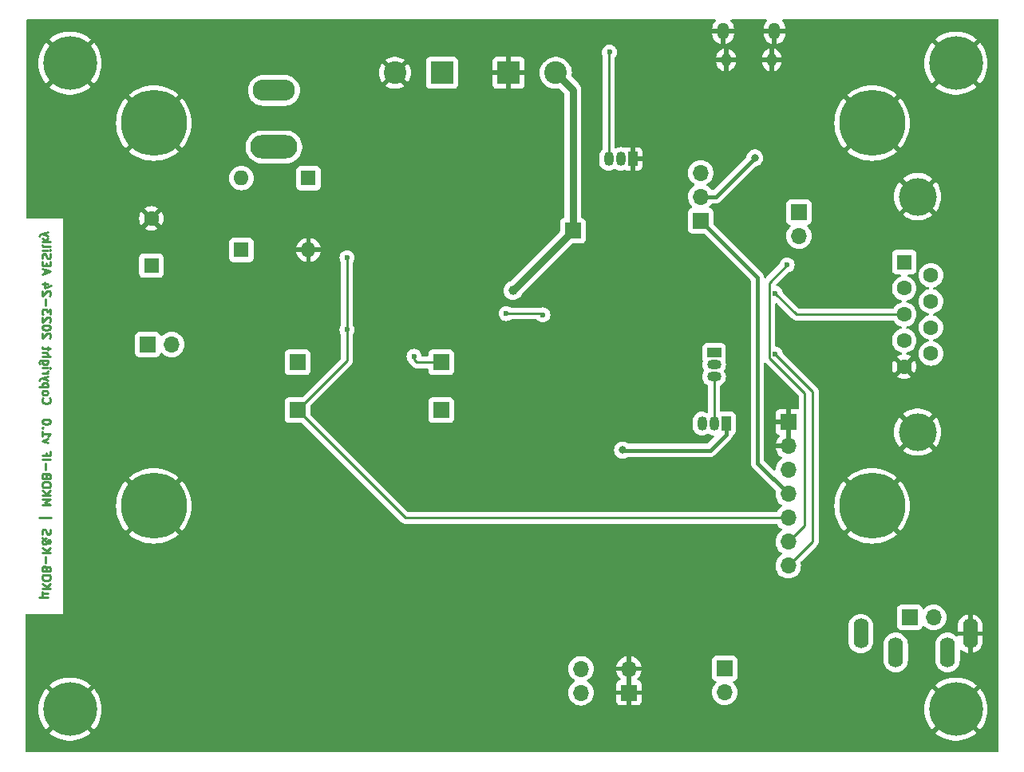
<source format=gbr>
%TF.GenerationSoftware,KiCad,Pcbnew,7.0.2*%
%TF.CreationDate,2024-01-05T23:58:43-08:00*%
%TF.ProjectId,MK_KS,4d4b5f4b-532e-46b6-9963-61645f706362,1.0*%
%TF.SameCoordinates,Original*%
%TF.FileFunction,Copper,L2,Bot*%
%TF.FilePolarity,Positive*%
%FSLAX46Y46*%
G04 Gerber Fmt 4.6, Leading zero omitted, Abs format (unit mm)*
G04 Created by KiCad (PCBNEW 7.0.2) date 2024-01-05 23:58:43*
%MOMM*%
%LPD*%
G01*
G04 APERTURE LIST*
%ADD10C,0.222250*%
%TA.AperFunction,NonConductor*%
%ADD11C,0.222250*%
%TD*%
%TA.AperFunction,ComponentPad*%
%ADD12R,1.700000X1.700000*%
%TD*%
%TA.AperFunction,ComponentPad*%
%ADD13O,1.700000X1.700000*%
%TD*%
%TA.AperFunction,ComponentPad*%
%ADD14R,1.500000X1.050000*%
%TD*%
%TA.AperFunction,ComponentPad*%
%ADD15O,1.500000X1.050000*%
%TD*%
%TA.AperFunction,ComponentPad*%
%ADD16C,4.000000*%
%TD*%
%TA.AperFunction,ComponentPad*%
%ADD17R,1.600000X1.600000*%
%TD*%
%TA.AperFunction,ComponentPad*%
%ADD18C,1.600000*%
%TD*%
%TA.AperFunction,ComponentPad*%
%ADD19C,3.600000*%
%TD*%
%TA.AperFunction,ConnectorPad*%
%ADD20C,5.700000*%
%TD*%
%TA.AperFunction,ComponentPad*%
%ADD21R,2.400000X2.400000*%
%TD*%
%TA.AperFunction,ComponentPad*%
%ADD22C,2.400000*%
%TD*%
%TA.AperFunction,ComponentPad*%
%ADD23O,1.600000X3.200000*%
%TD*%
%TA.AperFunction,ComponentPad*%
%ADD24O,1.600000X1.600000*%
%TD*%
%TA.AperFunction,ComponentPad*%
%ADD25C,4.700000*%
%TD*%
%TA.AperFunction,ConnectorPad*%
%ADD26C,7.000000*%
%TD*%
%TA.AperFunction,ComponentPad*%
%ADD27O,5.000000X2.500000*%
%TD*%
%TA.AperFunction,ComponentPad*%
%ADD28O,4.500000X2.250000*%
%TD*%
%TA.AperFunction,ComponentPad*%
%ADD29R,1.050000X1.500000*%
%TD*%
%TA.AperFunction,ComponentPad*%
%ADD30O,1.050000X1.500000*%
%TD*%
%TA.AperFunction,ComponentPad*%
%ADD31O,1.300000X1.800000*%
%TD*%
%TA.AperFunction,ComponentPad*%
%ADD32O,1.050000X1.450000*%
%TD*%
%TA.AperFunction,ViaPad*%
%ADD33C,0.800000*%
%TD*%
%TA.AperFunction,ViaPad*%
%ADD34C,1.000000*%
%TD*%
%TA.AperFunction,ViaPad*%
%ADD35C,0.600000*%
%TD*%
%TA.AperFunction,Conductor*%
%ADD36C,0.400000*%
%TD*%
%TA.AperFunction,Conductor*%
%ADD37C,0.800000*%
%TD*%
%TA.AperFunction,Conductor*%
%ADD38C,0.250000*%
%TD*%
G04 APERTURE END LIST*
D10*
D11*
X58892862Y-155287133D02*
X58003862Y-155287133D01*
X58427195Y-154863800D02*
X58342529Y-154821466D01*
X58342529Y-154821466D02*
X58300195Y-154736800D01*
X58427195Y-155287133D02*
X58342529Y-155244800D01*
X58342529Y-155244800D02*
X58300195Y-155160133D01*
X58300195Y-155160133D02*
X58300195Y-154990800D01*
X58300195Y-154990800D02*
X58342529Y-154906133D01*
X58342529Y-154906133D02*
X58427195Y-154863800D01*
X58427195Y-154863800D02*
X58892862Y-154863800D01*
X58300195Y-154355800D02*
X59189195Y-154355800D01*
X58300195Y-153847800D02*
X58808195Y-154228800D01*
X59189195Y-153847800D02*
X58681195Y-154355800D01*
X59189195Y-153297467D02*
X59189195Y-153128133D01*
X59189195Y-153128133D02*
X59146862Y-153043467D01*
X59146862Y-153043467D02*
X59062195Y-152958800D01*
X59062195Y-152958800D02*
X58892862Y-152916467D01*
X58892862Y-152916467D02*
X58596529Y-152916467D01*
X58596529Y-152916467D02*
X58427195Y-152958800D01*
X58427195Y-152958800D02*
X58342529Y-153043467D01*
X58342529Y-153043467D02*
X58300195Y-153128133D01*
X58300195Y-153128133D02*
X58300195Y-153297467D01*
X58300195Y-153297467D02*
X58342529Y-153382133D01*
X58342529Y-153382133D02*
X58427195Y-153466800D01*
X58427195Y-153466800D02*
X58596529Y-153509133D01*
X58596529Y-153509133D02*
X58892862Y-153509133D01*
X58892862Y-153509133D02*
X59062195Y-153466800D01*
X59062195Y-153466800D02*
X59146862Y-153382133D01*
X59146862Y-153382133D02*
X59189195Y-153297467D01*
X58765862Y-152239134D02*
X58723529Y-152112134D01*
X58723529Y-152112134D02*
X58681195Y-152069800D01*
X58681195Y-152069800D02*
X58596529Y-152027467D01*
X58596529Y-152027467D02*
X58469529Y-152027467D01*
X58469529Y-152027467D02*
X58384862Y-152069800D01*
X58384862Y-152069800D02*
X58342529Y-152112134D01*
X58342529Y-152112134D02*
X58300195Y-152196800D01*
X58300195Y-152196800D02*
X58300195Y-152535467D01*
X58300195Y-152535467D02*
X59189195Y-152535467D01*
X59189195Y-152535467D02*
X59189195Y-152239134D01*
X59189195Y-152239134D02*
X59146862Y-152154467D01*
X59146862Y-152154467D02*
X59104529Y-152112134D01*
X59104529Y-152112134D02*
X59019862Y-152069800D01*
X59019862Y-152069800D02*
X58935195Y-152069800D01*
X58935195Y-152069800D02*
X58850529Y-152112134D01*
X58850529Y-152112134D02*
X58808195Y-152154467D01*
X58808195Y-152154467D02*
X58765862Y-152239134D01*
X58765862Y-152239134D02*
X58765862Y-152535467D01*
X58638862Y-151646467D02*
X58638862Y-150969134D01*
X58300195Y-150545800D02*
X59189195Y-150545800D01*
X58300195Y-150037800D02*
X58808195Y-150418800D01*
X59189195Y-150037800D02*
X58681195Y-150545800D01*
X58300195Y-148937133D02*
X58300195Y-148979467D01*
X58300195Y-148979467D02*
X58342529Y-149064133D01*
X58342529Y-149064133D02*
X58469529Y-149191133D01*
X58469529Y-149191133D02*
X58723529Y-149402800D01*
X58723529Y-149402800D02*
X58850529Y-149487467D01*
X58850529Y-149487467D02*
X58977529Y-149529800D01*
X58977529Y-149529800D02*
X59062195Y-149529800D01*
X59062195Y-149529800D02*
X59146862Y-149487467D01*
X59146862Y-149487467D02*
X59189195Y-149402800D01*
X59189195Y-149402800D02*
X59189195Y-149360467D01*
X59189195Y-149360467D02*
X59146862Y-149275800D01*
X59146862Y-149275800D02*
X59062195Y-149233467D01*
X59062195Y-149233467D02*
X59019862Y-149233467D01*
X59019862Y-149233467D02*
X58935195Y-149275800D01*
X58935195Y-149275800D02*
X58892862Y-149318133D01*
X58892862Y-149318133D02*
X58723529Y-149572133D01*
X58723529Y-149572133D02*
X58681195Y-149614467D01*
X58681195Y-149614467D02*
X58596529Y-149656800D01*
X58596529Y-149656800D02*
X58469529Y-149656800D01*
X58469529Y-149656800D02*
X58384862Y-149614467D01*
X58384862Y-149614467D02*
X58342529Y-149572133D01*
X58342529Y-149572133D02*
X58300195Y-149487467D01*
X58300195Y-149487467D02*
X58300195Y-149360467D01*
X58300195Y-149360467D02*
X58342529Y-149275800D01*
X58342529Y-149275800D02*
X58384862Y-149233467D01*
X58384862Y-149233467D02*
X58554195Y-149106467D01*
X58554195Y-149106467D02*
X58681195Y-149064133D01*
X58681195Y-149064133D02*
X58765862Y-149064133D01*
X58342529Y-148598466D02*
X58300195Y-148471466D01*
X58300195Y-148471466D02*
X58300195Y-148259800D01*
X58300195Y-148259800D02*
X58342529Y-148175133D01*
X58342529Y-148175133D02*
X58384862Y-148132800D01*
X58384862Y-148132800D02*
X58469529Y-148090466D01*
X58469529Y-148090466D02*
X58554195Y-148090466D01*
X58554195Y-148090466D02*
X58638862Y-148132800D01*
X58638862Y-148132800D02*
X58681195Y-148175133D01*
X58681195Y-148175133D02*
X58723529Y-148259800D01*
X58723529Y-148259800D02*
X58765862Y-148429133D01*
X58765862Y-148429133D02*
X58808195Y-148513800D01*
X58808195Y-148513800D02*
X58850529Y-148556133D01*
X58850529Y-148556133D02*
X58935195Y-148598466D01*
X58935195Y-148598466D02*
X59019862Y-148598466D01*
X59019862Y-148598466D02*
X59104529Y-148556133D01*
X59104529Y-148556133D02*
X59146862Y-148513800D01*
X59146862Y-148513800D02*
X59189195Y-148429133D01*
X59189195Y-148429133D02*
X59189195Y-148217466D01*
X59189195Y-148217466D02*
X59146862Y-148090466D01*
X58003862Y-146820466D02*
X59273862Y-146820466D01*
X58300195Y-145508133D02*
X59189195Y-145508133D01*
X59189195Y-145508133D02*
X58554195Y-145211800D01*
X58554195Y-145211800D02*
X59189195Y-144915466D01*
X59189195Y-144915466D02*
X58300195Y-144915466D01*
X58300195Y-144492133D02*
X59189195Y-144492133D01*
X58300195Y-143984133D02*
X58808195Y-144365133D01*
X59189195Y-143984133D02*
X58681195Y-144492133D01*
X59189195Y-143433800D02*
X59189195Y-143264466D01*
X59189195Y-143264466D02*
X59146862Y-143179800D01*
X59146862Y-143179800D02*
X59062195Y-143095133D01*
X59062195Y-143095133D02*
X58892862Y-143052800D01*
X58892862Y-143052800D02*
X58596529Y-143052800D01*
X58596529Y-143052800D02*
X58427195Y-143095133D01*
X58427195Y-143095133D02*
X58342529Y-143179800D01*
X58342529Y-143179800D02*
X58300195Y-143264466D01*
X58300195Y-143264466D02*
X58300195Y-143433800D01*
X58300195Y-143433800D02*
X58342529Y-143518466D01*
X58342529Y-143518466D02*
X58427195Y-143603133D01*
X58427195Y-143603133D02*
X58596529Y-143645466D01*
X58596529Y-143645466D02*
X58892862Y-143645466D01*
X58892862Y-143645466D02*
X59062195Y-143603133D01*
X59062195Y-143603133D02*
X59146862Y-143518466D01*
X59146862Y-143518466D02*
X59189195Y-143433800D01*
X58765862Y-142375467D02*
X58723529Y-142248467D01*
X58723529Y-142248467D02*
X58681195Y-142206133D01*
X58681195Y-142206133D02*
X58596529Y-142163800D01*
X58596529Y-142163800D02*
X58469529Y-142163800D01*
X58469529Y-142163800D02*
X58384862Y-142206133D01*
X58384862Y-142206133D02*
X58342529Y-142248467D01*
X58342529Y-142248467D02*
X58300195Y-142333133D01*
X58300195Y-142333133D02*
X58300195Y-142671800D01*
X58300195Y-142671800D02*
X59189195Y-142671800D01*
X59189195Y-142671800D02*
X59189195Y-142375467D01*
X59189195Y-142375467D02*
X59146862Y-142290800D01*
X59146862Y-142290800D02*
X59104529Y-142248467D01*
X59104529Y-142248467D02*
X59019862Y-142206133D01*
X59019862Y-142206133D02*
X58935195Y-142206133D01*
X58935195Y-142206133D02*
X58850529Y-142248467D01*
X58850529Y-142248467D02*
X58808195Y-142290800D01*
X58808195Y-142290800D02*
X58765862Y-142375467D01*
X58765862Y-142375467D02*
X58765862Y-142671800D01*
X58638862Y-141782800D02*
X58638862Y-141105467D01*
X58300195Y-140682133D02*
X59189195Y-140682133D01*
X58765862Y-139962467D02*
X58765862Y-140258800D01*
X58300195Y-140258800D02*
X59189195Y-140258800D01*
X59189195Y-140258800D02*
X59189195Y-139835467D01*
X58892862Y-138904134D02*
X58300195Y-138692467D01*
X58300195Y-138692467D02*
X58892862Y-138480800D01*
X58300195Y-137676467D02*
X58300195Y-138184467D01*
X58300195Y-137930467D02*
X59189195Y-137930467D01*
X59189195Y-137930467D02*
X59062195Y-138015134D01*
X59062195Y-138015134D02*
X58977529Y-138099801D01*
X58977529Y-138099801D02*
X58935195Y-138184467D01*
X58384862Y-137295467D02*
X58342529Y-137253134D01*
X58342529Y-137253134D02*
X58300195Y-137295467D01*
X58300195Y-137295467D02*
X58342529Y-137337800D01*
X58342529Y-137337800D02*
X58384862Y-137295467D01*
X58384862Y-137295467D02*
X58300195Y-137295467D01*
X59189195Y-136702801D02*
X59189195Y-136618134D01*
X59189195Y-136618134D02*
X59146862Y-136533467D01*
X59146862Y-136533467D02*
X59104529Y-136491134D01*
X59104529Y-136491134D02*
X59019862Y-136448801D01*
X59019862Y-136448801D02*
X58850529Y-136406467D01*
X58850529Y-136406467D02*
X58638862Y-136406467D01*
X58638862Y-136406467D02*
X58469529Y-136448801D01*
X58469529Y-136448801D02*
X58384862Y-136491134D01*
X58384862Y-136491134D02*
X58342529Y-136533467D01*
X58342529Y-136533467D02*
X58300195Y-136618134D01*
X58300195Y-136618134D02*
X58300195Y-136702801D01*
X58300195Y-136702801D02*
X58342529Y-136787467D01*
X58342529Y-136787467D02*
X58384862Y-136829801D01*
X58384862Y-136829801D02*
X58469529Y-136872134D01*
X58469529Y-136872134D02*
X58638862Y-136914467D01*
X58638862Y-136914467D02*
X58850529Y-136914467D01*
X58850529Y-136914467D02*
X59019862Y-136872134D01*
X59019862Y-136872134D02*
X59104529Y-136829801D01*
X59104529Y-136829801D02*
X59146862Y-136787467D01*
X59146862Y-136787467D02*
X59189195Y-136702801D01*
X58384862Y-134162801D02*
X58342529Y-134205134D01*
X58342529Y-134205134D02*
X58300195Y-134332134D01*
X58300195Y-134332134D02*
X58300195Y-134416801D01*
X58300195Y-134416801D02*
X58342529Y-134543801D01*
X58342529Y-134543801D02*
X58427195Y-134628468D01*
X58427195Y-134628468D02*
X58511862Y-134670801D01*
X58511862Y-134670801D02*
X58681195Y-134713134D01*
X58681195Y-134713134D02*
X58808195Y-134713134D01*
X58808195Y-134713134D02*
X58977529Y-134670801D01*
X58977529Y-134670801D02*
X59062195Y-134628468D01*
X59062195Y-134628468D02*
X59146862Y-134543801D01*
X59146862Y-134543801D02*
X59189195Y-134416801D01*
X59189195Y-134416801D02*
X59189195Y-134332134D01*
X59189195Y-134332134D02*
X59146862Y-134205134D01*
X59146862Y-134205134D02*
X59104529Y-134162801D01*
X58300195Y-133654801D02*
X58342529Y-133739468D01*
X58342529Y-133739468D02*
X58384862Y-133781801D01*
X58384862Y-133781801D02*
X58469529Y-133824134D01*
X58469529Y-133824134D02*
X58723529Y-133824134D01*
X58723529Y-133824134D02*
X58808195Y-133781801D01*
X58808195Y-133781801D02*
X58850529Y-133739468D01*
X58850529Y-133739468D02*
X58892862Y-133654801D01*
X58892862Y-133654801D02*
X58892862Y-133527801D01*
X58892862Y-133527801D02*
X58850529Y-133443134D01*
X58850529Y-133443134D02*
X58808195Y-133400801D01*
X58808195Y-133400801D02*
X58723529Y-133358468D01*
X58723529Y-133358468D02*
X58469529Y-133358468D01*
X58469529Y-133358468D02*
X58384862Y-133400801D01*
X58384862Y-133400801D02*
X58342529Y-133443134D01*
X58342529Y-133443134D02*
X58300195Y-133527801D01*
X58300195Y-133527801D02*
X58300195Y-133654801D01*
X58892862Y-132977468D02*
X58003862Y-132977468D01*
X58850529Y-132977468D02*
X58892862Y-132892801D01*
X58892862Y-132892801D02*
X58892862Y-132723468D01*
X58892862Y-132723468D02*
X58850529Y-132638801D01*
X58850529Y-132638801D02*
X58808195Y-132596468D01*
X58808195Y-132596468D02*
X58723529Y-132554135D01*
X58723529Y-132554135D02*
X58469529Y-132554135D01*
X58469529Y-132554135D02*
X58384862Y-132596468D01*
X58384862Y-132596468D02*
X58342529Y-132638801D01*
X58342529Y-132638801D02*
X58300195Y-132723468D01*
X58300195Y-132723468D02*
X58300195Y-132892801D01*
X58300195Y-132892801D02*
X58342529Y-132977468D01*
X58892862Y-132257802D02*
X58300195Y-132046135D01*
X58892862Y-131834468D02*
X58300195Y-132046135D01*
X58300195Y-132046135D02*
X58088529Y-132130802D01*
X58088529Y-132130802D02*
X58046195Y-132173135D01*
X58046195Y-132173135D02*
X58003862Y-132257802D01*
X58300195Y-131495802D02*
X58892862Y-131495802D01*
X58723529Y-131495802D02*
X58808195Y-131453469D01*
X58808195Y-131453469D02*
X58850529Y-131411135D01*
X58850529Y-131411135D02*
X58892862Y-131326469D01*
X58892862Y-131326469D02*
X58892862Y-131241802D01*
X58300195Y-130945469D02*
X58892862Y-130945469D01*
X59189195Y-130945469D02*
X59146862Y-130987802D01*
X59146862Y-130987802D02*
X59104529Y-130945469D01*
X59104529Y-130945469D02*
X59146862Y-130903136D01*
X59146862Y-130903136D02*
X59189195Y-130945469D01*
X59189195Y-130945469D02*
X59104529Y-130945469D01*
X58892862Y-130141136D02*
X58173195Y-130141136D01*
X58173195Y-130141136D02*
X58088529Y-130183469D01*
X58088529Y-130183469D02*
X58046195Y-130225803D01*
X58046195Y-130225803D02*
X58003862Y-130310469D01*
X58003862Y-130310469D02*
X58003862Y-130437469D01*
X58003862Y-130437469D02*
X58046195Y-130522136D01*
X58342529Y-130141136D02*
X58300195Y-130225803D01*
X58300195Y-130225803D02*
X58300195Y-130395136D01*
X58300195Y-130395136D02*
X58342529Y-130479803D01*
X58342529Y-130479803D02*
X58384862Y-130522136D01*
X58384862Y-130522136D02*
X58469529Y-130564469D01*
X58469529Y-130564469D02*
X58723529Y-130564469D01*
X58723529Y-130564469D02*
X58808195Y-130522136D01*
X58808195Y-130522136D02*
X58850529Y-130479803D01*
X58850529Y-130479803D02*
X58892862Y-130395136D01*
X58892862Y-130395136D02*
X58892862Y-130225803D01*
X58892862Y-130225803D02*
X58850529Y-130141136D01*
X58300195Y-129717803D02*
X59189195Y-129717803D01*
X58300195Y-129336803D02*
X58765862Y-129336803D01*
X58765862Y-129336803D02*
X58850529Y-129379136D01*
X58850529Y-129379136D02*
X58892862Y-129463803D01*
X58892862Y-129463803D02*
X58892862Y-129590803D01*
X58892862Y-129590803D02*
X58850529Y-129675470D01*
X58850529Y-129675470D02*
X58808195Y-129717803D01*
X58892862Y-129040470D02*
X58892862Y-128701803D01*
X59189195Y-128913470D02*
X58427195Y-128913470D01*
X58427195Y-128913470D02*
X58342529Y-128871137D01*
X58342529Y-128871137D02*
X58300195Y-128786470D01*
X58300195Y-128786470D02*
X58300195Y-128701803D01*
X59104529Y-127770470D02*
X59146862Y-127728137D01*
X59146862Y-127728137D02*
X59189195Y-127643470D01*
X59189195Y-127643470D02*
X59189195Y-127431804D01*
X59189195Y-127431804D02*
X59146862Y-127347137D01*
X59146862Y-127347137D02*
X59104529Y-127304804D01*
X59104529Y-127304804D02*
X59019862Y-127262470D01*
X59019862Y-127262470D02*
X58935195Y-127262470D01*
X58935195Y-127262470D02*
X58808195Y-127304804D01*
X58808195Y-127304804D02*
X58300195Y-127812804D01*
X58300195Y-127812804D02*
X58300195Y-127262470D01*
X59189195Y-126712137D02*
X59189195Y-126627470D01*
X59189195Y-126627470D02*
X59146862Y-126542803D01*
X59146862Y-126542803D02*
X59104529Y-126500470D01*
X59104529Y-126500470D02*
X59019862Y-126458137D01*
X59019862Y-126458137D02*
X58850529Y-126415803D01*
X58850529Y-126415803D02*
X58638862Y-126415803D01*
X58638862Y-126415803D02*
X58469529Y-126458137D01*
X58469529Y-126458137D02*
X58384862Y-126500470D01*
X58384862Y-126500470D02*
X58342529Y-126542803D01*
X58342529Y-126542803D02*
X58300195Y-126627470D01*
X58300195Y-126627470D02*
X58300195Y-126712137D01*
X58300195Y-126712137D02*
X58342529Y-126796803D01*
X58342529Y-126796803D02*
X58384862Y-126839137D01*
X58384862Y-126839137D02*
X58469529Y-126881470D01*
X58469529Y-126881470D02*
X58638862Y-126923803D01*
X58638862Y-126923803D02*
X58850529Y-126923803D01*
X58850529Y-126923803D02*
X59019862Y-126881470D01*
X59019862Y-126881470D02*
X59104529Y-126839137D01*
X59104529Y-126839137D02*
X59146862Y-126796803D01*
X59146862Y-126796803D02*
X59189195Y-126712137D01*
X59104529Y-126077136D02*
X59146862Y-126034803D01*
X59146862Y-126034803D02*
X59189195Y-125950136D01*
X59189195Y-125950136D02*
X59189195Y-125738470D01*
X59189195Y-125738470D02*
X59146862Y-125653803D01*
X59146862Y-125653803D02*
X59104529Y-125611470D01*
X59104529Y-125611470D02*
X59019862Y-125569136D01*
X59019862Y-125569136D02*
X58935195Y-125569136D01*
X58935195Y-125569136D02*
X58808195Y-125611470D01*
X58808195Y-125611470D02*
X58300195Y-126119470D01*
X58300195Y-126119470D02*
X58300195Y-125569136D01*
X59189195Y-125272803D02*
X59189195Y-124722469D01*
X59189195Y-124722469D02*
X58850529Y-125018803D01*
X58850529Y-125018803D02*
X58850529Y-124891803D01*
X58850529Y-124891803D02*
X58808195Y-124807136D01*
X58808195Y-124807136D02*
X58765862Y-124764803D01*
X58765862Y-124764803D02*
X58681195Y-124722469D01*
X58681195Y-124722469D02*
X58469529Y-124722469D01*
X58469529Y-124722469D02*
X58384862Y-124764803D01*
X58384862Y-124764803D02*
X58342529Y-124807136D01*
X58342529Y-124807136D02*
X58300195Y-124891803D01*
X58300195Y-124891803D02*
X58300195Y-125145803D01*
X58300195Y-125145803D02*
X58342529Y-125230469D01*
X58342529Y-125230469D02*
X58384862Y-125272803D01*
X58638862Y-124341469D02*
X58638862Y-123664136D01*
X59104529Y-123283135D02*
X59146862Y-123240802D01*
X59146862Y-123240802D02*
X59189195Y-123156135D01*
X59189195Y-123156135D02*
X59189195Y-122944469D01*
X59189195Y-122944469D02*
X59146862Y-122859802D01*
X59146862Y-122859802D02*
X59104529Y-122817469D01*
X59104529Y-122817469D02*
X59019862Y-122775135D01*
X59019862Y-122775135D02*
X58935195Y-122775135D01*
X58935195Y-122775135D02*
X58808195Y-122817469D01*
X58808195Y-122817469D02*
X58300195Y-123325469D01*
X58300195Y-123325469D02*
X58300195Y-122775135D01*
X58892862Y-122013135D02*
X58300195Y-122013135D01*
X59231529Y-122224802D02*
X58596529Y-122436468D01*
X58596529Y-122436468D02*
X58596529Y-121886135D01*
X58554195Y-120912468D02*
X58554195Y-120489135D01*
X58300195Y-120997135D02*
X59189195Y-120700802D01*
X59189195Y-120700802D02*
X58300195Y-120404468D01*
X58765862Y-120108135D02*
X58765862Y-119811802D01*
X58300195Y-119684802D02*
X58300195Y-120108135D01*
X58300195Y-120108135D02*
X59189195Y-120108135D01*
X59189195Y-120108135D02*
X59189195Y-119684802D01*
X58342529Y-119346135D02*
X58300195Y-119219135D01*
X58300195Y-119219135D02*
X58300195Y-119007469D01*
X58300195Y-119007469D02*
X58342529Y-118922802D01*
X58342529Y-118922802D02*
X58384862Y-118880469D01*
X58384862Y-118880469D02*
X58469529Y-118838135D01*
X58469529Y-118838135D02*
X58554195Y-118838135D01*
X58554195Y-118838135D02*
X58638862Y-118880469D01*
X58638862Y-118880469D02*
X58681195Y-118922802D01*
X58681195Y-118922802D02*
X58723529Y-119007469D01*
X58723529Y-119007469D02*
X58765862Y-119176802D01*
X58765862Y-119176802D02*
X58808195Y-119261469D01*
X58808195Y-119261469D02*
X58850529Y-119303802D01*
X58850529Y-119303802D02*
X58935195Y-119346135D01*
X58935195Y-119346135D02*
X59019862Y-119346135D01*
X59019862Y-119346135D02*
X59104529Y-119303802D01*
X59104529Y-119303802D02*
X59146862Y-119261469D01*
X59146862Y-119261469D02*
X59189195Y-119176802D01*
X59189195Y-119176802D02*
X59189195Y-118965135D01*
X59189195Y-118965135D02*
X59146862Y-118838135D01*
X58300195Y-118457135D02*
X58892862Y-118457135D01*
X59189195Y-118457135D02*
X59146862Y-118499468D01*
X59146862Y-118499468D02*
X59104529Y-118457135D01*
X59104529Y-118457135D02*
X59146862Y-118414802D01*
X59146862Y-118414802D02*
X59189195Y-118457135D01*
X59189195Y-118457135D02*
X59104529Y-118457135D01*
X58300195Y-117906802D02*
X58342529Y-117991469D01*
X58342529Y-117991469D02*
X58427195Y-118033802D01*
X58427195Y-118033802D02*
X59189195Y-118033802D01*
X58300195Y-117568135D02*
X59189195Y-117568135D01*
X58638862Y-117483468D02*
X58300195Y-117229468D01*
X58892862Y-117229468D02*
X58554195Y-117568135D01*
X58892862Y-116933135D02*
X58300195Y-116721468D01*
X58892862Y-116509801D02*
X58300195Y-116721468D01*
X58300195Y-116721468D02*
X58088529Y-116806135D01*
X58088529Y-116806135D02*
X58046195Y-116848468D01*
X58046195Y-116848468D02*
X58003862Y-116933135D01*
D12*
%TO.P,OPa2,1,Pin_1*%
%TO.N,+5V*%
X69494400Y-128447800D03*
D13*
%TO.P,OPa2,2,Pin_2*%
%TO.N,/LOOP_PWR*%
X72034400Y-128447800D03*
%TD*%
D14*
%TO.P,Q2,1,E*%
%TO.N,Net-(Q2-E)*%
X129565400Y-129336800D03*
D15*
%TO.P,Q2,2,B*%
%TO.N,/LOOP_ENGZ*%
X129565400Y-130606800D03*
%TO.P,Q2,3,C*%
%TO.N,Net-(Q1-B)*%
X129565400Y-131876800D03*
%TD*%
D12*
%TO.P,TP5,1,Pin_1*%
%TO.N,/KOB_KEY-*%
X100609400Y-135432800D03*
%TD*%
D16*
%TO.P,J3,0,PAD*%
%TO.N,GND*%
X151157069Y-137762800D03*
X151157069Y-112762800D03*
D17*
%TO.P,J3,1,1*%
%TO.N,/DCD*%
X149737069Y-119722800D03*
D18*
%TO.P,J3,2,2*%
%TO.N,/TXD*%
X149737069Y-122492800D03*
%TO.P,J3,3,3*%
%TO.N,/RXD*%
X149737069Y-125262800D03*
%TO.P,J3,4,4*%
%TO.N,/DTR*%
X149737069Y-128032800D03*
%TO.P,J3,5,5*%
%TO.N,GND*%
X149737069Y-130802800D03*
%TO.P,J3,6,6*%
%TO.N,/DSR*%
X152577069Y-121107800D03*
%TO.P,J3,7,7*%
%TO.N,/RTS*%
X152577069Y-123877800D03*
%TO.P,J3,8,8*%
%TO.N,/CTS*%
X152577069Y-126647800D03*
%TO.P,J3,9,9*%
%TO.N,/RI*%
X152577069Y-129417800D03*
%TD*%
D19*
%TO.P,M_KSI4,1,1*%
%TO.N,GND*%
X61239400Y-167182800D03*
D20*
X61239400Y-167182800D03*
%TD*%
D12*
%TO.P,JP3,1,A*%
%TO.N,/KOB_KEY-*%
X150317200Y-157429200D03*
D13*
%TO.P,JP3,2,B*%
%TO.N,/KEY_PDL-*%
X152857200Y-157429200D03*
%TD*%
D21*
%TO.P,ST1,1,Pin_1*%
%TO.N,/LOOP_PWR*%
X100709400Y-99627800D03*
D22*
%TO.P,ST1,2,Pin_2*%
%TO.N,GND*%
X95709400Y-99627800D03*
%TD*%
D23*
%TO.P,J5,1*%
%TO.N,GND*%
X156733400Y-159155300D03*
%TO.P,J5,2*%
%TO.N,/KEY_PDL-*%
X154333400Y-161155300D03*
%TO.P,J5,3*%
%TO.N,/PDL_DASH-*%
X148833400Y-161155300D03*
%TO.P,J5,4*%
%TO.N,/KOB_KEY-*%
X145133400Y-159155300D03*
%TD*%
D12*
%TO.P,TP1,1,Pin_1*%
%TO.N,/LP2*%
X114579400Y-116382800D03*
%TD*%
%TO.P,OPa1,1,A*%
%TO.N,+5V*%
X128143000Y-115316000D03*
D13*
%TO.P,OPa1,2,C*%
%TO.N,/V33RI*%
X128143000Y-112776000D03*
%TO.P,OPa1,3,B*%
%TO.N,/LOOP_PWR*%
X128143000Y-110236000D03*
%TD*%
D12*
%TO.P,TP2,1,Pin_1*%
%TO.N,/SNDR_EN*%
X85369400Y-135432800D03*
%TD*%
D19*
%TO.P,M_KSI1,1,1*%
%TO.N,GND*%
X61239400Y-98602800D03*
D20*
X61239400Y-98602800D03*
%TD*%
D12*
%TO.P,TP4,1,Pin_1*%
%TO.N,/LOOP_STATE*%
X100609400Y-130352800D03*
%TD*%
D17*
%TO.P,C3,1*%
%TO.N,/LOOP_PWR*%
X69875400Y-120080851D03*
D18*
%TO.P,C3,2*%
%TO.N,GND*%
X69875400Y-115080851D03*
%TD*%
D17*
%TO.P,D4,1,K*%
%TO.N,/LPI-*%
X86537800Y-110794800D03*
D24*
%TO.P,D4,2,A*%
%TO.N,GND*%
X86537800Y-118414800D03*
%TD*%
D25*
%TO.P,SHLD-1,1,1*%
%TO.N,GND*%
X70129400Y-104952800D03*
D26*
X70129400Y-104952800D03*
%TD*%
D25*
%TO.P,SHLD-2,1,1*%
%TO.N,GND*%
X146329400Y-104952800D03*
D26*
X146329400Y-104952800D03*
%TD*%
D13*
%TO.P,SW1,1,A*%
%TO.N,GND*%
X120528400Y-162884800D03*
D12*
X120528400Y-165424800D03*
D13*
%TO.P,SW1,2,B*%
%TO.N,/KEY_PDL_DOT-*%
X115448400Y-162884800D03*
X115448400Y-165424800D03*
%TD*%
D12*
%TO.P,JP2,1,A*%
%TO.N,/KEY_PDL_DOT-*%
X130688400Y-162859800D03*
D13*
%TO.P,JP2,2,B*%
%TO.N,/KEY_PDL-*%
X130688400Y-165399800D03*
%TD*%
D12*
%TO.P,JP1,1,A*%
%TO.N,/V33RO*%
X138573000Y-114403200D03*
D13*
%TO.P,JP1,2,B*%
%TO.N,+3.3V*%
X138573000Y-116943200D03*
%TD*%
D27*
%TO.P,J2,1,In*%
%TO.N,/LPI+*%
X82880200Y-107489100D03*
D28*
%TO.P,J2,2,Ext*%
%TO.N,/LPI-*%
X82880200Y-101489100D03*
%TD*%
D19*
%TO.P,M_KSI2,1,1*%
%TO.N,GND*%
X155219400Y-98602800D03*
D20*
X155219400Y-98602800D03*
%TD*%
D21*
%TO.P,ST2,1,Pin_1*%
%TO.N,GND*%
X107774400Y-99627800D03*
D22*
%TO.P,ST2,2,Pin_2*%
%TO.N,/LP2*%
X112774400Y-99627800D03*
%TD*%
D25*
%TO.P,SHLD-4,1,1*%
%TO.N,GND*%
X70129400Y-145592800D03*
D26*
X70129400Y-145592800D03*
%TD*%
D12*
%TO.P,TP3,1,Pin_1*%
%TO.N,/OFFSET_REF_V*%
X85369400Y-130352800D03*
%TD*%
D29*
%TO.P,Q4,1,E*%
%TO.N,GND*%
X120929400Y-108762800D03*
D30*
%TO.P,Q4,2,B*%
%TO.N,Net-(Q4-B)*%
X119659400Y-108762800D03*
%TO.P,Q4,3,C*%
%TO.N,Net-(LED1-K)*%
X118389400Y-108762800D03*
%TD*%
D17*
%TO.P,D2,1,K*%
%TO.N,/LOOP_PWR*%
X79425800Y-118414800D03*
D24*
%TO.P,D2,2,A*%
%TO.N,/LPI+*%
X79425800Y-110794800D03*
%TD*%
D19*
%TO.P,M_KSI3,1,1*%
%TO.N,GND*%
X155219400Y-167182800D03*
D20*
X155219400Y-167182800D03*
%TD*%
D31*
%TO.P,J1,6,Shield*%
%TO.N,GND*%
X135978000Y-95211800D03*
D32*
X135678000Y-98241800D03*
X130828000Y-98241800D03*
D31*
X130528000Y-95211800D03*
%TD*%
D29*
%TO.P,Q1,1,E*%
%TO.N,+3.3V*%
X130835400Y-136850800D03*
D30*
%TO.P,Q1,2,B*%
%TO.N,Net-(Q1-B)*%
X129565400Y-136850800D03*
%TO.P,Q1,3,C*%
%TO.N,/SNDR_EN*%
X128295400Y-136850800D03*
%TD*%
D25*
%TO.P,SHLD-3,1,1*%
%TO.N,GND*%
X146329400Y-145592800D03*
D26*
X146329400Y-145592800D03*
%TD*%
D12*
%TO.P,J4,1,Pin_1*%
%TO.N,GND*%
X137439400Y-136702800D03*
D13*
%TO.P,J4,2,Pin_2*%
X137439400Y-139242800D03*
%TO.P,J4,3,Pin_3*%
%TO.N,+3.3V*%
X137439400Y-141782800D03*
%TO.P,J4,4,Pin_4*%
%TO.N,+5V*%
X137439400Y-144322800D03*
%TO.P,J4,5,Pin_5*%
%TO.N,/SNDR_EN*%
X137439400Y-146862800D03*
%TO.P,J4,6,Pin_6*%
%TO.N,/KEY_PDL_DOT-*%
X137439400Y-149402800D03*
%TO.P,J4,7,Pin_7*%
%TO.N,/PDL_DASH-*%
X137439400Y-151942800D03*
%TD*%
D33*
%TO.N,/V33RI*%
X133883400Y-108661200D03*
%TO.N,GND*%
X104724200Y-114249200D03*
X110667800Y-129413000D03*
X95580200Y-126794800D03*
X99618800Y-114223800D03*
X74803000Y-159941800D03*
X136321800Y-106093800D03*
X83870800Y-159941800D03*
X138305000Y-96901000D03*
X94538800Y-114223800D03*
X128064800Y-96875600D03*
X79044800Y-124155200D03*
X122021600Y-128066800D03*
X97409000Y-111633000D03*
X133678200Y-113563400D03*
X122555000Y-118541800D03*
X106172000Y-159941800D03*
X109778800Y-114249200D03*
X97028000Y-159941800D03*
X89484200Y-114198400D03*
X116433600Y-121056400D03*
D34*
%TO.N,/LP2*%
X108229400Y-122732800D03*
D35*
%TO.N,/OFFSET_REF_V*%
X111404400Y-125323600D03*
X107518200Y-125171200D03*
%TO.N,/LOOP_STATE*%
X97739200Y-129717800D03*
%TO.N,/RXD*%
X136042400Y-123012200D03*
D33*
%TO.N,+3.3V*%
X119862600Y-139674600D03*
D35*
%TO.N,/SNDR_EN*%
X90627200Y-119253000D03*
X90627200Y-126898400D03*
%TO.N,/PDL_DASH-*%
X136042400Y-129463800D03*
%TO.N,Net-(LED1-K)*%
X118465600Y-97434400D03*
%TO.N,/KEY_PDL_DOT-*%
X137312400Y-120015000D03*
%TD*%
D36*
%TO.N,/V33RI*%
X133883400Y-108661200D02*
X129768600Y-112776000D01*
X129768600Y-112776000D02*
X128143000Y-112776000D01*
%TO.N,+5V*%
X137439400Y-144322800D02*
X134163542Y-141046942D01*
X134163542Y-121336542D02*
X128143000Y-115316000D01*
X134163542Y-141046942D02*
X134163542Y-121336542D01*
D37*
%TO.N,/LP2*%
X108229400Y-122732800D02*
X114579400Y-116382800D01*
X112774400Y-99627800D02*
X114579400Y-101432800D01*
X114579400Y-101432800D02*
X114579400Y-116382800D01*
D38*
%TO.N,/OFFSET_REF_V*%
X107518200Y-125171200D02*
X111252000Y-125171200D01*
X111252000Y-125171200D02*
X111404400Y-125323600D01*
%TO.N,/LOOP_STATE*%
X97739200Y-129717800D02*
X97739200Y-130048000D01*
X97739200Y-130048000D02*
X98044000Y-130352800D01*
X98044000Y-130352800D02*
X100609400Y-130352800D01*
%TO.N,/RXD*%
X138293000Y-125262800D02*
X149737069Y-125262800D01*
X136042400Y-123012200D02*
X138293000Y-125262800D01*
D36*
%TO.N,+3.3V*%
X129136200Y-139700000D02*
X130835400Y-138000800D01*
X119837200Y-139700000D02*
X119862600Y-139674600D01*
X130835400Y-138000800D02*
X130835400Y-136850800D01*
X119837200Y-139700000D02*
X129136200Y-139700000D01*
D38*
%TO.N,/SNDR_EN*%
X137439400Y-146862800D02*
X96799400Y-146862800D01*
X90627200Y-119253000D02*
X90627200Y-126898400D01*
X90627200Y-130175000D02*
X90627200Y-126898400D01*
X85369400Y-135432800D02*
X90627200Y-130175000D01*
X96799400Y-146862800D02*
X85369400Y-135432800D01*
%TO.N,/PDL_DASH-*%
X140030200Y-149352000D02*
X137439400Y-151942800D01*
X136042400Y-129463800D02*
X140030200Y-133451600D01*
X140030200Y-133451600D02*
X140030200Y-149352000D01*
%TO.N,Net-(LED1-K)*%
X118389400Y-97510600D02*
X118389400Y-108762800D01*
X118465600Y-97434400D02*
X118389400Y-97510600D01*
%TO.N,Net-(Q1-B)*%
X129565400Y-136850800D02*
X129565400Y-131876800D01*
%TO.N,/KEY_PDL_DOT-*%
X139166600Y-147675600D02*
X137439400Y-149402800D01*
X135417400Y-121910000D02*
X135417400Y-129880200D01*
X139166600Y-133629400D02*
X139166600Y-147675600D01*
X137312400Y-120015000D02*
X135417400Y-121910000D01*
X135417400Y-129880200D02*
X139166600Y-133629400D01*
%TD*%
%TA.AperFunction,Conductor*%
%TO.N,GND*%
G36*
X120778400Y-164989298D02*
G01*
X120670715Y-164940120D01*
X120564163Y-164924800D01*
X120492637Y-164924800D01*
X120386085Y-164940120D01*
X120278400Y-164989298D01*
X120278400Y-163320301D01*
X120386085Y-163369480D01*
X120492637Y-163384800D01*
X120564163Y-163384800D01*
X120670715Y-163369480D01*
X120778400Y-163320301D01*
X120778400Y-164989298D01*
G37*
%TD.AperFunction*%
%TA.AperFunction,Conductor*%
G36*
X135069245Y-130417080D02*
G01*
X135075708Y-130423098D01*
X136923751Y-132271141D01*
X138504781Y-133852171D01*
X138538266Y-133913494D01*
X138541100Y-133939852D01*
X138541100Y-135236672D01*
X138521415Y-135303711D01*
X138468611Y-135349466D01*
X138403845Y-135359962D01*
X138340514Y-135353153D01*
X138333918Y-135352800D01*
X137689400Y-135352800D01*
X137689400Y-136267298D01*
X137581715Y-136218120D01*
X137475163Y-136202800D01*
X137403637Y-136202800D01*
X137297085Y-136218120D01*
X137189400Y-136267298D01*
X137189400Y-135352800D01*
X136544882Y-135352800D01*
X136538267Y-135353154D01*
X136482028Y-135359200D01*
X136347310Y-135409447D01*
X136232211Y-135495611D01*
X136146047Y-135610710D01*
X136095800Y-135745428D01*
X136089754Y-135801667D01*
X136089400Y-135808281D01*
X136089400Y-136452800D01*
X137005714Y-136452800D01*
X136979907Y-136492956D01*
X136939400Y-136630911D01*
X136939400Y-136774689D01*
X136979907Y-136912644D01*
X137005714Y-136952800D01*
X136089400Y-136952800D01*
X136089400Y-137597318D01*
X136089754Y-137603932D01*
X136095800Y-137660171D01*
X136146047Y-137794889D01*
X136232211Y-137909988D01*
X136347310Y-137996152D01*
X136479387Y-138045414D01*
X136535320Y-138087286D01*
X136559737Y-138152750D01*
X136544885Y-138221023D01*
X136523735Y-138249277D01*
X136401288Y-138371724D01*
X136265800Y-138565221D01*
X136165969Y-138779307D01*
X136108764Y-138992799D01*
X136108764Y-138992800D01*
X137005714Y-138992800D01*
X136979907Y-139032956D01*
X136939400Y-139170911D01*
X136939400Y-139314689D01*
X136979907Y-139452644D01*
X137005714Y-139492800D01*
X136108764Y-139492800D01*
X136165969Y-139706292D01*
X136265799Y-139920376D01*
X136401293Y-140113881D01*
X136568318Y-140280906D01*
X136753995Y-140410919D01*
X136797619Y-140465496D01*
X136804812Y-140534995D01*
X136773290Y-140597349D01*
X136753995Y-140614069D01*
X136567995Y-140744308D01*
X136400905Y-140911398D01*
X136265365Y-141104970D01*
X136165497Y-141319136D01*
X136104336Y-141547392D01*
X136091335Y-141695996D01*
X136065882Y-141761064D01*
X136009292Y-141802043D01*
X135939530Y-141805921D01*
X135880126Y-141772869D01*
X134900361Y-140793104D01*
X134866876Y-140731781D01*
X134864042Y-140705423D01*
X134864042Y-130510793D01*
X134883727Y-130443754D01*
X134936531Y-130397999D01*
X135005689Y-130388055D01*
X135069245Y-130417080D01*
G37*
%TD.AperFunction*%
%TA.AperFunction,Conductor*%
G36*
X137689400Y-138807298D02*
G01*
X137581715Y-138758120D01*
X137475163Y-138742800D01*
X137403637Y-138742800D01*
X137297085Y-138758120D01*
X137189400Y-138807298D01*
X137189400Y-137138301D01*
X137297085Y-137187480D01*
X137403637Y-137202800D01*
X137475163Y-137202800D01*
X137581715Y-137187480D01*
X137689400Y-137138301D01*
X137689400Y-138807298D01*
G37*
%TD.AperFunction*%
%TA.AperFunction,Conductor*%
G36*
X129684077Y-93964006D02*
G01*
X129729832Y-94016810D01*
X129739776Y-94085968D01*
X129710751Y-94149524D01*
X129700577Y-94159958D01*
X129674497Y-94183732D01*
X129546058Y-94353811D01*
X129451062Y-94544591D01*
X129392737Y-94749580D01*
X129378265Y-94905769D01*
X129378000Y-94911502D01*
X129378000Y-94961800D01*
X130178000Y-94961800D01*
X130178000Y-95461800D01*
X129378000Y-95461800D01*
X129378000Y-95512097D01*
X129378265Y-95517830D01*
X129392737Y-95674019D01*
X129451062Y-95879008D01*
X129546058Y-96069788D01*
X129674497Y-96239867D01*
X129832003Y-96383454D01*
X130013206Y-96495649D01*
X130211936Y-96572637D01*
X130278000Y-96584986D01*
X130278000Y-95707381D01*
X130333921Y-95758860D01*
X130440892Y-95805782D01*
X130557302Y-95815428D01*
X130670538Y-95786753D01*
X130768327Y-95722864D01*
X130778000Y-95710435D01*
X130778000Y-96584985D01*
X130844063Y-96572637D01*
X131042793Y-96495649D01*
X131223996Y-96383454D01*
X131381502Y-96239867D01*
X131509941Y-96069788D01*
X131604937Y-95879008D01*
X131663262Y-95674019D01*
X131677734Y-95517830D01*
X131678000Y-95512097D01*
X131678000Y-95461800D01*
X130878000Y-95461800D01*
X130878000Y-94961800D01*
X131678000Y-94961800D01*
X131678000Y-94911502D01*
X131677734Y-94905769D01*
X131663262Y-94749580D01*
X131604937Y-94544591D01*
X131509941Y-94353811D01*
X131381502Y-94183732D01*
X131355423Y-94159958D01*
X131319142Y-94100246D01*
X131320903Y-94030399D01*
X131360147Y-93972591D01*
X131424414Y-93945177D01*
X131438962Y-93944321D01*
X135067038Y-93944321D01*
X135134077Y-93964006D01*
X135179832Y-94016810D01*
X135189776Y-94085968D01*
X135160751Y-94149524D01*
X135150577Y-94159958D01*
X135124497Y-94183732D01*
X134996058Y-94353811D01*
X134901062Y-94544591D01*
X134842737Y-94749580D01*
X134828265Y-94905769D01*
X134828000Y-94911502D01*
X134828000Y-94961800D01*
X135628000Y-94961800D01*
X135628000Y-95461800D01*
X134828000Y-95461800D01*
X134828000Y-95512097D01*
X134828265Y-95517830D01*
X134842737Y-95674019D01*
X134901062Y-95879008D01*
X134996058Y-96069788D01*
X135124497Y-96239867D01*
X135282003Y-96383454D01*
X135463206Y-96495649D01*
X135661936Y-96572637D01*
X135728000Y-96584986D01*
X135728000Y-95707381D01*
X135783921Y-95758860D01*
X135890892Y-95805782D01*
X136007302Y-95815428D01*
X136120538Y-95786753D01*
X136218327Y-95722864D01*
X136228000Y-95710435D01*
X136228000Y-96584985D01*
X136294063Y-96572637D01*
X136492793Y-96495649D01*
X136673996Y-96383454D01*
X136831502Y-96239867D01*
X136959941Y-96069788D01*
X137054937Y-95879008D01*
X137113262Y-95674019D01*
X137127734Y-95517830D01*
X137128000Y-95512097D01*
X137128000Y-95461800D01*
X136328000Y-95461800D01*
X136328000Y-94961800D01*
X137128000Y-94961800D01*
X137128000Y-94911502D01*
X137127734Y-94905769D01*
X137113262Y-94749580D01*
X137054937Y-94544591D01*
X136959941Y-94353811D01*
X136831502Y-94183732D01*
X136805423Y-94159958D01*
X136769142Y-94100246D01*
X136770903Y-94030399D01*
X136810147Y-93972591D01*
X136874414Y-93945177D01*
X136888962Y-93944321D01*
X159629942Y-93944321D01*
X159696981Y-93964006D01*
X159742736Y-94016810D01*
X159753942Y-94068321D01*
X159753942Y-171645921D01*
X159734257Y-171712960D01*
X159681453Y-171758715D01*
X159629942Y-171769921D01*
X56652342Y-171769921D01*
X56585303Y-171750236D01*
X56539548Y-171697432D01*
X56528342Y-171645921D01*
X56528342Y-167186156D01*
X57884662Y-167186156D01*
X57903964Y-167542171D01*
X57904690Y-167548844D01*
X57962374Y-167900704D01*
X57963813Y-167907242D01*
X58059196Y-168250779D01*
X58061347Y-168257163D01*
X58193312Y-168588370D01*
X58196132Y-168594466D01*
X58363139Y-168909474D01*
X58366594Y-168915217D01*
X58566686Y-169210331D01*
X58570747Y-169215673D01*
X58700368Y-169368275D01*
X58700369Y-169368276D01*
X59941665Y-168126979D01*
X60104530Y-168317670D01*
X60295219Y-168480533D01*
X59051289Y-169724463D01*
X59065041Y-169737490D01*
X59070140Y-169741822D01*
X59353993Y-169957601D01*
X59359539Y-169961361D01*
X59665044Y-170145177D01*
X59670983Y-170148325D01*
X59994561Y-170298029D01*
X60000803Y-170300516D01*
X60338680Y-170414360D01*
X60345144Y-170416155D01*
X60693346Y-170492800D01*
X60699980Y-170493887D01*
X61054429Y-170532436D01*
X61061126Y-170532800D01*
X61417674Y-170532800D01*
X61424370Y-170532436D01*
X61778819Y-170493887D01*
X61785453Y-170492800D01*
X62133655Y-170416155D01*
X62140119Y-170414360D01*
X62477996Y-170300516D01*
X62484238Y-170298029D01*
X62807816Y-170148325D01*
X62813755Y-170145177D01*
X63119260Y-169961361D01*
X63124806Y-169957601D01*
X63408652Y-169741827D01*
X63413776Y-169737474D01*
X63427509Y-169724464D01*
X63427509Y-169724463D01*
X62183580Y-168480533D01*
X62374270Y-168317670D01*
X62537133Y-168126980D01*
X63778429Y-169368275D01*
X63778430Y-169368275D01*
X63908052Y-169215673D01*
X63912113Y-169210331D01*
X64112205Y-168915217D01*
X64115660Y-168909474D01*
X64282667Y-168594466D01*
X64285487Y-168588370D01*
X64417452Y-168257163D01*
X64419603Y-168250779D01*
X64514986Y-167907242D01*
X64516425Y-167900704D01*
X64574109Y-167548844D01*
X64574835Y-167542171D01*
X64594138Y-167186156D01*
X151864661Y-167186156D01*
X151883964Y-167542171D01*
X151884690Y-167548844D01*
X151942374Y-167900704D01*
X151943813Y-167907242D01*
X152039196Y-168250779D01*
X152041347Y-168257163D01*
X152173312Y-168588370D01*
X152176132Y-168594466D01*
X152343139Y-168909474D01*
X152346594Y-168915217D01*
X152546686Y-169210331D01*
X152550747Y-169215673D01*
X152680368Y-169368275D01*
X152680369Y-169368276D01*
X153921665Y-168126979D01*
X154084530Y-168317670D01*
X154275219Y-168480533D01*
X153031289Y-169724463D01*
X153045041Y-169737490D01*
X153050140Y-169741822D01*
X153333993Y-169957601D01*
X153339539Y-169961361D01*
X153645044Y-170145177D01*
X153650983Y-170148325D01*
X153974561Y-170298029D01*
X153980803Y-170300516D01*
X154318680Y-170414360D01*
X154325144Y-170416155D01*
X154673346Y-170492800D01*
X154679980Y-170493887D01*
X155034429Y-170532436D01*
X155041126Y-170532800D01*
X155397674Y-170532800D01*
X155404370Y-170532436D01*
X155758819Y-170493887D01*
X155765453Y-170492800D01*
X156113655Y-170416155D01*
X156120119Y-170414360D01*
X156457996Y-170300516D01*
X156464238Y-170298029D01*
X156787816Y-170148325D01*
X156793755Y-170145177D01*
X157099260Y-169961361D01*
X157104806Y-169957601D01*
X157388652Y-169741827D01*
X157393776Y-169737474D01*
X157407509Y-169724464D01*
X157407509Y-169724463D01*
X156163580Y-168480533D01*
X156354270Y-168317670D01*
X156517133Y-168126980D01*
X157758429Y-169368275D01*
X157758430Y-169368275D01*
X157888052Y-169215673D01*
X157892113Y-169210331D01*
X158092205Y-168915217D01*
X158095660Y-168909474D01*
X158262667Y-168594466D01*
X158265487Y-168588370D01*
X158397452Y-168257163D01*
X158399603Y-168250779D01*
X158494986Y-167907242D01*
X158496425Y-167900704D01*
X158554109Y-167548844D01*
X158554835Y-167542171D01*
X158574138Y-167186156D01*
X158574138Y-167179443D01*
X158554835Y-166823428D01*
X158554109Y-166816755D01*
X158496425Y-166464895D01*
X158494986Y-166458357D01*
X158399603Y-166114820D01*
X158397452Y-166108436D01*
X158265487Y-165777229D01*
X158262667Y-165771133D01*
X158095660Y-165456125D01*
X158092205Y-165450382D01*
X157892113Y-165155268D01*
X157888052Y-165149926D01*
X157758430Y-164997323D01*
X157758429Y-164997322D01*
X156517132Y-166238618D01*
X156354270Y-166047930D01*
X156163579Y-165885065D01*
X157407509Y-164641135D01*
X157393758Y-164628109D01*
X157388659Y-164623777D01*
X157104806Y-164407998D01*
X157099260Y-164404238D01*
X156793755Y-164220422D01*
X156787816Y-164217274D01*
X156464238Y-164067570D01*
X156457996Y-164065083D01*
X156120119Y-163951239D01*
X156113655Y-163949444D01*
X155765453Y-163872799D01*
X155758819Y-163871712D01*
X155404370Y-163833163D01*
X155397674Y-163832800D01*
X155041126Y-163832800D01*
X155034429Y-163833163D01*
X154679980Y-163871712D01*
X154673346Y-163872799D01*
X154325144Y-163949444D01*
X154318680Y-163951239D01*
X153980803Y-164065083D01*
X153974561Y-164067570D01*
X153650983Y-164217274D01*
X153645044Y-164220422D01*
X153339539Y-164404238D01*
X153333993Y-164407998D01*
X153050137Y-164623780D01*
X153045029Y-164628118D01*
X153031289Y-164641133D01*
X153031289Y-164641136D01*
X154275219Y-165885066D01*
X154084530Y-166047930D01*
X153921666Y-166238619D01*
X152680369Y-164997322D01*
X152550742Y-165149933D01*
X152546686Y-165155268D01*
X152346594Y-165450382D01*
X152343139Y-165456125D01*
X152176132Y-165771133D01*
X152173312Y-165777229D01*
X152041347Y-166108436D01*
X152039196Y-166114820D01*
X151943813Y-166458357D01*
X151942374Y-166464895D01*
X151884690Y-166816755D01*
X151883964Y-166823428D01*
X151864661Y-167179443D01*
X151864661Y-167186156D01*
X64594138Y-167186156D01*
X64594138Y-167179443D01*
X64574835Y-166823428D01*
X64574109Y-166816755D01*
X64516425Y-166464895D01*
X64514986Y-166458357D01*
X64419603Y-166114820D01*
X64417452Y-166108436D01*
X64285487Y-165777229D01*
X64282667Y-165771133D01*
X64115660Y-165456125D01*
X64112205Y-165450382D01*
X64094859Y-165424799D01*
X114092740Y-165424799D01*
X114113336Y-165660207D01*
X114138896Y-165755598D01*
X114174497Y-165888463D01*
X114274365Y-166102630D01*
X114409905Y-166296201D01*
X114576999Y-166463295D01*
X114770570Y-166598835D01*
X114984737Y-166698703D01*
X115212992Y-166759863D01*
X115448400Y-166780459D01*
X115683808Y-166759863D01*
X115912063Y-166698703D01*
X116126230Y-166598835D01*
X116319801Y-166463295D01*
X116463778Y-166319318D01*
X119178400Y-166319318D01*
X119178754Y-166325932D01*
X119184800Y-166382171D01*
X119235047Y-166516889D01*
X119321211Y-166631988D01*
X119436310Y-166718152D01*
X119571028Y-166768399D01*
X119627267Y-166774445D01*
X119633882Y-166774800D01*
X120278399Y-166774800D01*
X120278399Y-165860301D01*
X120386085Y-165909480D01*
X120492637Y-165924800D01*
X120564163Y-165924800D01*
X120670715Y-165909480D01*
X120778399Y-165860301D01*
X120778399Y-166774800D01*
X121422918Y-166774800D01*
X121429532Y-166774445D01*
X121485771Y-166768399D01*
X121620489Y-166718152D01*
X121735588Y-166631988D01*
X121821752Y-166516889D01*
X121871999Y-166382171D01*
X121878045Y-166325932D01*
X121878400Y-166319318D01*
X121878400Y-165674800D01*
X120962086Y-165674800D01*
X120987893Y-165634644D01*
X121028400Y-165496689D01*
X121028400Y-165399800D01*
X129332740Y-165399800D01*
X129353336Y-165635207D01*
X129391391Y-165777229D01*
X129414497Y-165863463D01*
X129514365Y-166077630D01*
X129649905Y-166271201D01*
X129816999Y-166438295D01*
X130010570Y-166573835D01*
X130224737Y-166673703D01*
X130452992Y-166734863D01*
X130688400Y-166755459D01*
X130923808Y-166734863D01*
X131152063Y-166673703D01*
X131366230Y-166573835D01*
X131559801Y-166438295D01*
X131726895Y-166271201D01*
X131862435Y-166077630D01*
X131962303Y-165863463D01*
X132023463Y-165635208D01*
X132044059Y-165399800D01*
X132023463Y-165164392D01*
X131962303Y-164936137D01*
X131862435Y-164721971D01*
X131726895Y-164528399D01*
X131604968Y-164406473D01*
X131571484Y-164345150D01*
X131576468Y-164275458D01*
X131618340Y-164219525D01*
X131649315Y-164202610D01*
X131780731Y-164153596D01*
X131895946Y-164067346D01*
X131982196Y-163952131D01*
X132032491Y-163817283D01*
X132038900Y-163757673D01*
X132038899Y-162012084D01*
X147532900Y-162012084D01*
X147533135Y-162014779D01*
X147533136Y-162014784D01*
X147547764Y-162181989D01*
X147606661Y-162401797D01*
X147702832Y-162608035D01*
X147833353Y-162794440D01*
X147994259Y-162955346D01*
X148180664Y-163085867D01*
X148180665Y-163085867D01*
X148180666Y-163085868D01*
X148386904Y-163182039D01*
X148606708Y-163240935D01*
X148833400Y-163260768D01*
X149060092Y-163240935D01*
X149279896Y-163182039D01*
X149486134Y-163085868D01*
X149672539Y-162955347D01*
X149833447Y-162794439D01*
X149963968Y-162608034D01*
X150060139Y-162401796D01*
X150119035Y-162181992D01*
X150133900Y-162012084D01*
X153032900Y-162012084D01*
X153033135Y-162014779D01*
X153033136Y-162014784D01*
X153047764Y-162181989D01*
X153106661Y-162401797D01*
X153202832Y-162608035D01*
X153333353Y-162794440D01*
X153494259Y-162955346D01*
X153680664Y-163085867D01*
X153680665Y-163085867D01*
X153680666Y-163085868D01*
X153886904Y-163182039D01*
X154106708Y-163240935D01*
X154333400Y-163260768D01*
X154560092Y-163240935D01*
X154779896Y-163182039D01*
X154986134Y-163085868D01*
X155172539Y-162955347D01*
X155333447Y-162794439D01*
X155463968Y-162608034D01*
X155560139Y-162401796D01*
X155619035Y-162181992D01*
X155633900Y-162012084D01*
X155633900Y-160993640D01*
X155653585Y-160926601D01*
X155706389Y-160880846D01*
X155775547Y-160870902D01*
X155839103Y-160899927D01*
X155845581Y-160905959D01*
X155894580Y-160954958D01*
X156080919Y-161085434D01*
X156287073Y-161181566D01*
X156483399Y-161234171D01*
X156483400Y-161234171D01*
X156483400Y-160088986D01*
X156523556Y-160114793D01*
X156661511Y-160155300D01*
X156805289Y-160155300D01*
X156943244Y-160114793D01*
X156983400Y-160088986D01*
X156983400Y-161234171D01*
X157179726Y-161181566D01*
X157385880Y-161085434D01*
X157572219Y-160954958D01*
X157733058Y-160794119D01*
X157863534Y-160607780D01*
X157959666Y-160401626D01*
X158018541Y-160181902D01*
X158033163Y-160014764D01*
X158033400Y-160009353D01*
X158033400Y-159405300D01*
X157233400Y-159405300D01*
X157233400Y-158905300D01*
X158033400Y-158905300D01*
X158033400Y-158301246D01*
X158033163Y-158295835D01*
X158018541Y-158128697D01*
X157959666Y-157908973D01*
X157863534Y-157702819D01*
X157733058Y-157516480D01*
X157572219Y-157355641D01*
X157385880Y-157225165D01*
X157179726Y-157129033D01*
X156983400Y-157076426D01*
X156983400Y-158221613D01*
X156943244Y-158195807D01*
X156805289Y-158155300D01*
X156661511Y-158155300D01*
X156523556Y-158195807D01*
X156483400Y-158221613D01*
X156483400Y-157076427D01*
X156483399Y-157076426D01*
X156287073Y-157129033D01*
X156080919Y-157225165D01*
X155894580Y-157355641D01*
X155733741Y-157516480D01*
X155603265Y-157702819D01*
X155507133Y-157908973D01*
X155448258Y-158128697D01*
X155433636Y-158295835D01*
X155433400Y-158301246D01*
X155433400Y-158905300D01*
X156233400Y-158905300D01*
X156233400Y-159405300D01*
X155433399Y-159405300D01*
X155415673Y-159423026D01*
X155354350Y-159456510D01*
X155284658Y-159451525D01*
X155240312Y-159423025D01*
X155172540Y-159355253D01*
X154986135Y-159224732D01*
X154779897Y-159128561D01*
X154560089Y-159069664D01*
X154333400Y-159049831D01*
X154106710Y-159069664D01*
X153886902Y-159128561D01*
X153680664Y-159224732D01*
X153494259Y-159355253D01*
X153333353Y-159516159D01*
X153202832Y-159702564D01*
X153106661Y-159908802D01*
X153047764Y-160128610D01*
X153033136Y-160295815D01*
X153032900Y-160298516D01*
X153032900Y-162012084D01*
X150133900Y-162012084D01*
X150133900Y-160298516D01*
X150119035Y-160128608D01*
X150060139Y-159908804D01*
X149963968Y-159702566D01*
X149833447Y-159516161D01*
X149833446Y-159516159D01*
X149672540Y-159355253D01*
X149486135Y-159224732D01*
X149279897Y-159128561D01*
X149060089Y-159069664D01*
X148833400Y-159049831D01*
X148606710Y-159069664D01*
X148386902Y-159128561D01*
X148180664Y-159224732D01*
X147994259Y-159355253D01*
X147833353Y-159516159D01*
X147702832Y-159702564D01*
X147606661Y-159908802D01*
X147547764Y-160128610D01*
X147533136Y-160295815D01*
X147532900Y-160298516D01*
X147532900Y-162012084D01*
X132038899Y-162012084D01*
X132038899Y-161961928D01*
X132032491Y-161902317D01*
X131982196Y-161767469D01*
X131895946Y-161652254D01*
X131780731Y-161566004D01*
X131645883Y-161515709D01*
X131586273Y-161509300D01*
X131582950Y-161509300D01*
X129793839Y-161509300D01*
X129793820Y-161509300D01*
X129790528Y-161509301D01*
X129787248Y-161509653D01*
X129787240Y-161509654D01*
X129730915Y-161515709D01*
X129596069Y-161566004D01*
X129480854Y-161652254D01*
X129394604Y-161767468D01*
X129344310Y-161902315D01*
X129344309Y-161902317D01*
X129337900Y-161961927D01*
X129337900Y-161965248D01*
X129337900Y-161965249D01*
X129337900Y-163754360D01*
X129337900Y-163754378D01*
X129337901Y-163757672D01*
X129344309Y-163817283D01*
X129394604Y-163952131D01*
X129480854Y-164067346D01*
X129596069Y-164153596D01*
X129708307Y-164195458D01*
X129727482Y-164202610D01*
X129783416Y-164244481D01*
X129807833Y-164309946D01*
X129792981Y-164378219D01*
X129771831Y-164406473D01*
X129649903Y-164528401D01*
X129514365Y-164721970D01*
X129414497Y-164936136D01*
X129353336Y-165164392D01*
X129332740Y-165399800D01*
X121028400Y-165399800D01*
X121028400Y-165352911D01*
X120987893Y-165214956D01*
X120962086Y-165174800D01*
X121878400Y-165174800D01*
X121878400Y-164530281D01*
X121878045Y-164523667D01*
X121871999Y-164467428D01*
X121821752Y-164332710D01*
X121735588Y-164217611D01*
X121620488Y-164131447D01*
X121488412Y-164082185D01*
X121432479Y-164040313D01*
X121408062Y-163974849D01*
X121422914Y-163906576D01*
X121444065Y-163878321D01*
X121566509Y-163755877D01*
X121702000Y-163562376D01*
X121801830Y-163348292D01*
X121859036Y-163134800D01*
X120962086Y-163134800D01*
X120987893Y-163094644D01*
X121028400Y-162956689D01*
X121028400Y-162812911D01*
X120987893Y-162674956D01*
X120962086Y-162634800D01*
X121859036Y-162634800D01*
X121859035Y-162634799D01*
X121801830Y-162421307D01*
X121701999Y-162207221D01*
X121566509Y-162013721D01*
X121399481Y-161846693D01*
X121205976Y-161711199D01*
X120991892Y-161611369D01*
X120778399Y-161554164D01*
X120778399Y-162449298D01*
X120670715Y-162400120D01*
X120564163Y-162384800D01*
X120492637Y-162384800D01*
X120386085Y-162400120D01*
X120278400Y-162449298D01*
X120278400Y-161554164D01*
X120278399Y-161554164D01*
X120064907Y-161611369D01*
X119850821Y-161711200D01*
X119657321Y-161846690D01*
X119490290Y-162013721D01*
X119354800Y-162207221D01*
X119254969Y-162421307D01*
X119197764Y-162634799D01*
X119197764Y-162634800D01*
X120094714Y-162634800D01*
X120068907Y-162674956D01*
X120028400Y-162812911D01*
X120028400Y-162956689D01*
X120068907Y-163094644D01*
X120094714Y-163134800D01*
X119197764Y-163134800D01*
X119254969Y-163348292D01*
X119354799Y-163562376D01*
X119490293Y-163755881D01*
X119612734Y-163878322D01*
X119646219Y-163939645D01*
X119641235Y-164009337D01*
X119599363Y-164065270D01*
X119568387Y-164082185D01*
X119436311Y-164131447D01*
X119321211Y-164217611D01*
X119235047Y-164332710D01*
X119184800Y-164467428D01*
X119178754Y-164523667D01*
X119178400Y-164530281D01*
X119178400Y-165174800D01*
X120094714Y-165174800D01*
X120068907Y-165214956D01*
X120028400Y-165352911D01*
X120028400Y-165496689D01*
X120068907Y-165634644D01*
X120094714Y-165674800D01*
X119178400Y-165674800D01*
X119178400Y-166319318D01*
X116463778Y-166319318D01*
X116486895Y-166296201D01*
X116622435Y-166102630D01*
X116722303Y-165888463D01*
X116783463Y-165660208D01*
X116804059Y-165424800D01*
X116783463Y-165189392D01*
X116722303Y-164961137D01*
X116622435Y-164746971D01*
X116486895Y-164553399D01*
X116319801Y-164386305D01*
X116134239Y-164256373D01*
X116090615Y-164201797D01*
X116083423Y-164132298D01*
X116114945Y-164069944D01*
X116134231Y-164053232D01*
X116319801Y-163923295D01*
X116486895Y-163756201D01*
X116622435Y-163562630D01*
X116722303Y-163348463D01*
X116783463Y-163120208D01*
X116804059Y-162884800D01*
X116783463Y-162649392D01*
X116722303Y-162421137D01*
X116622435Y-162206971D01*
X116486895Y-162013399D01*
X116319801Y-161846305D01*
X116126230Y-161710765D01*
X115912063Y-161610897D01*
X115850901Y-161594509D01*
X115683807Y-161549736D01*
X115448399Y-161529140D01*
X115212992Y-161549736D01*
X114984736Y-161610897D01*
X114770570Y-161710765D01*
X114576998Y-161846305D01*
X114409905Y-162013398D01*
X114274365Y-162206970D01*
X114174497Y-162421136D01*
X114113336Y-162649392D01*
X114092740Y-162884799D01*
X114113336Y-163120207D01*
X114129904Y-163182038D01*
X114174497Y-163348463D01*
X114274365Y-163562630D01*
X114409905Y-163756201D01*
X114576999Y-163923295D01*
X114762560Y-164053226D01*
X114806183Y-164107802D01*
X114813376Y-164177301D01*
X114781854Y-164239655D01*
X114762559Y-164256375D01*
X114576995Y-164386308D01*
X114409905Y-164553398D01*
X114274365Y-164746970D01*
X114174497Y-164961136D01*
X114113336Y-165189392D01*
X114092740Y-165424799D01*
X64094859Y-165424799D01*
X63912113Y-165155268D01*
X63908052Y-165149926D01*
X63778430Y-164997323D01*
X63778429Y-164997322D01*
X62537132Y-166238618D01*
X62374270Y-166047930D01*
X62183579Y-165885065D01*
X63427509Y-164641135D01*
X63413758Y-164628109D01*
X63408659Y-164623777D01*
X63124806Y-164407998D01*
X63119260Y-164404238D01*
X62813755Y-164220422D01*
X62807816Y-164217274D01*
X62484238Y-164067570D01*
X62477996Y-164065083D01*
X62140119Y-163951239D01*
X62133655Y-163949444D01*
X61785453Y-163872799D01*
X61778819Y-163871712D01*
X61424370Y-163833163D01*
X61417674Y-163832800D01*
X61061126Y-163832800D01*
X61054429Y-163833163D01*
X60699980Y-163871712D01*
X60693346Y-163872799D01*
X60345144Y-163949444D01*
X60338680Y-163951239D01*
X60000803Y-164065083D01*
X59994561Y-164067570D01*
X59670983Y-164217274D01*
X59665044Y-164220422D01*
X59359539Y-164404238D01*
X59353993Y-164407998D01*
X59070137Y-164623780D01*
X59065029Y-164628118D01*
X59051289Y-164641133D01*
X59051289Y-164641136D01*
X60295219Y-165885066D01*
X60104530Y-166047930D01*
X59941666Y-166238619D01*
X58700369Y-164997322D01*
X58570742Y-165149933D01*
X58566686Y-165155268D01*
X58366594Y-165450382D01*
X58363139Y-165456125D01*
X58196132Y-165771133D01*
X58193312Y-165777229D01*
X58061347Y-166108436D01*
X58059196Y-166114820D01*
X57963813Y-166458357D01*
X57962374Y-166464895D01*
X57904690Y-166816755D01*
X57903964Y-166823428D01*
X57884662Y-167179443D01*
X57884662Y-167186156D01*
X56528342Y-167186156D01*
X56528342Y-160012084D01*
X143832900Y-160012084D01*
X143833135Y-160014779D01*
X143833136Y-160014784D01*
X143847764Y-160181989D01*
X143906661Y-160401797D01*
X144002832Y-160608035D01*
X144133353Y-160794440D01*
X144294259Y-160955346D01*
X144480664Y-161085867D01*
X144480665Y-161085867D01*
X144480666Y-161085868D01*
X144686904Y-161182039D01*
X144906708Y-161240935D01*
X145133400Y-161260768D01*
X145360092Y-161240935D01*
X145579896Y-161182039D01*
X145786134Y-161085868D01*
X145972539Y-160955347D01*
X146133447Y-160794439D01*
X146263968Y-160608034D01*
X146360139Y-160401796D01*
X146419035Y-160181992D01*
X146433900Y-160012084D01*
X146433900Y-158323778D01*
X148966700Y-158323778D01*
X148966701Y-158327072D01*
X148967053Y-158330352D01*
X148967054Y-158330359D01*
X148973109Y-158386684D01*
X148998256Y-158454106D01*
X149023404Y-158521531D01*
X149109654Y-158636746D01*
X149224869Y-158722996D01*
X149359717Y-158773291D01*
X149419327Y-158779700D01*
X151215072Y-158779699D01*
X151274683Y-158773291D01*
X151409531Y-158722996D01*
X151524746Y-158636746D01*
X151610996Y-158521531D01*
X151660010Y-158390116D01*
X151701881Y-158334183D01*
X151767346Y-158309766D01*
X151835619Y-158324618D01*
X151863873Y-158345768D01*
X151985799Y-158467695D01*
X152179370Y-158603235D01*
X152393537Y-158703103D01*
X152621792Y-158764263D01*
X152857200Y-158784859D01*
X153092608Y-158764263D01*
X153320863Y-158703103D01*
X153535030Y-158603235D01*
X153728601Y-158467695D01*
X153895695Y-158300601D01*
X154031235Y-158107030D01*
X154131103Y-157892863D01*
X154192263Y-157664608D01*
X154212859Y-157429200D01*
X154192263Y-157193792D01*
X154131103Y-156965537D01*
X154031235Y-156751371D01*
X153895695Y-156557799D01*
X153728601Y-156390705D01*
X153535030Y-156255165D01*
X153320863Y-156155297D01*
X153259701Y-156138909D01*
X153092607Y-156094136D01*
X152857200Y-156073540D01*
X152621792Y-156094136D01*
X152393536Y-156155297D01*
X152179370Y-156255165D01*
X151985801Y-156390703D01*
X151863873Y-156512631D01*
X151802550Y-156546115D01*
X151732858Y-156541131D01*
X151676925Y-156499259D01*
X151660010Y-156468282D01*
X151652858Y-156449107D01*
X151610996Y-156336869D01*
X151524746Y-156221654D01*
X151409531Y-156135404D01*
X151274683Y-156085109D01*
X151215073Y-156078700D01*
X151211750Y-156078700D01*
X149422639Y-156078700D01*
X149422620Y-156078700D01*
X149419328Y-156078701D01*
X149416048Y-156079053D01*
X149416040Y-156079054D01*
X149359715Y-156085109D01*
X149224869Y-156135404D01*
X149109654Y-156221654D01*
X149023404Y-156336868D01*
X149023403Y-156336869D01*
X149023404Y-156336869D01*
X148973109Y-156471717D01*
X148966700Y-156531327D01*
X148966700Y-156534648D01*
X148966700Y-156534649D01*
X148966700Y-158323760D01*
X148966700Y-158323778D01*
X146433900Y-158323778D01*
X146433900Y-158298516D01*
X146419035Y-158128608D01*
X146360139Y-157908804D01*
X146263968Y-157702566D01*
X146133671Y-157516480D01*
X146133446Y-157516159D01*
X145972540Y-157355253D01*
X145786135Y-157224732D01*
X145579897Y-157128561D01*
X145360089Y-157069664D01*
X145133400Y-157049831D01*
X144906710Y-157069664D01*
X144686902Y-157128561D01*
X144480664Y-157224732D01*
X144294259Y-157355253D01*
X144133353Y-157516159D01*
X144002832Y-157702564D01*
X143906661Y-157908802D01*
X143847764Y-158128610D01*
X143835085Y-158273539D01*
X143832900Y-158298516D01*
X143832900Y-160012084D01*
X56528342Y-160012084D01*
X56528342Y-157172200D01*
X56548027Y-157105161D01*
X56600831Y-157059406D01*
X56652342Y-157048200D01*
X60490742Y-157048200D01*
X60516142Y-157022800D01*
X60516142Y-145595833D01*
X66124725Y-145595833D01*
X66143710Y-145982300D01*
X66144306Y-145988353D01*
X66201081Y-146371094D01*
X66202267Y-146377053D01*
X66296282Y-146752386D01*
X66298049Y-146758209D01*
X66428395Y-147122501D01*
X66430727Y-147128134D01*
X66596158Y-147477908D01*
X66599029Y-147483277D01*
X66797949Y-147815155D01*
X66801317Y-147820196D01*
X67031817Y-148130989D01*
X67035675Y-148135691D01*
X67129468Y-148239176D01*
X67129469Y-148239176D01*
X68442504Y-146926141D01*
X68554431Y-147063718D01*
X68769390Y-147264476D01*
X68793943Y-147281808D01*
X67483022Y-148592729D01*
X67483022Y-148592730D01*
X67586508Y-148686524D01*
X67591210Y-148690382D01*
X67902003Y-148920882D01*
X67907044Y-148924250D01*
X68238922Y-149123170D01*
X68244291Y-149126041D01*
X68594065Y-149291472D01*
X68599698Y-149293804D01*
X68963990Y-149424150D01*
X68969813Y-149425917D01*
X69345146Y-149519932D01*
X69351105Y-149521118D01*
X69733846Y-149577893D01*
X69739899Y-149578489D01*
X70126367Y-149597475D01*
X70132433Y-149597475D01*
X70518900Y-149578489D01*
X70524953Y-149577893D01*
X70907694Y-149521118D01*
X70913653Y-149519932D01*
X71288986Y-149425917D01*
X71294809Y-149424150D01*
X71659101Y-149293804D01*
X71664734Y-149291472D01*
X72014508Y-149126041D01*
X72019877Y-149123170D01*
X72351755Y-148924250D01*
X72356796Y-148920882D01*
X72667589Y-148690382D01*
X72672280Y-148686533D01*
X72775776Y-148592729D01*
X71464855Y-147281808D01*
X71489410Y-147264476D01*
X71704369Y-147063718D01*
X71816295Y-146926142D01*
X73129329Y-148239176D01*
X73223133Y-148135680D01*
X73226982Y-148130989D01*
X73457482Y-147820196D01*
X73460850Y-147815155D01*
X73659770Y-147483277D01*
X73662641Y-147477908D01*
X73828072Y-147128134D01*
X73830404Y-147122501D01*
X73960750Y-146758209D01*
X73962517Y-146752386D01*
X74056532Y-146377053D01*
X74057718Y-146371094D01*
X74114493Y-145988353D01*
X74115089Y-145982300D01*
X74134075Y-145595833D01*
X74134075Y-145589766D01*
X74115089Y-145203299D01*
X74114493Y-145197246D01*
X74057718Y-144814505D01*
X74056532Y-144808546D01*
X73962517Y-144433213D01*
X73960750Y-144427390D01*
X73830404Y-144063098D01*
X73828072Y-144057465D01*
X73662641Y-143707691D01*
X73659770Y-143702322D01*
X73460850Y-143370444D01*
X73457482Y-143365403D01*
X73226982Y-143054610D01*
X73223124Y-143049908D01*
X73129330Y-142946422D01*
X73129329Y-142946422D01*
X71816294Y-144259456D01*
X71704369Y-144121882D01*
X71489410Y-143921124D01*
X71464855Y-143903791D01*
X72775776Y-142592869D01*
X72775776Y-142592868D01*
X72672291Y-142499075D01*
X72667589Y-142495217D01*
X72356796Y-142264717D01*
X72351755Y-142261349D01*
X72019877Y-142062429D01*
X72014508Y-142059558D01*
X71664734Y-141894127D01*
X71659101Y-141891795D01*
X71294809Y-141761449D01*
X71288986Y-141759682D01*
X70913653Y-141665667D01*
X70907694Y-141664481D01*
X70524953Y-141607706D01*
X70518900Y-141607110D01*
X70132433Y-141588125D01*
X70126367Y-141588125D01*
X69739899Y-141607110D01*
X69733846Y-141607706D01*
X69351105Y-141664481D01*
X69345146Y-141665667D01*
X68969813Y-141759682D01*
X68963990Y-141761449D01*
X68599698Y-141891795D01*
X68594065Y-141894127D01*
X68244291Y-142059558D01*
X68238922Y-142062429D01*
X67907044Y-142261349D01*
X67902003Y-142264717D01*
X67591207Y-142495218D01*
X67586505Y-142499077D01*
X67483022Y-142592868D01*
X67483022Y-142592869D01*
X68793944Y-143903791D01*
X68769390Y-143921124D01*
X68554431Y-144121882D01*
X68442504Y-144259457D01*
X67129469Y-142946422D01*
X67129468Y-142946422D01*
X67035677Y-143049905D01*
X67031818Y-143054607D01*
X66801317Y-143365403D01*
X66797949Y-143370444D01*
X66599029Y-143702322D01*
X66596158Y-143707691D01*
X66430727Y-144057465D01*
X66428395Y-144063098D01*
X66298049Y-144427390D01*
X66296282Y-144433213D01*
X66202267Y-144808546D01*
X66201081Y-144814505D01*
X66144306Y-145197246D01*
X66143710Y-145203299D01*
X66124725Y-145589766D01*
X66124725Y-145595833D01*
X60516142Y-145595833D01*
X60516142Y-136327378D01*
X84018900Y-136327378D01*
X84018901Y-136330672D01*
X84025309Y-136390283D01*
X84075604Y-136525131D01*
X84161854Y-136640346D01*
X84277069Y-136726596D01*
X84411917Y-136776891D01*
X84471527Y-136783300D01*
X85783947Y-136783299D01*
X85850986Y-136802984D01*
X85871628Y-136819618D01*
X96298596Y-147246587D01*
X96311496Y-147262688D01*
X96362623Y-147310700D01*
X96365420Y-147313411D01*
X96384929Y-147332920D01*
X96388109Y-147335387D01*
X96396971Y-147342955D01*
X96428818Y-147372862D01*
X96446372Y-147382512D01*
X96462636Y-147393196D01*
X96474372Y-147402299D01*
X96478464Y-147405473D01*
X96503309Y-147416224D01*
X96518552Y-147422821D01*
X96529031Y-147427954D01*
X96567308Y-147448997D01*
X96586706Y-147453977D01*
X96605108Y-147460277D01*
X96623504Y-147468238D01*
X96666661Y-147475073D01*
X96678064Y-147477434D01*
X96720381Y-147488300D01*
X96740416Y-147488300D01*
X96759813Y-147489826D01*
X96779596Y-147492960D01*
X96823074Y-147488850D01*
X96834744Y-147488300D01*
X136164173Y-147488300D01*
X136231212Y-147507985D01*
X136265745Y-147541173D01*
X136400905Y-147734201D01*
X136567999Y-147901295D01*
X136753560Y-148031226D01*
X136797183Y-148085802D01*
X136804376Y-148155301D01*
X136772854Y-148217655D01*
X136753559Y-148234375D01*
X136567995Y-148364308D01*
X136400905Y-148531398D01*
X136265365Y-148724970D01*
X136165497Y-148939136D01*
X136104336Y-149167392D01*
X136083740Y-149402800D01*
X136104336Y-149638207D01*
X136139442Y-149769224D01*
X136165497Y-149866463D01*
X136265365Y-150080630D01*
X136400905Y-150274201D01*
X136567999Y-150441295D01*
X136753560Y-150571226D01*
X136797183Y-150625802D01*
X136804376Y-150695301D01*
X136772854Y-150757655D01*
X136753559Y-150774375D01*
X136567995Y-150904308D01*
X136400905Y-151071398D01*
X136265365Y-151264970D01*
X136165497Y-151479136D01*
X136104336Y-151707392D01*
X136083740Y-151942800D01*
X136104336Y-152178207D01*
X136149109Y-152345301D01*
X136165497Y-152406463D01*
X136265365Y-152620630D01*
X136400905Y-152814201D01*
X136567999Y-152981295D01*
X136761570Y-153116835D01*
X136975737Y-153216703D01*
X137203992Y-153277863D01*
X137439400Y-153298459D01*
X137674808Y-153277863D01*
X137903063Y-153216703D01*
X138117230Y-153116835D01*
X138310801Y-152981295D01*
X138477895Y-152814201D01*
X138613435Y-152620630D01*
X138713303Y-152406463D01*
X138774463Y-152178208D01*
X138795059Y-151942800D01*
X138774463Y-151707392D01*
X138747543Y-151606925D01*
X138749206Y-151537076D01*
X138779635Y-151487153D01*
X140413988Y-149852800D01*
X140430085Y-149839906D01*
X140432073Y-149837787D01*
X140432077Y-149837786D01*
X140478149Y-149788723D01*
X140480734Y-149786055D01*
X140500320Y-149766471D01*
X140502785Y-149763292D01*
X140510367Y-149754416D01*
X140510538Y-149754234D01*
X140540262Y-149722582D01*
X140549917Y-149705018D01*
X140560594Y-149688764D01*
X140572873Y-149672936D01*
X140590218Y-149632852D01*
X140595360Y-149622356D01*
X140609039Y-149597475D01*
X140616397Y-149584092D01*
X140621379Y-149564684D01*
X140627681Y-149546280D01*
X140635637Y-149527896D01*
X140642469Y-149484752D01*
X140644833Y-149473338D01*
X140655700Y-149431019D01*
X140655700Y-149410982D01*
X140657227Y-149391584D01*
X140660360Y-149371804D01*
X140656249Y-149328327D01*
X140655700Y-149316658D01*
X140655700Y-145595833D01*
X142324725Y-145595833D01*
X142343710Y-145982300D01*
X142344306Y-145988353D01*
X142401081Y-146371094D01*
X142402267Y-146377053D01*
X142496282Y-146752386D01*
X142498049Y-146758209D01*
X142628395Y-147122501D01*
X142630727Y-147128134D01*
X142796158Y-147477908D01*
X142799029Y-147483277D01*
X142997949Y-147815155D01*
X143001317Y-147820196D01*
X143231817Y-148130989D01*
X143235675Y-148135691D01*
X143329468Y-148239176D01*
X143329469Y-148239176D01*
X144642504Y-146926141D01*
X144754431Y-147063718D01*
X144969390Y-147264476D01*
X144993943Y-147281808D01*
X143683022Y-148592729D01*
X143683022Y-148592730D01*
X143786508Y-148686524D01*
X143791210Y-148690382D01*
X144102003Y-148920882D01*
X144107044Y-148924250D01*
X144438922Y-149123170D01*
X144444291Y-149126041D01*
X144794065Y-149291472D01*
X144799698Y-149293804D01*
X145163990Y-149424150D01*
X145169813Y-149425917D01*
X145545146Y-149519932D01*
X145551105Y-149521118D01*
X145933846Y-149577893D01*
X145939899Y-149578489D01*
X146326367Y-149597475D01*
X146332433Y-149597475D01*
X146718900Y-149578489D01*
X146724953Y-149577893D01*
X147107694Y-149521118D01*
X147113653Y-149519932D01*
X147488986Y-149425917D01*
X147494809Y-149424150D01*
X147859101Y-149293804D01*
X147864734Y-149291472D01*
X148214508Y-149126041D01*
X148219877Y-149123170D01*
X148551755Y-148924250D01*
X148556796Y-148920882D01*
X148867589Y-148690382D01*
X148872280Y-148686533D01*
X148975776Y-148592729D01*
X147664855Y-147281808D01*
X147689410Y-147264476D01*
X147904369Y-147063718D01*
X148016295Y-146926142D01*
X149329329Y-148239176D01*
X149423133Y-148135680D01*
X149426982Y-148130989D01*
X149657482Y-147820196D01*
X149660850Y-147815155D01*
X149859770Y-147483277D01*
X149862641Y-147477908D01*
X150028072Y-147128134D01*
X150030404Y-147122501D01*
X150160750Y-146758209D01*
X150162517Y-146752386D01*
X150256532Y-146377053D01*
X150257718Y-146371094D01*
X150314493Y-145988353D01*
X150315089Y-145982300D01*
X150334075Y-145595833D01*
X150334075Y-145589766D01*
X150315089Y-145203299D01*
X150314493Y-145197246D01*
X150257718Y-144814505D01*
X150256532Y-144808546D01*
X150162517Y-144433213D01*
X150160750Y-144427390D01*
X150030404Y-144063098D01*
X150028072Y-144057465D01*
X149862641Y-143707691D01*
X149859770Y-143702322D01*
X149660850Y-143370444D01*
X149657482Y-143365403D01*
X149426982Y-143054610D01*
X149423124Y-143049908D01*
X149329330Y-142946422D01*
X149329329Y-142946422D01*
X148016294Y-144259456D01*
X147904369Y-144121882D01*
X147689410Y-143921124D01*
X147664855Y-143903791D01*
X148975776Y-142592869D01*
X148975776Y-142592868D01*
X148872291Y-142499075D01*
X148867589Y-142495217D01*
X148556796Y-142264717D01*
X148551755Y-142261349D01*
X148219877Y-142062429D01*
X148214508Y-142059558D01*
X147864734Y-141894127D01*
X147859101Y-141891795D01*
X147494809Y-141761449D01*
X147488986Y-141759682D01*
X147113653Y-141665667D01*
X147107694Y-141664481D01*
X146724953Y-141607706D01*
X146718900Y-141607110D01*
X146332433Y-141588125D01*
X146326367Y-141588125D01*
X145939899Y-141607110D01*
X145933846Y-141607706D01*
X145551105Y-141664481D01*
X145545146Y-141665667D01*
X145169813Y-141759682D01*
X145163990Y-141761449D01*
X144799698Y-141891795D01*
X144794065Y-141894127D01*
X144444291Y-142059558D01*
X144438922Y-142062429D01*
X144107044Y-142261349D01*
X144102003Y-142264717D01*
X143791207Y-142495218D01*
X143786505Y-142499077D01*
X143683022Y-142592868D01*
X143683022Y-142592869D01*
X144993944Y-143903791D01*
X144969390Y-143921124D01*
X144754431Y-144121882D01*
X144642504Y-144259457D01*
X143329469Y-142946422D01*
X143329468Y-142946422D01*
X143235677Y-143049905D01*
X143231818Y-143054607D01*
X143001317Y-143365403D01*
X142997949Y-143370444D01*
X142799029Y-143702322D01*
X142796158Y-143707691D01*
X142630727Y-144057465D01*
X142628395Y-144063098D01*
X142498049Y-144427390D01*
X142496282Y-144433213D01*
X142402267Y-144808546D01*
X142401081Y-144814505D01*
X142344306Y-145197246D01*
X142343710Y-145203299D01*
X142324725Y-145589766D01*
X142324725Y-145595833D01*
X140655700Y-145595833D01*
X140655700Y-137766694D01*
X148652371Y-137766694D01*
X148671633Y-138072859D01*
X148672607Y-138080579D01*
X148730092Y-138381924D01*
X148732028Y-138389463D01*
X148826828Y-138681226D01*
X148829691Y-138688457D01*
X148960312Y-138966040D01*
X148964056Y-138972851D01*
X149128437Y-139231875D01*
X149133018Y-139238180D01*
X149221355Y-139344960D01*
X149859335Y-138706980D01*
X150022199Y-138897670D01*
X150212887Y-139060532D01*
X149572040Y-139701379D01*
X149572041Y-139701380D01*
X149811689Y-139875494D01*
X149818279Y-139879676D01*
X150087101Y-140027462D01*
X150094140Y-140030775D01*
X150379376Y-140143707D01*
X150386771Y-140146110D01*
X150683906Y-140222402D01*
X150691564Y-140223863D01*
X150995915Y-140262311D01*
X151003677Y-140262800D01*
X151310461Y-140262800D01*
X151318222Y-140262311D01*
X151622573Y-140223863D01*
X151630231Y-140222402D01*
X151927366Y-140146110D01*
X151934761Y-140143707D01*
X152219997Y-140030775D01*
X152227036Y-140027462D01*
X152495867Y-139879672D01*
X152502437Y-139875502D01*
X152742095Y-139701379D01*
X152742096Y-139701379D01*
X152101249Y-139060533D01*
X152291939Y-138897670D01*
X152454802Y-138706981D01*
X153092781Y-139344960D01*
X153181123Y-139238174D01*
X153185699Y-139231876D01*
X153350081Y-138972851D01*
X153353825Y-138966040D01*
X153484446Y-138688457D01*
X153487309Y-138681226D01*
X153582109Y-138389463D01*
X153584045Y-138381924D01*
X153641530Y-138080579D01*
X153642504Y-138072859D01*
X153661767Y-137766694D01*
X153661767Y-137758905D01*
X153642504Y-137452740D01*
X153641530Y-137445020D01*
X153584045Y-137143675D01*
X153582109Y-137136136D01*
X153487309Y-136844373D01*
X153484446Y-136837142D01*
X153353825Y-136559559D01*
X153350081Y-136552748D01*
X153185700Y-136293724D01*
X153181119Y-136287419D01*
X153092781Y-136180638D01*
X152454801Y-136818618D01*
X152291939Y-136627930D01*
X152101249Y-136465066D01*
X152742096Y-135824219D01*
X152742095Y-135824218D01*
X152502448Y-135650105D01*
X152495858Y-135645923D01*
X152227036Y-135498137D01*
X152219997Y-135494824D01*
X151934761Y-135381892D01*
X151927366Y-135379489D01*
X151630231Y-135303197D01*
X151622573Y-135301736D01*
X151318222Y-135263288D01*
X151310461Y-135262800D01*
X151003677Y-135262800D01*
X150995915Y-135263288D01*
X150691564Y-135301736D01*
X150683906Y-135303197D01*
X150386771Y-135379489D01*
X150379376Y-135381892D01*
X150094140Y-135494824D01*
X150087101Y-135498137D01*
X149818279Y-135645923D01*
X149811700Y-135650098D01*
X149572040Y-135824219D01*
X150212888Y-136465066D01*
X150022199Y-136627930D01*
X149859335Y-136818618D01*
X149221355Y-136180638D01*
X149221354Y-136180638D01*
X149133009Y-136287431D01*
X149128442Y-136293717D01*
X148964056Y-136552748D01*
X148960312Y-136559559D01*
X148829691Y-136837142D01*
X148826828Y-136844373D01*
X148732028Y-137136136D01*
X148730092Y-137143675D01*
X148672607Y-137445020D01*
X148671633Y-137452740D01*
X148652371Y-137758905D01*
X148652371Y-137766694D01*
X140655700Y-137766694D01*
X140655700Y-133534343D01*
X140657964Y-133513839D01*
X140655761Y-133443726D01*
X140655700Y-133439831D01*
X140655700Y-133416140D01*
X140655700Y-133412250D01*
X140655198Y-133408277D01*
X140654280Y-133396618D01*
X140652909Y-133352973D01*
X140647320Y-133333740D01*
X140643374Y-133314682D01*
X140640864Y-133294806D01*
X140624788Y-133254204D01*
X140621004Y-133243153D01*
X140615081Y-133222768D01*
X140608818Y-133201210D01*
X140598614Y-133183955D01*
X140590061Y-133166495D01*
X140582686Y-133147869D01*
X140582686Y-133147868D01*
X140557008Y-133112525D01*
X140550601Y-133102771D01*
X140528369Y-133065179D01*
X140514206Y-133051016D01*
X140501567Y-133036217D01*
X140489795Y-133020013D01*
X140456141Y-132992173D01*
X140447499Y-132984309D01*
X136868611Y-129405420D01*
X136835126Y-129344097D01*
X136833072Y-129331621D01*
X136827768Y-129284549D01*
X136827768Y-129284545D01*
X136768189Y-129114278D01*
X136672216Y-128961538D01*
X136672215Y-128961537D01*
X136672214Y-128961535D01*
X136544664Y-128833985D01*
X136438438Y-128767239D01*
X136391922Y-128738011D01*
X136221655Y-128678432D01*
X136221653Y-128678431D01*
X136221651Y-128678431D01*
X136153016Y-128670698D01*
X136088602Y-128643631D01*
X136049047Y-128586037D01*
X136042900Y-128547478D01*
X136042900Y-124196652D01*
X136062585Y-124129613D01*
X136115389Y-124083858D01*
X136184547Y-124073914D01*
X136248103Y-124102939D01*
X136254579Y-124108969D01*
X137023455Y-124877846D01*
X137792196Y-125646587D01*
X137805096Y-125662688D01*
X137856223Y-125710700D01*
X137859020Y-125713411D01*
X137878529Y-125732920D01*
X137881709Y-125735387D01*
X137890571Y-125742955D01*
X137922418Y-125772862D01*
X137939972Y-125782512D01*
X137956236Y-125793196D01*
X137966318Y-125801016D01*
X137972064Y-125805473D01*
X137995711Y-125815706D01*
X138012152Y-125822821D01*
X138022631Y-125827954D01*
X138060908Y-125848997D01*
X138080306Y-125853977D01*
X138098708Y-125860277D01*
X138117104Y-125868238D01*
X138160261Y-125875073D01*
X138171664Y-125877434D01*
X138213981Y-125888300D01*
X138234016Y-125888300D01*
X138253413Y-125889826D01*
X138273196Y-125892960D01*
X138316674Y-125888850D01*
X138328344Y-125888300D01*
X148522881Y-125888300D01*
X148589920Y-125907985D01*
X148624456Y-125941177D01*
X148737022Y-126101940D01*
X148897928Y-126262846D01*
X149084333Y-126393367D01*
X149084334Y-126393367D01*
X149084335Y-126393368D01*
X149290573Y-126489539D01*
X149404611Y-126520095D01*
X149434205Y-126528025D01*
X149493865Y-126564390D01*
X149524394Y-126627237D01*
X149516099Y-126696613D01*
X149471614Y-126750491D01*
X149434205Y-126767575D01*
X149290571Y-126806061D01*
X149084333Y-126902232D01*
X148897928Y-127032753D01*
X148737022Y-127193659D01*
X148606501Y-127380064D01*
X148510330Y-127586302D01*
X148451433Y-127806110D01*
X148431600Y-128032800D01*
X148451433Y-128259489D01*
X148510330Y-128479297D01*
X148606501Y-128685535D01*
X148737022Y-128871940D01*
X148897928Y-129032846D01*
X149084333Y-129163367D01*
X149084334Y-129163367D01*
X149084335Y-129163368D01*
X149290573Y-129259539D01*
X149435169Y-129298283D01*
X149494830Y-129334648D01*
X149525359Y-129397495D01*
X149517064Y-129466870D01*
X149472579Y-129520748D01*
X149435171Y-129537833D01*
X149290740Y-129576534D01*
X149084585Y-129672665D01*
X149011596Y-129723773D01*
X149011595Y-129723773D01*
X149604536Y-130316713D01*
X149594754Y-130318120D01*
X149463969Y-130377848D01*
X149355308Y-130472002D01*
X149277576Y-130592956D01*
X149253992Y-130673275D01*
X148658042Y-130077327D01*
X148606934Y-130150316D01*
X148510802Y-130356472D01*
X148451927Y-130576197D01*
X148432102Y-130802799D01*
X148451927Y-131029402D01*
X148510802Y-131249126D01*
X148606935Y-131455284D01*
X148658041Y-131528271D01*
X148658042Y-131528272D01*
X149253991Y-130932323D01*
X149277576Y-131012644D01*
X149355308Y-131133598D01*
X149463969Y-131227752D01*
X149594754Y-131287480D01*
X149604535Y-131288886D01*
X149011595Y-131881825D01*
X149011595Y-131881826D01*
X149084584Y-131932933D01*
X149290742Y-132029066D01*
X149510466Y-132087941D01*
X149737069Y-132107766D01*
X149963671Y-132087941D01*
X150183395Y-132029066D01*
X150389549Y-131932934D01*
X150462541Y-131881825D01*
X149869603Y-131288886D01*
X149879384Y-131287480D01*
X150010169Y-131227752D01*
X150118830Y-131133598D01*
X150196562Y-131012644D01*
X150220145Y-130932323D01*
X150816094Y-131528272D01*
X150867203Y-131455280D01*
X150963335Y-131249126D01*
X151022210Y-131029402D01*
X151042035Y-130802800D01*
X151022210Y-130576197D01*
X150963335Y-130356473D01*
X150867202Y-130150315D01*
X150816094Y-130077326D01*
X150220145Y-130673275D01*
X150196562Y-130592956D01*
X150118830Y-130472002D01*
X150010169Y-130377848D01*
X149879384Y-130318120D01*
X149869602Y-130316713D01*
X150462541Y-129723774D01*
X150462540Y-129723772D01*
X150389553Y-129672666D01*
X150183395Y-129576533D01*
X150038967Y-129537833D01*
X149979306Y-129501467D01*
X149948778Y-129438620D01*
X149951268Y-129417799D01*
X151271600Y-129417799D01*
X151291433Y-129644489D01*
X151350330Y-129864297D01*
X151446501Y-130070535D01*
X151577022Y-130256940D01*
X151737928Y-130417846D01*
X151924333Y-130548367D01*
X151924334Y-130548367D01*
X151924335Y-130548368D01*
X152130573Y-130644539D01*
X152350377Y-130703435D01*
X152577069Y-130723268D01*
X152803761Y-130703435D01*
X153023565Y-130644539D01*
X153229803Y-130548368D01*
X153416208Y-130417847D01*
X153577116Y-130256939D01*
X153707637Y-130070534D01*
X153803808Y-129864296D01*
X153862704Y-129644492D01*
X153882537Y-129417800D01*
X153862704Y-129191108D01*
X153803808Y-128971304D01*
X153707637Y-128765066D01*
X153706841Y-128763928D01*
X153577115Y-128578659D01*
X153416209Y-128417753D01*
X153229804Y-128287232D01*
X153023565Y-128191061D01*
X152879933Y-128152575D01*
X152820272Y-128116210D01*
X152789743Y-128053363D01*
X152798038Y-127983988D01*
X152842523Y-127930110D01*
X152879933Y-127913025D01*
X152895371Y-127908888D01*
X153023565Y-127874539D01*
X153229803Y-127778368D01*
X153416208Y-127647847D01*
X153577116Y-127486939D01*
X153707637Y-127300534D01*
X153803808Y-127094296D01*
X153862704Y-126874492D01*
X153882537Y-126647800D01*
X153862704Y-126421108D01*
X153803808Y-126201304D01*
X153707637Y-125995066D01*
X153678473Y-125953414D01*
X153577115Y-125808659D01*
X153416209Y-125647753D01*
X153229804Y-125517232D01*
X153023565Y-125421061D01*
X152879933Y-125382575D01*
X152820272Y-125346210D01*
X152789743Y-125283363D01*
X152798038Y-125213988D01*
X152842523Y-125160110D01*
X152879933Y-125143025D01*
X152895371Y-125138888D01*
X153023565Y-125104539D01*
X153229803Y-125008368D01*
X153416208Y-124877847D01*
X153577116Y-124716939D01*
X153707637Y-124530534D01*
X153803808Y-124324296D01*
X153862704Y-124104492D01*
X153882537Y-123877800D01*
X153862704Y-123651108D01*
X153803808Y-123431304D01*
X153707637Y-123225066D01*
X153651950Y-123145535D01*
X153577115Y-123038659D01*
X153416209Y-122877753D01*
X153229804Y-122747232D01*
X153023565Y-122651061D01*
X152879933Y-122612575D01*
X152820272Y-122576210D01*
X152789743Y-122513363D01*
X152798038Y-122443988D01*
X152842523Y-122390110D01*
X152879933Y-122373025D01*
X152895371Y-122368888D01*
X153023565Y-122334539D01*
X153229803Y-122238368D01*
X153416208Y-122107847D01*
X153577116Y-121946939D01*
X153707637Y-121760534D01*
X153803808Y-121554296D01*
X153862704Y-121334492D01*
X153882537Y-121107800D01*
X153862704Y-120881108D01*
X153803808Y-120661304D01*
X153707637Y-120455066D01*
X153577116Y-120268661D01*
X153577115Y-120268659D01*
X153416209Y-120107753D01*
X153229804Y-119977232D01*
X153023566Y-119881061D01*
X152803758Y-119822164D01*
X152577068Y-119802331D01*
X152350379Y-119822164D01*
X152130571Y-119881061D01*
X151924333Y-119977232D01*
X151737928Y-120107753D01*
X151577022Y-120268659D01*
X151446501Y-120455064D01*
X151350330Y-120661302D01*
X151291433Y-120881110D01*
X151271600Y-121107799D01*
X151291433Y-121334489D01*
X151350330Y-121554297D01*
X151446501Y-121760535D01*
X151577022Y-121946940D01*
X151737928Y-122107846D01*
X151924333Y-122238367D01*
X151924334Y-122238367D01*
X151924335Y-122238368D01*
X152130573Y-122334539D01*
X152244611Y-122365095D01*
X152274205Y-122373025D01*
X152333865Y-122409390D01*
X152364394Y-122472237D01*
X152356099Y-122541613D01*
X152311614Y-122595491D01*
X152274205Y-122612575D01*
X152130571Y-122651061D01*
X151924333Y-122747232D01*
X151737928Y-122877753D01*
X151577022Y-123038659D01*
X151446501Y-123225064D01*
X151350330Y-123431302D01*
X151291433Y-123651110D01*
X151271600Y-123877800D01*
X151291433Y-124104489D01*
X151350330Y-124324297D01*
X151446501Y-124530535D01*
X151577022Y-124716940D01*
X151737928Y-124877846D01*
X151924333Y-125008367D01*
X151924334Y-125008367D01*
X151924335Y-125008368D01*
X152130573Y-125104539D01*
X152244611Y-125135095D01*
X152274205Y-125143025D01*
X152333865Y-125179390D01*
X152364394Y-125242237D01*
X152356099Y-125311613D01*
X152311614Y-125365491D01*
X152274205Y-125382575D01*
X152130571Y-125421061D01*
X151924333Y-125517232D01*
X151737928Y-125647753D01*
X151577022Y-125808659D01*
X151446501Y-125995064D01*
X151350330Y-126201302D01*
X151291433Y-126421110D01*
X151271600Y-126647800D01*
X151291433Y-126874489D01*
X151350330Y-127094297D01*
X151446501Y-127300535D01*
X151577022Y-127486940D01*
X151737928Y-127647846D01*
X151924333Y-127778367D01*
X151924334Y-127778367D01*
X151924335Y-127778368D01*
X152130573Y-127874539D01*
X152244611Y-127905095D01*
X152274205Y-127913025D01*
X152333865Y-127949390D01*
X152364394Y-128012237D01*
X152356099Y-128081613D01*
X152311614Y-128135491D01*
X152274205Y-128152575D01*
X152130571Y-128191061D01*
X151924333Y-128287232D01*
X151737928Y-128417753D01*
X151577022Y-128578659D01*
X151446501Y-128765064D01*
X151350330Y-128971302D01*
X151291433Y-129191110D01*
X151271600Y-129417799D01*
X149951268Y-129417799D01*
X149957073Y-129369245D01*
X150001559Y-129315367D01*
X150038965Y-129298284D01*
X150183565Y-129259539D01*
X150389803Y-129163368D01*
X150576208Y-129032847D01*
X150737116Y-128871939D01*
X150867637Y-128685534D01*
X150963808Y-128479296D01*
X151022704Y-128259492D01*
X151042537Y-128032800D01*
X151022704Y-127806108D01*
X150963808Y-127586304D01*
X150867637Y-127380066D01*
X150865689Y-127377283D01*
X150737115Y-127193659D01*
X150576209Y-127032753D01*
X150389804Y-126902232D01*
X150183565Y-126806061D01*
X150039933Y-126767575D01*
X149980272Y-126731210D01*
X149949743Y-126668363D01*
X149958038Y-126598988D01*
X150002523Y-126545110D01*
X150039933Y-126528025D01*
X150055371Y-126523888D01*
X150183565Y-126489539D01*
X150389803Y-126393368D01*
X150576208Y-126262847D01*
X150737116Y-126101939D01*
X150867637Y-125915534D01*
X150963808Y-125709296D01*
X151022704Y-125489492D01*
X151042537Y-125262800D01*
X151038266Y-125213988D01*
X151032174Y-125144348D01*
X151022704Y-125036108D01*
X150963808Y-124816304D01*
X150867637Y-124610066D01*
X150819547Y-124541385D01*
X150737115Y-124423659D01*
X150576209Y-124262753D01*
X150389804Y-124132232D01*
X150183565Y-124036061D01*
X150039933Y-123997575D01*
X149980272Y-123961210D01*
X149949743Y-123898363D01*
X149958038Y-123828988D01*
X150002523Y-123775110D01*
X150039933Y-123758025D01*
X150055371Y-123753888D01*
X150183565Y-123719539D01*
X150389803Y-123623368D01*
X150576208Y-123492847D01*
X150737116Y-123331939D01*
X150867637Y-123145534D01*
X150963808Y-122939296D01*
X151022704Y-122719492D01*
X151042537Y-122492800D01*
X151022704Y-122266108D01*
X150963808Y-122046304D01*
X150867637Y-121840066D01*
X150811950Y-121760535D01*
X150737115Y-121653659D01*
X150576209Y-121492753D01*
X150389804Y-121362232D01*
X150173733Y-121261476D01*
X150174713Y-121259374D01*
X150127685Y-121230709D01*
X150097156Y-121167862D01*
X150105451Y-121098486D01*
X150149936Y-121044608D01*
X150216488Y-121023334D01*
X150219420Y-121023299D01*
X150584941Y-121023299D01*
X150644552Y-121016891D01*
X150779400Y-120966596D01*
X150894615Y-120880346D01*
X150980865Y-120765131D01*
X151031160Y-120630283D01*
X151037569Y-120570673D01*
X151037568Y-118874928D01*
X151031160Y-118815317D01*
X150980865Y-118680469D01*
X150894615Y-118565254D01*
X150779400Y-118479004D01*
X150644552Y-118428709D01*
X150584942Y-118422300D01*
X150581619Y-118422300D01*
X148892508Y-118422300D01*
X148892489Y-118422300D01*
X148889197Y-118422301D01*
X148885917Y-118422653D01*
X148885909Y-118422654D01*
X148829584Y-118428709D01*
X148694738Y-118479004D01*
X148579523Y-118565254D01*
X148493273Y-118680468D01*
X148442979Y-118815315D01*
X148442978Y-118815317D01*
X148436569Y-118874927D01*
X148436569Y-118878248D01*
X148436569Y-118878249D01*
X148436569Y-120567360D01*
X148436569Y-120567378D01*
X148436570Y-120570672D01*
X148436922Y-120573952D01*
X148436923Y-120573959D01*
X148442978Y-120630284D01*
X148448398Y-120644816D01*
X148493273Y-120765131D01*
X148579523Y-120880346D01*
X148694738Y-120966596D01*
X148829586Y-121016891D01*
X148889196Y-121023300D01*
X149254698Y-121023299D01*
X149321735Y-121042983D01*
X149367490Y-121095787D01*
X149377434Y-121164946D01*
X149348409Y-121228501D01*
X149299642Y-121259841D01*
X149300405Y-121261476D01*
X149084333Y-121362232D01*
X148897928Y-121492753D01*
X148737022Y-121653659D01*
X148606501Y-121840064D01*
X148510330Y-122046302D01*
X148451433Y-122266110D01*
X148431600Y-122492800D01*
X148451433Y-122719489D01*
X148510330Y-122939297D01*
X148606501Y-123145535D01*
X148737022Y-123331940D01*
X148897928Y-123492846D01*
X149084333Y-123623367D01*
X149084334Y-123623367D01*
X149084335Y-123623368D01*
X149290573Y-123719539D01*
X149404611Y-123750095D01*
X149434205Y-123758025D01*
X149493865Y-123794390D01*
X149524394Y-123857237D01*
X149516099Y-123926613D01*
X149471614Y-123980491D01*
X149434205Y-123997575D01*
X149290571Y-124036061D01*
X149084333Y-124132232D01*
X148897928Y-124262753D01*
X148737022Y-124423659D01*
X148624456Y-124584423D01*
X148569880Y-124628048D01*
X148522881Y-124637300D01*
X138603452Y-124637300D01*
X138536413Y-124617615D01*
X138515771Y-124600981D01*
X137693225Y-123778435D01*
X136868611Y-122953820D01*
X136835126Y-122892497D01*
X136833072Y-122880021D01*
X136827768Y-122832949D01*
X136827768Y-122832945D01*
X136768189Y-122662678D01*
X136672216Y-122509938D01*
X136672215Y-122509937D01*
X136672214Y-122509935D01*
X136544664Y-122382385D01*
X136391919Y-122286409D01*
X136232730Y-122230706D01*
X136175954Y-122189984D01*
X136150207Y-122125032D01*
X136163664Y-122056470D01*
X136186001Y-122025987D01*
X137370779Y-120841209D01*
X137432100Y-120807726D01*
X137444553Y-120805674D01*
X137491655Y-120800368D01*
X137661922Y-120740789D01*
X137814662Y-120644816D01*
X137942216Y-120517262D01*
X138038189Y-120364522D01*
X138097768Y-120194255D01*
X138117965Y-120015000D01*
X138097768Y-119835745D01*
X138038189Y-119665478D01*
X137942216Y-119512738D01*
X137942215Y-119512737D01*
X137942214Y-119512735D01*
X137814664Y-119385185D01*
X137714557Y-119322284D01*
X137661922Y-119289211D01*
X137491655Y-119229632D01*
X137491653Y-119229631D01*
X137491651Y-119229631D01*
X137312400Y-119209434D01*
X137133148Y-119229631D01*
X137133145Y-119229631D01*
X137133145Y-119229632D01*
X136962878Y-119289211D01*
X136962876Y-119289211D01*
X136962876Y-119289212D01*
X136810135Y-119385185D01*
X136682585Y-119512735D01*
X136626168Y-119602523D01*
X136586611Y-119665478D01*
X136531785Y-119822164D01*
X136527031Y-119835749D01*
X136521727Y-119882823D01*
X136494660Y-119947237D01*
X136486188Y-119956620D01*
X135078477Y-121364330D01*
X135017154Y-121397815D01*
X134947462Y-121392831D01*
X134891529Y-121350959D01*
X134868827Y-121299002D01*
X134867899Y-121293936D01*
X134857051Y-121234743D01*
X134855934Y-121227398D01*
X134848682Y-121167670D01*
X134845088Y-121158194D01*
X134839062Y-121136578D01*
X134837236Y-121126610D01*
X134812539Y-121071737D01*
X134809697Y-121064876D01*
X134788360Y-121008612D01*
X134782600Y-121000268D01*
X134771581Y-120980732D01*
X134767420Y-120971485D01*
X134763589Y-120966595D01*
X134730327Y-120924138D01*
X134725896Y-120918119D01*
X134691725Y-120868613D01*
X134646695Y-120828720D01*
X134641257Y-120823600D01*
X130760857Y-116943200D01*
X137217340Y-116943200D01*
X137237936Y-117178607D01*
X137281257Y-117340283D01*
X137299097Y-117406863D01*
X137398965Y-117621030D01*
X137534505Y-117814601D01*
X137701599Y-117981695D01*
X137895170Y-118117235D01*
X138109337Y-118217103D01*
X138337592Y-118278263D01*
X138573000Y-118298859D01*
X138808408Y-118278263D01*
X139036663Y-118217103D01*
X139250830Y-118117235D01*
X139444401Y-117981695D01*
X139611495Y-117814601D01*
X139747035Y-117621030D01*
X139846903Y-117406863D01*
X139908063Y-117178608D01*
X139928659Y-116943200D01*
X139908063Y-116707792D01*
X139846903Y-116479537D01*
X139747035Y-116265371D01*
X139611495Y-116071799D01*
X139489569Y-115949872D01*
X139456084Y-115888550D01*
X139461068Y-115818858D01*
X139502940Y-115762925D01*
X139533915Y-115746010D01*
X139665331Y-115696996D01*
X139780546Y-115610746D01*
X139866796Y-115495531D01*
X139917091Y-115360683D01*
X139923500Y-115301073D01*
X139923499Y-113505328D01*
X139917091Y-113445717D01*
X139866796Y-113310869D01*
X139780546Y-113195654D01*
X139665331Y-113109404D01*
X139530483Y-113059109D01*
X139470873Y-113052700D01*
X139467550Y-113052700D01*
X137678439Y-113052700D01*
X137678420Y-113052700D01*
X137675128Y-113052701D01*
X137671848Y-113053053D01*
X137671840Y-113053054D01*
X137615515Y-113059109D01*
X137480669Y-113109404D01*
X137365454Y-113195654D01*
X137279204Y-113310868D01*
X137228909Y-113445716D01*
X137224605Y-113485752D01*
X137222500Y-113505327D01*
X137222500Y-113508648D01*
X137222500Y-113508649D01*
X137222500Y-115297760D01*
X137222500Y-115297778D01*
X137222501Y-115301072D01*
X137222853Y-115304352D01*
X137222854Y-115304359D01*
X137228909Y-115360684D01*
X137253015Y-115425315D01*
X137279204Y-115495531D01*
X137365454Y-115610746D01*
X137480669Y-115696996D01*
X137578099Y-115733335D01*
X137612082Y-115746010D01*
X137668016Y-115787881D01*
X137692433Y-115853346D01*
X137677581Y-115921619D01*
X137656431Y-115949873D01*
X137534503Y-116071801D01*
X137398965Y-116265370D01*
X137299097Y-116479536D01*
X137237936Y-116707792D01*
X137217340Y-116943200D01*
X130760857Y-116943200D01*
X129529818Y-115712161D01*
X129496333Y-115650838D01*
X129493499Y-115624480D01*
X129493499Y-114421439D01*
X129493499Y-114418128D01*
X129487091Y-114358517D01*
X129436796Y-114223669D01*
X129350546Y-114108454D01*
X129235331Y-114022204D01*
X129173898Y-113999291D01*
X129103916Y-113973189D01*
X129047983Y-113931317D01*
X129023566Y-113865853D01*
X129038418Y-113797580D01*
X129059563Y-113769332D01*
X129181495Y-113647401D01*
X129264136Y-113529376D01*
X129318713Y-113485752D01*
X129365711Y-113476500D01*
X129743679Y-113476500D01*
X129751166Y-113476726D01*
X129754306Y-113476915D01*
X129811206Y-113480358D01*
X129870382Y-113469513D01*
X129877781Y-113468387D01*
X129937472Y-113461140D01*
X129946935Y-113457550D01*
X129968558Y-113451522D01*
X129978532Y-113449695D01*
X130033408Y-113424996D01*
X130040273Y-113422152D01*
X130096530Y-113400818D01*
X130104870Y-113395060D01*
X130124419Y-113384035D01*
X130133657Y-113379878D01*
X130181013Y-113342775D01*
X130187020Y-113338355D01*
X130236529Y-113304183D01*
X130276423Y-113259150D01*
X130281524Y-113253731D01*
X130768561Y-112766694D01*
X148652371Y-112766694D01*
X148671633Y-113072859D01*
X148672607Y-113080579D01*
X148730092Y-113381924D01*
X148732028Y-113389463D01*
X148826828Y-113681226D01*
X148829691Y-113688457D01*
X148960312Y-113966040D01*
X148964056Y-113972851D01*
X149128437Y-114231875D01*
X149133018Y-114238180D01*
X149221355Y-114344960D01*
X149859335Y-113706980D01*
X150022199Y-113897670D01*
X150212887Y-114060532D01*
X149572040Y-114701379D01*
X149572041Y-114701380D01*
X149811689Y-114875494D01*
X149818279Y-114879676D01*
X150087101Y-115027462D01*
X150094140Y-115030775D01*
X150379376Y-115143707D01*
X150386771Y-115146110D01*
X150683906Y-115222402D01*
X150691564Y-115223863D01*
X150995915Y-115262311D01*
X151003677Y-115262800D01*
X151310461Y-115262800D01*
X151318222Y-115262311D01*
X151622573Y-115223863D01*
X151630231Y-115222402D01*
X151927366Y-115146110D01*
X151934761Y-115143707D01*
X152219997Y-115030775D01*
X152227036Y-115027462D01*
X152495867Y-114879672D01*
X152502437Y-114875502D01*
X152742095Y-114701379D01*
X152742096Y-114701379D01*
X152101249Y-114060533D01*
X152291939Y-113897670D01*
X152454802Y-113706981D01*
X153092781Y-114344960D01*
X153181123Y-114238174D01*
X153185699Y-114231876D01*
X153350081Y-113972851D01*
X153353825Y-113966040D01*
X153484446Y-113688457D01*
X153487309Y-113681226D01*
X153582109Y-113389463D01*
X153584045Y-113381924D01*
X153641530Y-113080579D01*
X153642504Y-113072859D01*
X153661767Y-112766694D01*
X153661767Y-112758905D01*
X153642504Y-112452740D01*
X153641530Y-112445020D01*
X153584045Y-112143675D01*
X153582109Y-112136136D01*
X153487309Y-111844373D01*
X153484446Y-111837142D01*
X153353825Y-111559559D01*
X153350081Y-111552748D01*
X153185700Y-111293724D01*
X153181119Y-111287419D01*
X153092781Y-111180638D01*
X152454801Y-111818618D01*
X152291939Y-111627930D01*
X152101248Y-111465065D01*
X152742096Y-110824219D01*
X152742095Y-110824218D01*
X152502448Y-110650105D01*
X152495858Y-110645923D01*
X152227036Y-110498137D01*
X152219997Y-110494824D01*
X151934761Y-110381892D01*
X151927366Y-110379489D01*
X151630231Y-110303197D01*
X151622573Y-110301736D01*
X151318222Y-110263288D01*
X151310461Y-110262800D01*
X151003677Y-110262800D01*
X150995915Y-110263288D01*
X150691564Y-110301736D01*
X150683906Y-110303197D01*
X150386771Y-110379489D01*
X150379376Y-110381892D01*
X150094140Y-110494824D01*
X150087101Y-110498137D01*
X149818279Y-110645923D01*
X149811700Y-110650098D01*
X149572040Y-110824219D01*
X150212888Y-111465066D01*
X150022199Y-111627930D01*
X149859336Y-111818618D01*
X149221355Y-111180638D01*
X149221354Y-111180638D01*
X149133009Y-111287431D01*
X149128442Y-111293717D01*
X148964056Y-111552748D01*
X148960312Y-111559559D01*
X148829691Y-111837142D01*
X148826828Y-111844373D01*
X148732028Y-112136136D01*
X148730092Y-112143675D01*
X148672607Y-112445020D01*
X148671633Y-112452740D01*
X148652371Y-112758905D01*
X148652371Y-112766694D01*
X130768561Y-112766694D01*
X133946374Y-109588882D01*
X134007695Y-109555399D01*
X134008218Y-109555286D01*
X134163203Y-109522344D01*
X134336130Y-109445351D01*
X134423129Y-109382143D01*
X134489270Y-109334089D01*
X134615933Y-109193416D01*
X134710579Y-109029484D01*
X134740339Y-108937893D01*
X134769074Y-108849456D01*
X134788860Y-108661200D01*
X134769074Y-108472944D01*
X134734586Y-108366801D01*
X134710579Y-108292915D01*
X134615933Y-108128983D01*
X134489270Y-107988310D01*
X134336130Y-107877048D01*
X134163202Y-107800055D01*
X133978048Y-107760700D01*
X133978046Y-107760700D01*
X133788754Y-107760700D01*
X133788752Y-107760700D01*
X133603597Y-107800055D01*
X133430669Y-107877048D01*
X133277529Y-107988310D01*
X133150866Y-108128983D01*
X133056220Y-108292915D01*
X132997725Y-108472946D01*
X132992534Y-108522329D01*
X132965949Y-108586943D01*
X132956895Y-108597046D01*
X129514762Y-112039181D01*
X129453439Y-112072666D01*
X129427081Y-112075500D01*
X129365711Y-112075500D01*
X129298672Y-112055815D01*
X129264136Y-112022623D01*
X129214927Y-111952345D01*
X129181495Y-111904599D01*
X129014401Y-111737505D01*
X128828839Y-111607573D01*
X128785215Y-111552997D01*
X128778023Y-111483498D01*
X128809545Y-111421144D01*
X128828831Y-111404432D01*
X129014401Y-111274495D01*
X129181495Y-111107401D01*
X129317035Y-110913830D01*
X129416903Y-110699663D01*
X129478063Y-110471408D01*
X129498659Y-110236000D01*
X129490440Y-110142064D01*
X129478063Y-110000592D01*
X129461780Y-109939823D01*
X129416903Y-109772337D01*
X129317035Y-109558171D01*
X129181495Y-109364599D01*
X129014401Y-109197505D01*
X128820830Y-109061965D01*
X128606663Y-108962097D01*
X128518556Y-108938489D01*
X128378407Y-108900936D01*
X128142999Y-108880340D01*
X127907592Y-108900936D01*
X127679336Y-108962097D01*
X127465170Y-109061965D01*
X127271598Y-109197505D01*
X127104505Y-109364598D01*
X126968965Y-109558170D01*
X126869097Y-109772336D01*
X126807936Y-110000592D01*
X126787340Y-110236000D01*
X126807936Y-110471407D01*
X126833847Y-110568108D01*
X126869097Y-110699663D01*
X126968965Y-110913830D01*
X127104505Y-111107401D01*
X127271599Y-111274495D01*
X127457160Y-111404426D01*
X127500783Y-111459002D01*
X127507976Y-111528501D01*
X127476454Y-111590855D01*
X127457160Y-111607574D01*
X127321902Y-111702283D01*
X127271595Y-111737508D01*
X127104505Y-111904598D01*
X126968965Y-112098170D01*
X126869097Y-112312336D01*
X126807936Y-112540592D01*
X126787340Y-112776000D01*
X126807936Y-113011407D01*
X126852709Y-113178501D01*
X126869097Y-113239663D01*
X126968965Y-113453830D01*
X127104505Y-113647401D01*
X127104508Y-113647404D01*
X127226430Y-113769326D01*
X127259915Y-113830649D01*
X127254931Y-113900341D01*
X127213059Y-113956274D01*
X127182083Y-113973189D01*
X127050669Y-114022204D01*
X126935454Y-114108454D01*
X126849204Y-114223668D01*
X126798909Y-114358516D01*
X126798449Y-114362800D01*
X126792500Y-114418127D01*
X126792500Y-114421448D01*
X126792500Y-114421449D01*
X126792500Y-116210560D01*
X126792500Y-116210578D01*
X126792501Y-116213872D01*
X126792853Y-116217152D01*
X126792854Y-116217159D01*
X126798909Y-116273484D01*
X126824056Y-116340906D01*
X126849204Y-116408331D01*
X126935454Y-116523546D01*
X127050669Y-116609796D01*
X127185517Y-116660091D01*
X127245127Y-116666500D01*
X128451480Y-116666499D01*
X128518519Y-116686184D01*
X128539161Y-116702818D01*
X133426723Y-121590380D01*
X133460208Y-121651703D01*
X133463042Y-121678061D01*
X133463041Y-141022021D01*
X133462815Y-141029507D01*
X133459183Y-141089548D01*
X133470025Y-141148713D01*
X133471152Y-141156114D01*
X133478402Y-141215815D01*
X133481992Y-141225281D01*
X133488017Y-141246894D01*
X133489845Y-141256871D01*
X133514533Y-141311725D01*
X133517398Y-141318643D01*
X133538722Y-141374868D01*
X133538724Y-141374872D01*
X133544483Y-141383215D01*
X133555503Y-141402755D01*
X133559662Y-141411996D01*
X133596758Y-141459347D01*
X133601193Y-141465374D01*
X133635359Y-141514871D01*
X133680389Y-141554764D01*
X133685825Y-141559882D01*
X136076747Y-143950804D01*
X136110232Y-144012127D01*
X136108842Y-144070574D01*
X136104336Y-144087390D01*
X136083740Y-144322800D01*
X136104336Y-144558207D01*
X136115896Y-144601349D01*
X136165497Y-144786463D01*
X136265365Y-145000630D01*
X136400905Y-145194201D01*
X136567999Y-145361295D01*
X136753560Y-145491226D01*
X136797183Y-145545802D01*
X136804376Y-145615301D01*
X136772854Y-145677655D01*
X136753559Y-145694375D01*
X136567995Y-145824308D01*
X136400905Y-145991398D01*
X136265749Y-146184423D01*
X136211172Y-146228048D01*
X136164174Y-146237300D01*
X97109852Y-146237300D01*
X97042813Y-146217615D01*
X97022171Y-146200981D01*
X90495790Y-139674599D01*
X118957140Y-139674599D01*
X118976926Y-139862857D01*
X119035420Y-140042884D01*
X119130066Y-140206816D01*
X119256729Y-140347489D01*
X119409869Y-140458751D01*
X119582797Y-140535744D01*
X119767952Y-140575100D01*
X119767954Y-140575100D01*
X119957248Y-140575100D01*
X120080683Y-140548862D01*
X120142403Y-140535744D01*
X120211793Y-140504848D01*
X120315327Y-140458753D01*
X120315330Y-140458751D01*
X120362910Y-140424181D01*
X120428716Y-140400702D01*
X120435796Y-140400500D01*
X129111279Y-140400500D01*
X129118766Y-140400726D01*
X129121906Y-140400915D01*
X129178806Y-140404358D01*
X129237982Y-140393513D01*
X129245381Y-140392387D01*
X129305072Y-140385140D01*
X129314535Y-140381550D01*
X129336158Y-140375522D01*
X129346132Y-140373695D01*
X129401008Y-140348996D01*
X129407873Y-140346152D01*
X129464130Y-140324818D01*
X129472470Y-140319060D01*
X129492019Y-140308035D01*
X129501257Y-140303878D01*
X129548613Y-140266775D01*
X129554620Y-140262355D01*
X129604129Y-140228183D01*
X129644023Y-140183150D01*
X129649124Y-140177731D01*
X131313131Y-138513724D01*
X131318550Y-138508623D01*
X131363583Y-138468729D01*
X131397777Y-138419189D01*
X131402170Y-138413219D01*
X131439278Y-138365856D01*
X131443435Y-138356618D01*
X131454461Y-138337068D01*
X131460218Y-138328730D01*
X131481552Y-138272474D01*
X131484394Y-138265611D01*
X131509095Y-138210731D01*
X131510922Y-138200756D01*
X131516949Y-138179139D01*
X131520540Y-138169672D01*
X131523456Y-138145649D01*
X131551076Y-138081473D01*
X131598343Y-138047879D01*
X131602726Y-138044597D01*
X131602731Y-138044596D01*
X131717946Y-137958346D01*
X131804196Y-137843131D01*
X131854491Y-137708283D01*
X131860900Y-137648673D01*
X131860899Y-136052928D01*
X131854491Y-135993317D01*
X131804196Y-135858469D01*
X131717946Y-135743254D01*
X131602731Y-135657004D01*
X131467883Y-135606709D01*
X131408273Y-135600300D01*
X131404951Y-135600300D01*
X130314900Y-135600300D01*
X130247861Y-135580615D01*
X130202106Y-135527811D01*
X130190900Y-135476300D01*
X130190900Y-132899852D01*
X130210585Y-132832813D01*
X130256445Y-132790495D01*
X130362894Y-132733598D01*
X130519047Y-132605447D01*
X130647198Y-132449294D01*
X130742423Y-132271141D01*
X130801062Y-132077833D01*
X130820862Y-131876800D01*
X130801062Y-131675767D01*
X130742423Y-131482459D01*
X130647198Y-131304306D01*
X130647196Y-131304303D01*
X130645031Y-131300253D01*
X130630789Y-131231851D01*
X130645031Y-131183347D01*
X130647196Y-131179296D01*
X130647198Y-131179294D01*
X130742423Y-131001141D01*
X130801062Y-130807833D01*
X130820862Y-130606800D01*
X130801062Y-130405767D01*
X130742423Y-130212459D01*
X130742419Y-130212452D01*
X130742093Y-130211376D01*
X130741470Y-130141509D01*
X130756821Y-130110496D01*
X130759194Y-130104133D01*
X130759196Y-130104131D01*
X130809491Y-129969283D01*
X130815900Y-129909673D01*
X130815899Y-128763928D01*
X130809491Y-128704317D01*
X130759196Y-128569469D01*
X130672946Y-128454254D01*
X130557731Y-128368004D01*
X130422883Y-128317709D01*
X130363273Y-128311300D01*
X130359950Y-128311300D01*
X128770839Y-128311300D01*
X128770820Y-128311300D01*
X128767528Y-128311301D01*
X128764248Y-128311653D01*
X128764240Y-128311654D01*
X128707915Y-128317709D01*
X128573069Y-128368004D01*
X128457854Y-128454254D01*
X128371604Y-128569468D01*
X128321310Y-128704315D01*
X128321309Y-128704317D01*
X128314900Y-128763927D01*
X128314900Y-128767248D01*
X128314900Y-128767249D01*
X128314900Y-129906360D01*
X128314900Y-129906378D01*
X128314901Y-129909672D01*
X128315253Y-129912952D01*
X128315254Y-129912959D01*
X128321309Y-129969284D01*
X128347105Y-130038446D01*
X128361606Y-130077326D01*
X128377835Y-130120836D01*
X128376825Y-130121212D01*
X128393729Y-130166531D01*
X128388706Y-130211374D01*
X128329737Y-130405768D01*
X128309938Y-130606800D01*
X128329737Y-130807831D01*
X128337360Y-130832961D01*
X128381448Y-130978300D01*
X128388378Y-131001143D01*
X128485768Y-131183347D01*
X128500010Y-131251750D01*
X128485768Y-131300253D01*
X128388378Y-131482456D01*
X128329737Y-131675768D01*
X128309938Y-131876800D01*
X128329737Y-132077831D01*
X128329738Y-132077833D01*
X128388377Y-132271141D01*
X128483602Y-132449294D01*
X128533675Y-132510308D01*
X128611752Y-132605447D01*
X128706073Y-132682853D01*
X128767906Y-132733598D01*
X128874354Y-132790495D01*
X128924196Y-132839456D01*
X128939899Y-132899852D01*
X128939899Y-135600608D01*
X128920214Y-135667647D01*
X128867410Y-135713402D01*
X128798252Y-135723346D01*
X128757446Y-135709966D01*
X128689743Y-135673778D01*
X128689742Y-135673777D01*
X128689741Y-135673777D01*
X128593086Y-135644457D01*
X128496431Y-135615137D01*
X128295400Y-135595338D01*
X128094368Y-135615137D01*
X127901056Y-135673778D01*
X127722907Y-135769001D01*
X127566752Y-135897152D01*
X127438601Y-136053307D01*
X127343378Y-136231456D01*
X127284737Y-136424768D01*
X127270198Y-136572385D01*
X127270197Y-136572403D01*
X127269900Y-136575420D01*
X127269900Y-137126180D01*
X127270197Y-137129197D01*
X127270198Y-137129214D01*
X127284737Y-137276831D01*
X127284738Y-137276833D01*
X127343377Y-137470141D01*
X127438602Y-137648294D01*
X127487834Y-137708283D01*
X127566752Y-137804447D01*
X127644829Y-137868522D01*
X127722906Y-137932598D01*
X127901059Y-138027823D01*
X128094367Y-138086462D01*
X128295400Y-138106262D01*
X128496433Y-138086462D01*
X128689741Y-138027823D01*
X128867894Y-137932598D01*
X128867899Y-137932593D01*
X128871945Y-137930431D01*
X128940348Y-137916189D01*
X128988852Y-137930431D01*
X128992905Y-137932597D01*
X128992906Y-137932598D01*
X129171059Y-138027823D01*
X129364367Y-138086462D01*
X129462777Y-138096154D01*
X129527563Y-138122315D01*
X129567922Y-138179349D01*
X129571039Y-138249149D01*
X129538303Y-138307238D01*
X128882362Y-138963181D01*
X128821039Y-138996666D01*
X128794681Y-138999500D01*
X120505716Y-138999500D01*
X120438677Y-138979815D01*
X120432830Y-138975818D01*
X120428746Y-138972851D01*
X120315330Y-138890449D01*
X120315329Y-138890448D01*
X120315327Y-138890447D01*
X120142402Y-138813455D01*
X119957248Y-138774100D01*
X119957246Y-138774100D01*
X119767954Y-138774100D01*
X119767952Y-138774100D01*
X119582797Y-138813455D01*
X119409869Y-138890448D01*
X119256729Y-139001710D01*
X119130066Y-139142383D01*
X119035420Y-139306315D01*
X118976926Y-139486342D01*
X118957140Y-139674599D01*
X90495790Y-139674599D01*
X87148569Y-136327378D01*
X99258900Y-136327378D01*
X99258901Y-136330672D01*
X99265309Y-136390283D01*
X99315604Y-136525131D01*
X99401854Y-136640346D01*
X99517069Y-136726596D01*
X99651917Y-136776891D01*
X99711527Y-136783300D01*
X101507272Y-136783299D01*
X101566883Y-136776891D01*
X101701731Y-136726596D01*
X101816946Y-136640346D01*
X101903196Y-136525131D01*
X101953491Y-136390283D01*
X101959900Y-136330673D01*
X101959899Y-134534928D01*
X101953491Y-134475317D01*
X101903196Y-134340469D01*
X101816946Y-134225254D01*
X101701731Y-134139004D01*
X101566883Y-134088709D01*
X101507273Y-134082300D01*
X101503950Y-134082300D01*
X99714839Y-134082300D01*
X99714820Y-134082300D01*
X99711528Y-134082301D01*
X99708248Y-134082653D01*
X99708240Y-134082654D01*
X99651915Y-134088709D01*
X99517069Y-134139004D01*
X99401854Y-134225254D01*
X99315604Y-134340468D01*
X99265310Y-134475315D01*
X99265309Y-134475317D01*
X99258900Y-134534927D01*
X99258900Y-134538248D01*
X99258900Y-134538249D01*
X99258900Y-136327360D01*
X99258900Y-136327378D01*
X87148569Y-136327378D01*
X86756218Y-135935027D01*
X86722733Y-135873704D01*
X86719899Y-135847346D01*
X86719899Y-135018252D01*
X86739584Y-134951213D01*
X86756218Y-134930571D01*
X88861259Y-132825530D01*
X91010989Y-130675800D01*
X91027085Y-130662906D01*
X91029073Y-130660787D01*
X91029077Y-130660786D01*
X91075149Y-130611723D01*
X91077734Y-130609055D01*
X91097320Y-130589471D01*
X91099785Y-130586292D01*
X91107367Y-130577416D01*
X91108512Y-130576197D01*
X91137262Y-130545582D01*
X91146912Y-130528027D01*
X91157600Y-130511757D01*
X91158348Y-130510793D01*
X91169873Y-130495936D01*
X91187226Y-130455832D01*
X91192357Y-130445362D01*
X91193241Y-130443754D01*
X91213397Y-130407092D01*
X91218375Y-130387699D01*
X91224681Y-130369282D01*
X91230224Y-130356473D01*
X91232638Y-130350896D01*
X91239472Y-130307745D01*
X91241835Y-130296331D01*
X91252700Y-130254019D01*
X91252700Y-130233983D01*
X91254227Y-130214584D01*
X91257360Y-130194804D01*
X91253250Y-130151324D01*
X91252700Y-130139655D01*
X91252700Y-129717800D01*
X96933634Y-129717800D01*
X96953831Y-129897051D01*
X96953831Y-129897053D01*
X96953832Y-129897055D01*
X97013411Y-130067322D01*
X97015430Y-130070535D01*
X97109382Y-130220060D01*
X97109383Y-130220061D01*
X97109384Y-130220062D01*
X97126959Y-130237637D01*
X97158354Y-130290721D01*
X97160582Y-130298390D01*
X97170780Y-130315635D01*
X97179336Y-130333100D01*
X97186714Y-130351732D01*
X97186715Y-130351733D01*
X97212380Y-130387059D01*
X97218793Y-130396822D01*
X97241026Y-130434416D01*
X97241029Y-130434419D01*
X97241030Y-130434420D01*
X97255195Y-130448585D01*
X97267827Y-130463375D01*
X97279606Y-130479587D01*
X97313257Y-130507425D01*
X97321898Y-130515288D01*
X97543198Y-130736589D01*
X97556096Y-130752688D01*
X97607225Y-130800702D01*
X97610021Y-130803412D01*
X97629529Y-130822920D01*
X97632709Y-130825387D01*
X97641571Y-130832955D01*
X97673418Y-130862862D01*
X97690970Y-130872511D01*
X97707238Y-130883197D01*
X97723064Y-130895473D01*
X97763146Y-130912817D01*
X97773633Y-130917955D01*
X97811907Y-130938997D01*
X97820410Y-130941179D01*
X97831308Y-130943978D01*
X97849713Y-130950278D01*
X97868104Y-130958237D01*
X97911250Y-130965070D01*
X97922668Y-130967435D01*
X97964981Y-130978300D01*
X97985016Y-130978300D01*
X98004415Y-130979827D01*
X98024196Y-130982960D01*
X98067674Y-130978850D01*
X98079344Y-130978300D01*
X99134901Y-130978300D01*
X99201940Y-130997985D01*
X99247695Y-131050789D01*
X99258900Y-131102300D01*
X99258901Y-131250672D01*
X99259253Y-131253952D01*
X99259254Y-131253959D01*
X99264666Y-131304306D01*
X99265309Y-131310283D01*
X99315604Y-131445131D01*
X99401854Y-131560346D01*
X99517069Y-131646596D01*
X99651917Y-131696891D01*
X99711527Y-131703300D01*
X101507272Y-131703299D01*
X101566883Y-131696891D01*
X101701731Y-131646596D01*
X101816946Y-131560346D01*
X101903196Y-131445131D01*
X101953491Y-131310283D01*
X101959900Y-131250673D01*
X101959899Y-129454928D01*
X101953491Y-129395317D01*
X101903196Y-129260469D01*
X101816946Y-129145254D01*
X101701731Y-129059004D01*
X101566883Y-129008709D01*
X101507273Y-129002300D01*
X101503950Y-129002300D01*
X99714839Y-129002300D01*
X99714820Y-129002300D01*
X99711528Y-129002301D01*
X99708248Y-129002653D01*
X99708240Y-129002654D01*
X99651915Y-129008709D01*
X99517069Y-129059004D01*
X99401854Y-129145254D01*
X99315604Y-129260468D01*
X99265309Y-129395316D01*
X99264238Y-129405283D01*
X99258900Y-129454927D01*
X99258900Y-129458249D01*
X99258900Y-129603300D01*
X99239215Y-129670339D01*
X99186411Y-129716094D01*
X99134900Y-129727300D01*
X98656648Y-129727300D01*
X98589609Y-129707615D01*
X98543854Y-129654811D01*
X98533428Y-129617183D01*
X98528848Y-129576533D01*
X98524568Y-129538545D01*
X98464989Y-129368278D01*
X98369016Y-129215538D01*
X98369015Y-129215537D01*
X98369014Y-129215535D01*
X98241464Y-129087985D01*
X98153710Y-129032846D01*
X98088722Y-128992011D01*
X97918455Y-128932432D01*
X97918453Y-128932431D01*
X97918451Y-128932431D01*
X97739200Y-128912234D01*
X97559948Y-128932431D01*
X97559945Y-128932431D01*
X97559945Y-128932432D01*
X97389678Y-128992011D01*
X97389676Y-128992011D01*
X97389676Y-128992012D01*
X97236935Y-129087985D01*
X97109385Y-129215535D01*
X97025550Y-129348959D01*
X97013411Y-129368278D01*
X96954081Y-129537833D01*
X96953831Y-129538548D01*
X96933634Y-129717800D01*
X91252700Y-129717800D01*
X91252700Y-127443255D01*
X91271706Y-127377283D01*
X91271708Y-127377280D01*
X91352989Y-127247922D01*
X91412568Y-127077655D01*
X91432765Y-126898400D01*
X91412568Y-126719145D01*
X91352989Y-126548878D01*
X91308479Y-126478041D01*
X91271706Y-126419516D01*
X91252700Y-126353544D01*
X91252700Y-125171200D01*
X106712634Y-125171200D01*
X106732831Y-125350451D01*
X106732831Y-125350453D01*
X106732832Y-125350455D01*
X106792411Y-125520722D01*
X106792412Y-125520723D01*
X106888385Y-125673464D01*
X107015935Y-125801014D01*
X107015937Y-125801015D01*
X107015938Y-125801016D01*
X107168678Y-125896989D01*
X107338945Y-125956568D01*
X107518200Y-125976765D01*
X107697455Y-125956568D01*
X107867722Y-125896989D01*
X107997083Y-125815705D01*
X108063055Y-125796700D01*
X110694060Y-125796700D01*
X110761099Y-125816385D01*
X110781736Y-125833014D01*
X110902138Y-125953416D01*
X111054878Y-126049389D01*
X111225145Y-126108968D01*
X111404400Y-126129165D01*
X111583655Y-126108968D01*
X111753922Y-126049389D01*
X111906662Y-125953416D01*
X112034216Y-125825862D01*
X112130189Y-125673122D01*
X112189768Y-125502855D01*
X112209965Y-125323600D01*
X112189768Y-125144345D01*
X112130189Y-124974078D01*
X112034216Y-124821338D01*
X112034215Y-124821337D01*
X112034214Y-124821335D01*
X111906664Y-124693785D01*
X111802044Y-124628048D01*
X111753922Y-124597811D01*
X111583655Y-124538232D01*
X111583653Y-124538231D01*
X111583651Y-124538231D01*
X111404400Y-124518034D01*
X111225146Y-124538231D01*
X111224053Y-124538613D01*
X111223689Y-124538741D01*
X111182735Y-124545700D01*
X108063055Y-124545700D01*
X107997083Y-124526694D01*
X107983301Y-124518034D01*
X107867722Y-124445411D01*
X107697455Y-124385832D01*
X107697453Y-124385831D01*
X107697451Y-124385831D01*
X107518200Y-124365634D01*
X107338948Y-124385831D01*
X107338945Y-124385831D01*
X107338945Y-124385832D01*
X107168678Y-124445411D01*
X107168676Y-124445411D01*
X107168676Y-124445412D01*
X107015935Y-124541385D01*
X106888385Y-124668935D01*
X106792412Y-124821676D01*
X106732831Y-124991948D01*
X106712634Y-125171200D01*
X91252700Y-125171200D01*
X91252700Y-122732800D01*
X107224059Y-122732800D01*
X107243376Y-122928933D01*
X107300585Y-123117526D01*
X107358066Y-123225064D01*
X107393490Y-123291338D01*
X107518517Y-123443683D01*
X107670862Y-123568710D01*
X107844673Y-123661614D01*
X108033268Y-123718824D01*
X108229400Y-123738141D01*
X108425532Y-123718824D01*
X108614127Y-123661614D01*
X108787938Y-123568710D01*
X108940283Y-123443683D01*
X109065310Y-123291338D01*
X109158214Y-123117527D01*
X109166633Y-123089770D01*
X109197611Y-123038086D01*
X114466080Y-117769617D01*
X114527403Y-117736133D01*
X114553761Y-117733299D01*
X115473961Y-117733299D01*
X115477272Y-117733299D01*
X115536883Y-117726891D01*
X115671731Y-117676596D01*
X115786946Y-117590346D01*
X115873196Y-117475131D01*
X115923491Y-117340283D01*
X115929900Y-117280673D01*
X115929899Y-115484928D01*
X115923491Y-115425317D01*
X115873196Y-115290469D01*
X115786946Y-115175254D01*
X115671731Y-115089004D01*
X115560565Y-115047542D01*
X115504633Y-115005672D01*
X115480216Y-114940208D01*
X115479900Y-114931361D01*
X115479900Y-109038180D01*
X117363900Y-109038180D01*
X117364197Y-109041197D01*
X117364198Y-109041214D01*
X117378737Y-109188831D01*
X117389679Y-109224902D01*
X117437377Y-109382141D01*
X117532602Y-109560294D01*
X117556065Y-109588884D01*
X117660752Y-109716447D01*
X117728854Y-109772336D01*
X117816906Y-109844598D01*
X117995059Y-109939823D01*
X118188367Y-109998462D01*
X118389400Y-110018262D01*
X118590433Y-109998462D01*
X118783741Y-109939823D01*
X118961894Y-109844598D01*
X118961896Y-109844596D01*
X118965947Y-109842431D01*
X119034349Y-109828189D01*
X119082853Y-109842431D01*
X119086903Y-109844596D01*
X119086906Y-109844598D01*
X119265059Y-109939823D01*
X119458367Y-109998462D01*
X119659400Y-110018262D01*
X119860433Y-109998462D01*
X120053741Y-109939823D01*
X120053743Y-109939821D01*
X120055417Y-109939314D01*
X120125284Y-109938690D01*
X120155214Y-109953505D01*
X120297028Y-110006399D01*
X120353267Y-110012445D01*
X120359882Y-110012800D01*
X120679400Y-110012800D01*
X120679400Y-109100114D01*
X120679997Y-109087960D01*
X120684029Y-109047020D01*
X120748452Y-109097163D01*
X120866824Y-109137800D01*
X120960473Y-109137800D01*
X121052846Y-109122386D01*
X121162914Y-109062819D01*
X121179400Y-109044910D01*
X121179400Y-110012800D01*
X121498918Y-110012800D01*
X121505532Y-110012445D01*
X121561771Y-110006399D01*
X121696489Y-109956152D01*
X121811588Y-109869988D01*
X121897752Y-109754889D01*
X121947999Y-109620171D01*
X121954045Y-109563932D01*
X121954400Y-109557318D01*
X121954400Y-109012800D01*
X121208960Y-109012800D01*
X121247678Y-108970741D01*
X121297951Y-108856130D01*
X121308286Y-108731405D01*
X121277563Y-108610081D01*
X121214006Y-108512800D01*
X121954400Y-108512800D01*
X121954400Y-107968281D01*
X121954045Y-107961667D01*
X121947999Y-107905428D01*
X121897752Y-107770710D01*
X121811588Y-107655611D01*
X121696489Y-107569447D01*
X121561771Y-107519200D01*
X121505532Y-107513154D01*
X121498918Y-107512800D01*
X121179400Y-107512800D01*
X121179400Y-108482182D01*
X121110348Y-108428437D01*
X120991976Y-108387800D01*
X120898327Y-108387800D01*
X120805954Y-108403214D01*
X120695886Y-108462781D01*
X120683769Y-108475942D01*
X120679997Y-108437638D01*
X120679400Y-108425484D01*
X120679400Y-107512800D01*
X120359882Y-107512800D01*
X120353267Y-107513154D01*
X120297026Y-107519200D01*
X120145607Y-107575677D01*
X120145187Y-107574551D01*
X120100249Y-107591309D01*
X120055418Y-107586285D01*
X119860432Y-107527137D01*
X119679198Y-107509288D01*
X119659400Y-107507338D01*
X119659399Y-107507338D01*
X119458368Y-107527137D01*
X119366841Y-107554902D01*
X119265059Y-107585777D01*
X119220116Y-107609799D01*
X119197352Y-107621967D01*
X119128949Y-107636208D01*
X119063706Y-107611207D01*
X119022336Y-107554902D01*
X119014900Y-107512608D01*
X119014900Y-104955833D01*
X142324725Y-104955833D01*
X142343710Y-105342300D01*
X142344306Y-105348353D01*
X142401081Y-105731094D01*
X142402267Y-105737053D01*
X142496282Y-106112386D01*
X142498049Y-106118209D01*
X142628395Y-106482501D01*
X142630727Y-106488134D01*
X142796158Y-106837908D01*
X142799029Y-106843277D01*
X142997949Y-107175155D01*
X143001317Y-107180196D01*
X143231817Y-107490989D01*
X143235675Y-107495691D01*
X143329468Y-107599176D01*
X143329469Y-107599176D01*
X144642504Y-106286141D01*
X144754431Y-106423718D01*
X144969390Y-106624476D01*
X144993943Y-106641808D01*
X143683022Y-107952729D01*
X143683022Y-107952730D01*
X143786508Y-108046524D01*
X143791210Y-108050382D01*
X144102003Y-108280882D01*
X144107044Y-108284250D01*
X144438922Y-108483170D01*
X144444291Y-108486041D01*
X144794065Y-108651472D01*
X144799698Y-108653804D01*
X145163990Y-108784150D01*
X145169813Y-108785917D01*
X145545146Y-108879932D01*
X145551105Y-108881118D01*
X145933846Y-108937893D01*
X145939899Y-108938489D01*
X146326367Y-108957475D01*
X146332433Y-108957475D01*
X146718900Y-108938489D01*
X146724953Y-108937893D01*
X147107694Y-108881118D01*
X147113653Y-108879932D01*
X147488986Y-108785917D01*
X147494809Y-108784150D01*
X147859101Y-108653804D01*
X147864734Y-108651472D01*
X148214508Y-108486041D01*
X148219877Y-108483170D01*
X148551755Y-108284250D01*
X148556796Y-108280882D01*
X148867589Y-108050382D01*
X148872280Y-108046533D01*
X148975776Y-107952729D01*
X147664855Y-106641808D01*
X147689410Y-106624476D01*
X147904369Y-106423718D01*
X148016295Y-106286142D01*
X149329329Y-107599176D01*
X149423133Y-107495680D01*
X149426982Y-107490989D01*
X149657482Y-107180196D01*
X149660850Y-107175155D01*
X149859770Y-106843277D01*
X149862641Y-106837908D01*
X150028072Y-106488134D01*
X150030404Y-106482501D01*
X150160750Y-106118209D01*
X150162517Y-106112386D01*
X150256532Y-105737053D01*
X150257718Y-105731094D01*
X150314493Y-105348353D01*
X150315089Y-105342300D01*
X150334075Y-104955833D01*
X150334075Y-104949766D01*
X150315089Y-104563299D01*
X150314493Y-104557246D01*
X150257718Y-104174505D01*
X150256532Y-104168546D01*
X150162517Y-103793213D01*
X150160750Y-103787390D01*
X150030404Y-103423098D01*
X150028072Y-103417465D01*
X149862641Y-103067691D01*
X149859770Y-103062322D01*
X149660850Y-102730444D01*
X149657482Y-102725403D01*
X149426982Y-102414610D01*
X149423124Y-102409908D01*
X149329330Y-102306422D01*
X149329329Y-102306422D01*
X148016294Y-103619456D01*
X147904369Y-103481882D01*
X147689410Y-103281124D01*
X147664855Y-103263791D01*
X148975776Y-101952869D01*
X148975776Y-101952868D01*
X148872291Y-101859075D01*
X148867589Y-101855217D01*
X148556796Y-101624717D01*
X148551755Y-101621349D01*
X148219877Y-101422429D01*
X148214508Y-101419558D01*
X147864734Y-101254127D01*
X147859101Y-101251795D01*
X147494809Y-101121449D01*
X147488986Y-101119682D01*
X147113653Y-101025667D01*
X147107694Y-101024481D01*
X146724953Y-100967706D01*
X146718900Y-100967110D01*
X146332433Y-100948125D01*
X146326367Y-100948125D01*
X145939899Y-100967110D01*
X145933846Y-100967706D01*
X145551105Y-101024481D01*
X145545146Y-101025667D01*
X145169813Y-101119682D01*
X145163990Y-101121449D01*
X144799698Y-101251795D01*
X144794065Y-101254127D01*
X144444291Y-101419558D01*
X144438922Y-101422429D01*
X144107044Y-101621349D01*
X144102003Y-101624717D01*
X143791207Y-101855218D01*
X143786505Y-101859077D01*
X143683022Y-101952868D01*
X143683022Y-101952869D01*
X144993944Y-103263791D01*
X144969390Y-103281124D01*
X144754431Y-103481882D01*
X144642504Y-103619457D01*
X143329469Y-102306422D01*
X143329468Y-102306422D01*
X143235677Y-102409905D01*
X143231818Y-102414607D01*
X143001317Y-102725403D01*
X142997949Y-102730444D01*
X142799029Y-103062322D01*
X142796158Y-103067691D01*
X142630727Y-103417465D01*
X142628395Y-103423098D01*
X142498049Y-103787390D01*
X142496282Y-103793213D01*
X142402267Y-104168546D01*
X142401081Y-104174505D01*
X142344306Y-104557246D01*
X142343710Y-104563299D01*
X142324725Y-104949766D01*
X142324725Y-104955833D01*
X119014900Y-104955833D01*
X119014900Y-98491800D01*
X129803132Y-98491800D01*
X129803298Y-98495195D01*
X129817829Y-98642732D01*
X129876442Y-98835951D01*
X129971620Y-99014015D01*
X130099707Y-99170092D01*
X130255784Y-99298179D01*
X130433849Y-99393358D01*
X130578000Y-99437085D01*
X130578000Y-98656282D01*
X130662993Y-98727601D01*
X130770694Y-98766800D01*
X130885306Y-98766800D01*
X130993007Y-98727601D01*
X131078000Y-98656282D01*
X131078000Y-99437085D01*
X131222150Y-99393358D01*
X131400215Y-99298179D01*
X131556292Y-99170092D01*
X131684379Y-99014015D01*
X131779557Y-98835951D01*
X131838170Y-98642732D01*
X131852701Y-98495195D01*
X131852868Y-98491800D01*
X134653132Y-98491800D01*
X134653298Y-98495195D01*
X134667829Y-98642732D01*
X134726442Y-98835951D01*
X134821620Y-99014015D01*
X134949707Y-99170092D01*
X135105784Y-99298179D01*
X135283849Y-99393358D01*
X135428000Y-99437085D01*
X135428000Y-98656282D01*
X135512993Y-98727601D01*
X135620694Y-98766800D01*
X135735306Y-98766800D01*
X135843007Y-98727601D01*
X135928000Y-98656282D01*
X135928000Y-99437085D01*
X136072150Y-99393358D01*
X136250215Y-99298179D01*
X136406292Y-99170092D01*
X136534379Y-99014015D01*
X136629557Y-98835951D01*
X136688170Y-98642732D01*
X136691772Y-98606156D01*
X151864661Y-98606156D01*
X151883964Y-98962171D01*
X151884690Y-98968844D01*
X151942374Y-99320704D01*
X151943813Y-99327242D01*
X152039196Y-99670779D01*
X152041347Y-99677163D01*
X152173312Y-100008370D01*
X152176132Y-100014466D01*
X152343139Y-100329474D01*
X152346594Y-100335217D01*
X152546686Y-100630331D01*
X152550747Y-100635673D01*
X152680368Y-100788275D01*
X152680369Y-100788276D01*
X153921665Y-99546979D01*
X154084530Y-99737670D01*
X154275219Y-99900533D01*
X153031289Y-101144463D01*
X153045041Y-101157490D01*
X153050140Y-101161822D01*
X153333993Y-101377601D01*
X153339539Y-101381361D01*
X153645044Y-101565177D01*
X153650983Y-101568325D01*
X153974561Y-101718029D01*
X153980803Y-101720516D01*
X154318680Y-101834360D01*
X154325144Y-101836155D01*
X154673346Y-101912800D01*
X154679980Y-101913887D01*
X155034429Y-101952436D01*
X155041126Y-101952800D01*
X155397674Y-101952800D01*
X155404370Y-101952436D01*
X155758819Y-101913887D01*
X155765453Y-101912800D01*
X156113655Y-101836155D01*
X156120119Y-101834360D01*
X156457996Y-101720516D01*
X156464238Y-101718029D01*
X156787816Y-101568325D01*
X156793755Y-101565177D01*
X157099260Y-101381361D01*
X157104806Y-101377601D01*
X157388652Y-101161827D01*
X157393776Y-101157474D01*
X157407509Y-101144464D01*
X157407509Y-101144463D01*
X156163580Y-99900533D01*
X156354270Y-99737670D01*
X156517133Y-99546979D01*
X157758429Y-100788275D01*
X157758430Y-100788275D01*
X157888052Y-100635673D01*
X157892113Y-100630331D01*
X158092205Y-100335217D01*
X158095660Y-100329474D01*
X158262667Y-100014466D01*
X158265487Y-100008370D01*
X158397452Y-99677163D01*
X158399603Y-99670779D01*
X158494986Y-99327242D01*
X158496425Y-99320704D01*
X158554109Y-98968844D01*
X158554835Y-98962171D01*
X158574138Y-98606156D01*
X158574138Y-98599443D01*
X158554835Y-98243428D01*
X158554109Y-98236755D01*
X158496425Y-97884895D01*
X158494986Y-97878357D01*
X158399603Y-97534820D01*
X158397452Y-97528436D01*
X158265487Y-97197229D01*
X158262667Y-97191133D01*
X158095660Y-96876125D01*
X158092205Y-96870382D01*
X157892113Y-96575268D01*
X157888052Y-96569926D01*
X157758430Y-96417323D01*
X157758429Y-96417322D01*
X156517132Y-97658618D01*
X156354270Y-97467930D01*
X156163579Y-97305065D01*
X157407509Y-96061135D01*
X157393758Y-96048109D01*
X157388659Y-96043777D01*
X157104806Y-95827998D01*
X157099260Y-95824238D01*
X156793755Y-95640422D01*
X156787816Y-95637274D01*
X156464238Y-95487570D01*
X156457996Y-95485083D01*
X156120119Y-95371239D01*
X156113655Y-95369444D01*
X155765453Y-95292799D01*
X155758819Y-95291712D01*
X155404370Y-95253163D01*
X155397674Y-95252800D01*
X155041126Y-95252800D01*
X155034429Y-95253163D01*
X154679980Y-95291712D01*
X154673346Y-95292799D01*
X154325144Y-95369444D01*
X154318680Y-95371239D01*
X153980803Y-95485083D01*
X153974561Y-95487570D01*
X153650983Y-95637274D01*
X153645044Y-95640422D01*
X153339539Y-95824238D01*
X153333993Y-95827998D01*
X153050137Y-96043780D01*
X153045029Y-96048118D01*
X153031289Y-96061133D01*
X153031289Y-96061136D01*
X154275219Y-97305066D01*
X154084530Y-97467930D01*
X153921666Y-97658619D01*
X152680369Y-96417322D01*
X152550742Y-96569933D01*
X152546686Y-96575268D01*
X152346594Y-96870382D01*
X152343139Y-96876125D01*
X152176132Y-97191133D01*
X152173312Y-97197229D01*
X152041347Y-97528436D01*
X152039196Y-97534820D01*
X151943813Y-97878357D01*
X151942374Y-97884895D01*
X151884690Y-98236755D01*
X151883964Y-98243428D01*
X151864661Y-98599443D01*
X151864661Y-98606156D01*
X136691772Y-98606156D01*
X136702701Y-98495195D01*
X136702868Y-98491800D01*
X135999198Y-98491800D01*
X136003000Y-98470236D01*
X136003000Y-98013364D01*
X135999198Y-97991800D01*
X136702868Y-97991800D01*
X136702701Y-97988404D01*
X136688170Y-97840867D01*
X136629557Y-97647648D01*
X136534379Y-97469584D01*
X136406292Y-97313507D01*
X136250215Y-97185420D01*
X136072146Y-97090240D01*
X135928000Y-97046512D01*
X135928000Y-97827317D01*
X135843007Y-97755999D01*
X135735306Y-97716800D01*
X135620694Y-97716800D01*
X135512993Y-97755999D01*
X135428000Y-97827317D01*
X135428000Y-97046512D01*
X135283853Y-97090240D01*
X135105784Y-97185420D01*
X134949707Y-97313507D01*
X134821620Y-97469584D01*
X134726442Y-97647648D01*
X134667829Y-97840867D01*
X134653298Y-97988404D01*
X134653132Y-97991800D01*
X135356802Y-97991800D01*
X135353000Y-98013364D01*
X135353000Y-98470236D01*
X135356802Y-98491800D01*
X134653132Y-98491800D01*
X131852868Y-98491800D01*
X131149198Y-98491800D01*
X131153000Y-98470236D01*
X131153000Y-98013364D01*
X131149198Y-97991800D01*
X131852868Y-97991800D01*
X131852701Y-97988404D01*
X131838170Y-97840867D01*
X131779557Y-97647648D01*
X131684379Y-97469584D01*
X131556292Y-97313507D01*
X131400215Y-97185420D01*
X131222146Y-97090240D01*
X131078000Y-97046512D01*
X131078000Y-97827317D01*
X130993007Y-97755999D01*
X130885306Y-97716800D01*
X130770694Y-97716800D01*
X130662993Y-97755999D01*
X130577999Y-97827318D01*
X130577999Y-97046512D01*
X130433853Y-97090240D01*
X130255784Y-97185420D01*
X130099707Y-97313507D01*
X129971620Y-97469584D01*
X129876442Y-97647648D01*
X129817829Y-97840867D01*
X129803298Y-97988404D01*
X129803132Y-97991800D01*
X130506802Y-97991800D01*
X130503000Y-98013364D01*
X130503000Y-98470236D01*
X130506802Y-98491800D01*
X129803132Y-98491800D01*
X119014900Y-98491800D01*
X119014900Y-98068540D01*
X119034585Y-98001501D01*
X119051220Y-97980858D01*
X119095415Y-97936663D01*
X119101076Y-97927654D01*
X119191389Y-97783922D01*
X119250968Y-97613655D01*
X119271165Y-97434400D01*
X119250968Y-97255145D01*
X119191389Y-97084878D01*
X119095416Y-96932138D01*
X119095415Y-96932137D01*
X119095414Y-96932135D01*
X118967864Y-96804585D01*
X118905467Y-96765379D01*
X118815122Y-96708611D01*
X118644855Y-96649032D01*
X118644853Y-96649031D01*
X118644851Y-96649031D01*
X118465600Y-96628834D01*
X118286348Y-96649031D01*
X118286345Y-96649031D01*
X118286345Y-96649032D01*
X118116078Y-96708611D01*
X118116076Y-96708611D01*
X118116076Y-96708612D01*
X117963335Y-96804585D01*
X117835785Y-96932135D01*
X117739812Y-97084876D01*
X117739811Y-97084878D01*
X117704630Y-97185420D01*
X117680231Y-97255148D01*
X117660034Y-97434400D01*
X117680231Y-97613651D01*
X117680231Y-97613653D01*
X117680232Y-97613655D01*
X117739811Y-97783922D01*
X117744892Y-97792009D01*
X117763900Y-97857982D01*
X117763900Y-107665854D01*
X117744215Y-107732893D01*
X117718566Y-107761707D01*
X117660750Y-107809155D01*
X117532601Y-107965306D01*
X117437378Y-108143456D01*
X117378737Y-108336768D01*
X117364198Y-108484385D01*
X117364197Y-108484403D01*
X117363900Y-108487420D01*
X117363900Y-109038180D01*
X115479900Y-109038180D01*
X115479900Y-101513426D01*
X115481427Y-101494027D01*
X115482207Y-101489100D01*
X115483619Y-101480188D01*
X115480070Y-101412468D01*
X115479900Y-101405979D01*
X115479900Y-101388849D01*
X115479900Y-101385608D01*
X115477770Y-101365342D01*
X115477261Y-101358886D01*
X115473712Y-101291154D01*
X115470085Y-101277618D01*
X115466539Y-101258484D01*
X115465074Y-101244542D01*
X115444116Y-101180044D01*
X115442271Y-101173815D01*
X115424721Y-101108314D01*
X115418358Y-101095827D01*
X115410908Y-101077841D01*
X115408403Y-101070131D01*
X115406579Y-101064516D01*
X115372649Y-101005749D01*
X115369578Y-101000092D01*
X115343101Y-100948125D01*
X115338783Y-100939650D01*
X115329962Y-100928758D01*
X115318937Y-100912716D01*
X115311935Y-100900587D01*
X115311934Y-100900586D01*
X115311933Y-100900584D01*
X115266527Y-100850155D01*
X115262332Y-100845242D01*
X115251561Y-100831942D01*
X115249519Y-100829420D01*
X115235124Y-100815025D01*
X115230655Y-100810316D01*
X115185271Y-100759911D01*
X115173931Y-100751673D01*
X115159134Y-100739035D01*
X114479615Y-100059516D01*
X114446130Y-99998193D01*
X114446404Y-99944243D01*
X114460622Y-99881957D01*
X114479668Y-99627800D01*
X114460622Y-99373643D01*
X114403908Y-99125163D01*
X114310793Y-98887912D01*
X114291138Y-98853869D01*
X114218238Y-98727601D01*
X114183359Y-98667188D01*
X114024450Y-98467923D01*
X113837617Y-98294568D01*
X113627034Y-98150995D01*
X113397404Y-98040411D01*
X113153858Y-97965287D01*
X112901835Y-97927300D01*
X112646965Y-97927300D01*
X112394942Y-97965287D01*
X112151396Y-98040411D01*
X111921766Y-98150995D01*
X111816474Y-98222781D01*
X111711181Y-98294569D01*
X111524349Y-98467923D01*
X111524350Y-98467923D01*
X111407215Y-98614806D01*
X111365438Y-98667192D01*
X111238008Y-98887908D01*
X111144892Y-99125162D01*
X111088177Y-99373645D01*
X111069131Y-99627800D01*
X111088177Y-99881954D01*
X111144892Y-100130437D01*
X111238008Y-100367691D01*
X111332122Y-100530701D01*
X111365441Y-100588412D01*
X111524350Y-100787677D01*
X111711183Y-100961032D01*
X111921766Y-101104605D01*
X112151396Y-101215189D01*
X112394942Y-101290313D01*
X112646965Y-101328300D01*
X112901835Y-101328300D01*
X113100263Y-101298391D01*
X113169488Y-101307864D01*
X113206426Y-101333325D01*
X113642580Y-101769479D01*
X113676065Y-101830802D01*
X113678899Y-101857160D01*
X113678900Y-114931360D01*
X113659215Y-114998399D01*
X113606411Y-115044154D01*
X113598234Y-115047542D01*
X113487069Y-115089004D01*
X113371854Y-115175254D01*
X113285604Y-115290468D01*
X113235310Y-115425315D01*
X113235309Y-115425317D01*
X113228900Y-115484927D01*
X113228900Y-115488249D01*
X113228900Y-116408438D01*
X113209215Y-116475477D01*
X113192581Y-116496119D01*
X107924112Y-121764587D01*
X107872428Y-121795566D01*
X107844672Y-121803986D01*
X107670863Y-121896889D01*
X107518517Y-122021917D01*
X107393489Y-122174263D01*
X107300585Y-122348073D01*
X107243376Y-122536666D01*
X107224059Y-122732800D01*
X91252700Y-122732800D01*
X91252700Y-119797855D01*
X91271706Y-119731883D01*
X91295716Y-119693671D01*
X91352989Y-119602522D01*
X91412568Y-119432255D01*
X91432765Y-119253000D01*
X91412568Y-119073745D01*
X91352989Y-118903478D01*
X91257016Y-118750738D01*
X91257015Y-118750737D01*
X91257014Y-118750735D01*
X91129464Y-118623185D01*
X91037267Y-118565254D01*
X90976722Y-118527211D01*
X90806455Y-118467632D01*
X90806453Y-118467631D01*
X90806451Y-118467631D01*
X90627200Y-118447434D01*
X90447948Y-118467631D01*
X90447945Y-118467631D01*
X90447945Y-118467632D01*
X90277678Y-118527211D01*
X90277676Y-118527211D01*
X90277676Y-118527212D01*
X90124935Y-118623185D01*
X89997385Y-118750735D01*
X89917263Y-118878249D01*
X89901411Y-118903478D01*
X89854158Y-119038519D01*
X89841831Y-119073748D01*
X89821634Y-119253000D01*
X89841831Y-119432251D01*
X89841831Y-119432253D01*
X89841832Y-119432255D01*
X89901411Y-119602522D01*
X89901412Y-119602523D01*
X89982694Y-119731883D01*
X90001700Y-119797855D01*
X90001700Y-126353545D01*
X89982694Y-126419517D01*
X89903779Y-126545110D01*
X89901411Y-126548878D01*
X89849716Y-126696613D01*
X89841831Y-126719148D01*
X89821634Y-126898400D01*
X89841831Y-127077651D01*
X89841831Y-127077653D01*
X89841832Y-127077655D01*
X89901411Y-127247922D01*
X89982693Y-127377282D01*
X90001699Y-127443252D01*
X90001699Y-129864547D01*
X89982014Y-129931586D01*
X89965380Y-129952228D01*
X85871626Y-134045981D01*
X85810303Y-134079466D01*
X85783945Y-134082300D01*
X84474839Y-134082300D01*
X84474820Y-134082300D01*
X84471528Y-134082301D01*
X84468248Y-134082653D01*
X84468240Y-134082654D01*
X84411915Y-134088709D01*
X84277069Y-134139004D01*
X84161854Y-134225254D01*
X84075604Y-134340468D01*
X84025310Y-134475315D01*
X84025309Y-134475317D01*
X84018900Y-134534927D01*
X84018900Y-134538248D01*
X84018900Y-134538249D01*
X84018900Y-136327360D01*
X84018900Y-136327378D01*
X60516142Y-136327378D01*
X60516142Y-131247378D01*
X84018900Y-131247378D01*
X84018901Y-131250672D01*
X84019253Y-131253952D01*
X84019254Y-131253959D01*
X84024666Y-131304306D01*
X84025309Y-131310283D01*
X84075604Y-131445131D01*
X84161854Y-131560346D01*
X84277069Y-131646596D01*
X84411917Y-131696891D01*
X84471527Y-131703300D01*
X86267272Y-131703299D01*
X86326883Y-131696891D01*
X86461731Y-131646596D01*
X86576946Y-131560346D01*
X86663196Y-131445131D01*
X86713491Y-131310283D01*
X86719900Y-131250673D01*
X86719899Y-129454928D01*
X86713491Y-129395317D01*
X86663196Y-129260469D01*
X86576946Y-129145254D01*
X86461731Y-129059004D01*
X86326883Y-129008709D01*
X86267273Y-129002300D01*
X86263950Y-129002300D01*
X84474839Y-129002300D01*
X84474820Y-129002300D01*
X84471528Y-129002301D01*
X84468248Y-129002653D01*
X84468240Y-129002654D01*
X84411915Y-129008709D01*
X84277069Y-129059004D01*
X84161854Y-129145254D01*
X84075604Y-129260468D01*
X84025309Y-129395316D01*
X84024238Y-129405283D01*
X84018900Y-129454927D01*
X84018900Y-129458248D01*
X84018900Y-129458249D01*
X84018900Y-131247360D01*
X84018900Y-131247378D01*
X60516142Y-131247378D01*
X60516142Y-129342378D01*
X68143900Y-129342378D01*
X68143901Y-129345672D01*
X68144253Y-129348952D01*
X68144254Y-129348959D01*
X68150309Y-129405284D01*
X68162743Y-129438620D01*
X68200604Y-129540131D01*
X68286854Y-129655346D01*
X68402069Y-129741596D01*
X68536917Y-129791891D01*
X68596527Y-129798300D01*
X70392272Y-129798299D01*
X70451883Y-129791891D01*
X70586731Y-129741596D01*
X70701946Y-129655346D01*
X70788196Y-129540131D01*
X70837210Y-129408716D01*
X70879081Y-129352783D01*
X70944546Y-129328366D01*
X71012819Y-129343218D01*
X71041073Y-129364369D01*
X71162999Y-129486295D01*
X71356570Y-129621835D01*
X71570737Y-129721703D01*
X71798991Y-129782862D01*
X71798992Y-129782863D01*
X72034399Y-129803459D01*
X72034399Y-129803458D01*
X72034400Y-129803459D01*
X72269808Y-129782863D01*
X72498063Y-129721703D01*
X72712230Y-129621835D01*
X72905801Y-129486295D01*
X73072895Y-129319201D01*
X73208435Y-129125630D01*
X73308303Y-128911463D01*
X73369463Y-128683208D01*
X73390059Y-128447800D01*
X73369463Y-128212392D01*
X73308303Y-127984137D01*
X73208435Y-127769971D01*
X73072895Y-127576399D01*
X72905801Y-127409305D01*
X72712230Y-127273765D01*
X72498063Y-127173897D01*
X72436901Y-127157509D01*
X72269807Y-127112736D01*
X72034400Y-127092140D01*
X71798992Y-127112736D01*
X71570736Y-127173897D01*
X71356570Y-127273765D01*
X71163001Y-127409303D01*
X71041073Y-127531231D01*
X70979750Y-127564715D01*
X70910058Y-127559731D01*
X70854125Y-127517859D01*
X70837210Y-127486882D01*
X70820937Y-127443252D01*
X70788196Y-127355469D01*
X70701946Y-127240254D01*
X70586731Y-127154004D01*
X70451883Y-127103709D01*
X70392273Y-127097300D01*
X70388950Y-127097300D01*
X68599839Y-127097300D01*
X68599820Y-127097300D01*
X68596528Y-127097301D01*
X68593248Y-127097653D01*
X68593240Y-127097654D01*
X68536915Y-127103709D01*
X68402069Y-127154004D01*
X68286854Y-127240254D01*
X68200604Y-127355468D01*
X68151569Y-127486940D01*
X68150309Y-127490317D01*
X68143900Y-127549927D01*
X68143900Y-127553248D01*
X68143900Y-127553249D01*
X68143900Y-129342360D01*
X68143900Y-129342378D01*
X60516142Y-129342378D01*
X60516142Y-120925429D01*
X68574900Y-120925429D01*
X68574901Y-120928723D01*
X68575253Y-120932003D01*
X68575254Y-120932010D01*
X68581309Y-120988335D01*
X68591960Y-121016891D01*
X68631604Y-121123182D01*
X68717854Y-121238397D01*
X68833069Y-121324647D01*
X68967917Y-121374942D01*
X69027527Y-121381351D01*
X70723272Y-121381350D01*
X70782883Y-121374942D01*
X70917731Y-121324647D01*
X71032946Y-121238397D01*
X71119196Y-121123182D01*
X71169491Y-120988334D01*
X71175900Y-120928724D01*
X71175899Y-119259378D01*
X78125300Y-119259378D01*
X78125301Y-119262672D01*
X78131709Y-119322283D01*
X78182004Y-119457131D01*
X78268254Y-119572346D01*
X78383469Y-119658596D01*
X78518317Y-119708891D01*
X78577927Y-119715300D01*
X80273672Y-119715299D01*
X80333283Y-119708891D01*
X80468131Y-119658596D01*
X80583346Y-119572346D01*
X80669596Y-119457131D01*
X80719891Y-119322283D01*
X80726300Y-119262673D01*
X80726300Y-118664800D01*
X85258928Y-118664800D01*
X85311533Y-118861126D01*
X85407665Y-119067280D01*
X85538141Y-119253619D01*
X85698980Y-119414458D01*
X85885319Y-119544934D01*
X86091473Y-119641066D01*
X86287799Y-119693671D01*
X86287800Y-119693671D01*
X86287800Y-118730486D01*
X86299755Y-118742441D01*
X86412652Y-118799965D01*
X86506319Y-118814800D01*
X86569281Y-118814800D01*
X86662948Y-118799965D01*
X86775845Y-118742441D01*
X86787800Y-118730486D01*
X86787800Y-119693671D01*
X86984126Y-119641066D01*
X87190280Y-119544934D01*
X87376619Y-119414458D01*
X87537458Y-119253619D01*
X87667934Y-119067280D01*
X87764066Y-118861126D01*
X87816672Y-118664800D01*
X86853486Y-118664800D01*
X86865441Y-118652845D01*
X86922965Y-118539948D01*
X86942786Y-118414800D01*
X86922965Y-118289652D01*
X86865441Y-118176755D01*
X86853486Y-118164800D01*
X87816672Y-118164800D01*
X87816671Y-118164799D01*
X87764066Y-117968473D01*
X87667934Y-117762319D01*
X87537458Y-117575980D01*
X87376619Y-117415141D01*
X87190280Y-117284665D01*
X86984126Y-117188533D01*
X86787800Y-117135926D01*
X86787800Y-118099114D01*
X86775845Y-118087159D01*
X86662948Y-118029635D01*
X86569281Y-118014800D01*
X86506319Y-118014800D01*
X86412652Y-118029635D01*
X86299755Y-118087159D01*
X86287800Y-118099114D01*
X86287800Y-117135927D01*
X86287799Y-117135926D01*
X86091473Y-117188533D01*
X85885319Y-117284665D01*
X85698980Y-117415141D01*
X85538141Y-117575980D01*
X85407665Y-117762319D01*
X85311533Y-117968473D01*
X85258928Y-118164799D01*
X85258928Y-118164800D01*
X86222114Y-118164800D01*
X86210159Y-118176755D01*
X86152635Y-118289652D01*
X86132814Y-118414800D01*
X86152635Y-118539948D01*
X86210159Y-118652845D01*
X86222114Y-118664800D01*
X85258928Y-118664800D01*
X80726300Y-118664800D01*
X80726299Y-117566928D01*
X80719891Y-117507317D01*
X80669596Y-117372469D01*
X80583346Y-117257254D01*
X80468131Y-117171004D01*
X80333283Y-117120709D01*
X80273673Y-117114300D01*
X80270350Y-117114300D01*
X78581239Y-117114300D01*
X78581220Y-117114300D01*
X78577928Y-117114301D01*
X78574648Y-117114653D01*
X78574640Y-117114654D01*
X78518315Y-117120709D01*
X78383469Y-117171004D01*
X78268254Y-117257254D01*
X78182004Y-117372468D01*
X78131710Y-117507315D01*
X78131709Y-117507317D01*
X78125300Y-117566927D01*
X78125300Y-117570248D01*
X78125300Y-117570249D01*
X78125300Y-119259360D01*
X78125300Y-119259378D01*
X71175899Y-119259378D01*
X71175899Y-119232979D01*
X71169491Y-119173368D01*
X71119196Y-119038520D01*
X71032946Y-118923305D01*
X70917731Y-118837055D01*
X70782883Y-118786760D01*
X70723273Y-118780351D01*
X70719950Y-118780351D01*
X69030839Y-118780351D01*
X69030820Y-118780351D01*
X69027528Y-118780352D01*
X69024248Y-118780704D01*
X69024240Y-118780705D01*
X68967915Y-118786760D01*
X68833069Y-118837055D01*
X68717854Y-118923305D01*
X68631604Y-119038519D01*
X68581310Y-119173366D01*
X68581309Y-119173368D01*
X68574900Y-119232978D01*
X68574900Y-119236299D01*
X68574900Y-119236300D01*
X68574900Y-120925411D01*
X68574900Y-120925429D01*
X60516142Y-120925429D01*
X60516142Y-115153321D01*
X60490742Y-115127921D01*
X56728542Y-115127921D01*
X56661503Y-115108236D01*
X56637773Y-115080850D01*
X68570433Y-115080850D01*
X68590258Y-115307453D01*
X68649133Y-115527177D01*
X68745266Y-115733335D01*
X68796372Y-115806322D01*
X68796374Y-115806323D01*
X69477446Y-115125250D01*
X69490235Y-115205999D01*
X69547759Y-115318896D01*
X69637355Y-115408492D01*
X69750252Y-115466016D01*
X69830999Y-115478804D01*
X69149926Y-116159876D01*
X69149926Y-116159877D01*
X69222915Y-116210984D01*
X69429073Y-116307117D01*
X69648797Y-116365992D01*
X69875399Y-116385817D01*
X70102002Y-116365992D01*
X70321726Y-116307117D01*
X70527880Y-116210985D01*
X70600872Y-116159876D01*
X69919801Y-115478804D01*
X70000548Y-115466016D01*
X70113445Y-115408492D01*
X70203041Y-115318896D01*
X70260565Y-115205999D01*
X70273353Y-115125251D01*
X70954425Y-115806323D01*
X71005534Y-115733331D01*
X71101666Y-115527177D01*
X71160541Y-115307453D01*
X71180366Y-115080850D01*
X71160541Y-114854248D01*
X71101666Y-114634524D01*
X71005533Y-114428366D01*
X70954425Y-114355377D01*
X70273353Y-115036449D01*
X70260565Y-114955703D01*
X70203041Y-114842806D01*
X70113445Y-114753210D01*
X70000548Y-114695686D01*
X69919800Y-114682897D01*
X70600872Y-114001825D01*
X70600871Y-114001823D01*
X70527884Y-113950717D01*
X70321726Y-113854584D01*
X70102002Y-113795709D01*
X69875399Y-113775884D01*
X69648797Y-113795709D01*
X69429072Y-113854584D01*
X69222916Y-113950716D01*
X69149927Y-114001824D01*
X69149926Y-114001824D01*
X69831000Y-114682897D01*
X69750252Y-114695686D01*
X69637355Y-114753210D01*
X69547759Y-114842806D01*
X69490235Y-114955703D01*
X69477446Y-115036450D01*
X68796373Y-114355377D01*
X68796373Y-114355378D01*
X68745265Y-114428367D01*
X68649133Y-114634523D01*
X68590258Y-114854248D01*
X68570433Y-115080850D01*
X56637773Y-115080850D01*
X56615748Y-115055432D01*
X56604542Y-115003921D01*
X56604542Y-110794800D01*
X78120331Y-110794800D01*
X78140164Y-111021489D01*
X78199061Y-111241297D01*
X78295232Y-111447535D01*
X78425753Y-111633940D01*
X78586659Y-111794846D01*
X78773064Y-111925367D01*
X78773065Y-111925367D01*
X78773066Y-111925368D01*
X78979304Y-112021539D01*
X79199108Y-112080435D01*
X79425800Y-112100268D01*
X79652492Y-112080435D01*
X79872296Y-112021539D01*
X80078534Y-111925368D01*
X80264939Y-111794847D01*
X80420408Y-111639378D01*
X85237300Y-111639378D01*
X85237301Y-111642672D01*
X85243709Y-111702283D01*
X85294004Y-111837131D01*
X85380254Y-111952346D01*
X85495469Y-112038596D01*
X85630317Y-112088891D01*
X85689927Y-112095300D01*
X87385672Y-112095299D01*
X87445283Y-112088891D01*
X87580131Y-112038596D01*
X87695346Y-111952346D01*
X87781596Y-111837131D01*
X87831891Y-111702283D01*
X87838300Y-111642673D01*
X87838299Y-109946928D01*
X87831891Y-109887317D01*
X87781596Y-109752469D01*
X87695346Y-109637254D01*
X87580131Y-109551004D01*
X87445283Y-109500709D01*
X87385673Y-109494300D01*
X87382350Y-109494300D01*
X85693239Y-109494300D01*
X85693220Y-109494300D01*
X85689928Y-109494301D01*
X85686648Y-109494653D01*
X85686640Y-109494654D01*
X85630315Y-109500709D01*
X85495469Y-109551004D01*
X85380254Y-109637254D01*
X85294004Y-109752468D01*
X85243709Y-109887316D01*
X85238119Y-109939314D01*
X85237300Y-109946927D01*
X85237300Y-109950248D01*
X85237300Y-109950249D01*
X85237300Y-111639360D01*
X85237300Y-111639378D01*
X80420408Y-111639378D01*
X80425847Y-111633939D01*
X80556368Y-111447534D01*
X80652539Y-111241296D01*
X80711435Y-111021492D01*
X80731268Y-110794800D01*
X80711435Y-110568108D01*
X80652539Y-110348304D01*
X80556368Y-110142066D01*
X80469681Y-110018262D01*
X80425846Y-109955659D01*
X80264940Y-109794753D01*
X80078535Y-109664232D01*
X79872297Y-109568061D01*
X79652489Y-109509164D01*
X79425800Y-109489331D01*
X79199110Y-109509164D01*
X78979302Y-109568061D01*
X78773064Y-109664232D01*
X78586659Y-109794753D01*
X78425753Y-109955659D01*
X78295232Y-110142064D01*
X78199061Y-110348302D01*
X78140164Y-110568110D01*
X78120331Y-110794800D01*
X56604542Y-110794800D01*
X56604542Y-104955833D01*
X66124725Y-104955833D01*
X66143710Y-105342300D01*
X66144306Y-105348353D01*
X66201081Y-105731094D01*
X66202267Y-105737053D01*
X66296282Y-106112386D01*
X66298049Y-106118209D01*
X66428395Y-106482501D01*
X66430727Y-106488134D01*
X66596158Y-106837908D01*
X66599029Y-106843277D01*
X66797949Y-107175155D01*
X66801317Y-107180196D01*
X67031817Y-107490989D01*
X67035675Y-107495691D01*
X67129468Y-107599176D01*
X67129469Y-107599176D01*
X68442503Y-106286141D01*
X68554431Y-106423718D01*
X68769390Y-106624476D01*
X68793943Y-106641808D01*
X67483022Y-107952729D01*
X67483022Y-107952730D01*
X67586508Y-108046524D01*
X67591210Y-108050382D01*
X67902003Y-108280882D01*
X67907044Y-108284250D01*
X68238922Y-108483170D01*
X68244291Y-108486041D01*
X68594065Y-108651472D01*
X68599698Y-108653804D01*
X68963990Y-108784150D01*
X68969813Y-108785917D01*
X69345146Y-108879932D01*
X69351105Y-108881118D01*
X69733846Y-108937893D01*
X69739899Y-108938489D01*
X70126367Y-108957475D01*
X70132433Y-108957475D01*
X70518900Y-108938489D01*
X70524953Y-108937893D01*
X70907694Y-108881118D01*
X70913653Y-108879932D01*
X71288986Y-108785917D01*
X71294809Y-108784150D01*
X71659101Y-108653804D01*
X71664734Y-108651472D01*
X72014508Y-108486041D01*
X72019877Y-108483170D01*
X72351755Y-108284250D01*
X72356796Y-108280882D01*
X72667589Y-108050382D01*
X72672280Y-108046533D01*
X72775776Y-107952729D01*
X72443329Y-107620282D01*
X79879700Y-107620282D01*
X79918804Y-107879715D01*
X79996137Y-108130423D01*
X80109972Y-108366804D01*
X80238186Y-108554859D01*
X80257771Y-108583585D01*
X80394929Y-108731405D01*
X80436219Y-108775905D01*
X80641343Y-108939486D01*
X80868557Y-109070668D01*
X81112784Y-109166520D01*
X81368570Y-109224902D01*
X81564706Y-109239600D01*
X81567023Y-109239600D01*
X84193377Y-109239600D01*
X84195694Y-109239600D01*
X84391830Y-109224902D01*
X84647616Y-109166520D01*
X84891843Y-109070668D01*
X85119057Y-108939486D01*
X85324181Y-108775905D01*
X85478043Y-108610081D01*
X85502628Y-108583585D01*
X85502629Y-108583582D01*
X85502633Y-108583579D01*
X85650428Y-108366804D01*
X85764263Y-108130423D01*
X85841596Y-107879715D01*
X85880700Y-107620282D01*
X85880700Y-107357918D01*
X85841596Y-107098485D01*
X85764263Y-106847777D01*
X85650428Y-106611396D01*
X85502633Y-106394621D01*
X85502632Y-106394620D01*
X85502628Y-106394614D01*
X85324184Y-106202298D01*
X85324183Y-106202297D01*
X85324181Y-106202295D01*
X85119057Y-106038714D01*
X85119056Y-106038713D01*
X84891841Y-105907531D01*
X84647618Y-105811680D01*
X84391827Y-105753297D01*
X84198008Y-105738773D01*
X84197997Y-105738772D01*
X84195694Y-105738600D01*
X81564706Y-105738600D01*
X81562403Y-105738772D01*
X81562391Y-105738773D01*
X81368572Y-105753297D01*
X81112781Y-105811680D01*
X80868558Y-105907531D01*
X80641343Y-106038713D01*
X80436215Y-106202298D01*
X80257771Y-106394614D01*
X80197851Y-106482501D01*
X80109972Y-106611396D01*
X79996137Y-106847777D01*
X79918804Y-107098485D01*
X79879700Y-107357918D01*
X79879700Y-107620282D01*
X72443329Y-107620282D01*
X71464855Y-106641808D01*
X71489410Y-106624476D01*
X71704369Y-106423718D01*
X71816295Y-106286142D01*
X73129329Y-107599176D01*
X73223133Y-107495680D01*
X73226982Y-107490989D01*
X73457482Y-107180196D01*
X73460850Y-107175155D01*
X73659770Y-106843277D01*
X73662641Y-106837908D01*
X73828072Y-106488134D01*
X73830404Y-106482501D01*
X73960750Y-106118209D01*
X73962517Y-106112386D01*
X74056532Y-105737053D01*
X74057718Y-105731094D01*
X74114493Y-105348353D01*
X74115089Y-105342300D01*
X74134075Y-104955833D01*
X74134075Y-104949766D01*
X74115089Y-104563299D01*
X74114493Y-104557246D01*
X74057718Y-104174505D01*
X74056532Y-104168546D01*
X73962517Y-103793213D01*
X73960750Y-103787390D01*
X73830404Y-103423098D01*
X73828072Y-103417465D01*
X73662641Y-103067691D01*
X73659770Y-103062322D01*
X73460850Y-102730444D01*
X73457482Y-102725403D01*
X73226982Y-102414610D01*
X73223124Y-102409908D01*
X73129330Y-102306422D01*
X73129329Y-102306422D01*
X71816294Y-103619456D01*
X71704369Y-103481882D01*
X71489410Y-103281124D01*
X71464854Y-103263790D01*
X72775776Y-101952869D01*
X72775776Y-101952868D01*
X72672291Y-101859075D01*
X72667589Y-101855217D01*
X72356796Y-101624717D01*
X72351755Y-101621349D01*
X72131111Y-101489100D01*
X80124674Y-101489100D01*
X80130661Y-101565177D01*
X80144748Y-101744171D01*
X80204477Y-101992960D01*
X80266222Y-102142024D01*
X80302391Y-102229343D01*
X80436077Y-102447499D01*
X80602244Y-102642056D01*
X80796801Y-102808223D01*
X81014957Y-102941909D01*
X81189594Y-103014246D01*
X81251339Y-103039822D01*
X81329939Y-103058692D01*
X81500130Y-103099552D01*
X81691337Y-103114600D01*
X81693782Y-103114600D01*
X84066618Y-103114600D01*
X84069063Y-103114600D01*
X84260270Y-103099552D01*
X84509060Y-103039822D01*
X84745443Y-102941909D01*
X84963599Y-102808223D01*
X85158156Y-102642056D01*
X85324323Y-102447499D01*
X85458009Y-102229343D01*
X85555922Y-101992960D01*
X85615652Y-101744170D01*
X85635726Y-101489100D01*
X85615652Y-101234030D01*
X85565343Y-101024481D01*
X85555922Y-100985239D01*
X85525882Y-100912716D01*
X85458009Y-100748857D01*
X85324323Y-100530701D01*
X85158156Y-100336144D01*
X84963599Y-100169977D01*
X84745443Y-100036291D01*
X84653466Y-99998193D01*
X84509060Y-99938377D01*
X84260271Y-99878648D01*
X84071497Y-99863791D01*
X84071482Y-99863790D01*
X84069063Y-99863600D01*
X81691337Y-99863600D01*
X81688918Y-99863790D01*
X81688902Y-99863791D01*
X81500128Y-99878648D01*
X81251339Y-99938377D01*
X81014955Y-100036292D01*
X80796802Y-100169976D01*
X80602244Y-100336144D01*
X80436076Y-100530702D01*
X80302392Y-100748855D01*
X80204477Y-100985239D01*
X80144748Y-101234028D01*
X80134414Y-101365342D01*
X80124674Y-101489100D01*
X72131111Y-101489100D01*
X72019877Y-101422429D01*
X72014508Y-101419558D01*
X71664734Y-101254127D01*
X71659101Y-101251795D01*
X71294809Y-101121449D01*
X71288986Y-101119682D01*
X70913653Y-101025667D01*
X70907694Y-101024481D01*
X70524953Y-100967706D01*
X70518900Y-100967110D01*
X70132433Y-100948125D01*
X70126367Y-100948125D01*
X69739899Y-100967110D01*
X69733846Y-100967706D01*
X69351105Y-101024481D01*
X69345146Y-101025667D01*
X68969813Y-101119682D01*
X68963990Y-101121449D01*
X68599698Y-101251795D01*
X68594065Y-101254127D01*
X68244291Y-101419558D01*
X68238922Y-101422429D01*
X67907044Y-101621349D01*
X67902003Y-101624717D01*
X67591207Y-101855218D01*
X67586505Y-101859077D01*
X67483022Y-101952868D01*
X67483022Y-101952869D01*
X68793943Y-103263791D01*
X68769390Y-103281124D01*
X68554431Y-103481882D01*
X68442505Y-103619457D01*
X67129469Y-102306422D01*
X67129468Y-102306422D01*
X67035677Y-102409905D01*
X67031818Y-102414607D01*
X66801317Y-102725403D01*
X66797949Y-102730444D01*
X66599029Y-103062322D01*
X66596158Y-103067691D01*
X66430727Y-103417465D01*
X66428395Y-103423098D01*
X66298049Y-103787390D01*
X66296282Y-103793213D01*
X66202267Y-104168546D01*
X66201081Y-104174505D01*
X66144306Y-104557246D01*
X66143710Y-104563299D01*
X66124725Y-104949766D01*
X66124725Y-104955833D01*
X56604542Y-104955833D01*
X56604542Y-98606156D01*
X57884662Y-98606156D01*
X57903964Y-98962171D01*
X57904690Y-98968844D01*
X57962374Y-99320704D01*
X57963813Y-99327242D01*
X58059196Y-99670779D01*
X58061347Y-99677163D01*
X58193312Y-100008370D01*
X58196132Y-100014466D01*
X58363139Y-100329474D01*
X58366594Y-100335217D01*
X58566686Y-100630331D01*
X58570747Y-100635673D01*
X58700368Y-100788275D01*
X58700369Y-100788276D01*
X59941665Y-99546979D01*
X60104530Y-99737670D01*
X60295219Y-99900533D01*
X59051289Y-101144463D01*
X59065041Y-101157490D01*
X59070140Y-101161822D01*
X59353993Y-101377601D01*
X59359539Y-101381361D01*
X59665044Y-101565177D01*
X59670983Y-101568325D01*
X59994561Y-101718029D01*
X60000803Y-101720516D01*
X60338680Y-101834360D01*
X60345144Y-101836155D01*
X60693346Y-101912800D01*
X60699980Y-101913887D01*
X61054429Y-101952436D01*
X61061126Y-101952800D01*
X61417674Y-101952800D01*
X61424370Y-101952436D01*
X61778819Y-101913887D01*
X61785453Y-101912800D01*
X62133655Y-101836155D01*
X62140119Y-101834360D01*
X62477996Y-101720516D01*
X62484238Y-101718029D01*
X62807816Y-101568325D01*
X62813755Y-101565177D01*
X63119260Y-101381361D01*
X63124806Y-101377601D01*
X63408652Y-101161827D01*
X63413776Y-101157474D01*
X63427509Y-101144464D01*
X63427509Y-101144463D01*
X62183580Y-99900533D01*
X62374270Y-99737670D01*
X62537133Y-99546980D01*
X63778429Y-100788275D01*
X63778430Y-100788275D01*
X63908052Y-100635673D01*
X63912113Y-100630331D01*
X64112205Y-100335217D01*
X64115660Y-100329474D01*
X64282667Y-100014466D01*
X64285487Y-100008370D01*
X64417452Y-99677163D01*
X64419603Y-99670779D01*
X64431536Y-99627800D01*
X94004632Y-99627800D01*
X94023673Y-99881880D01*
X94080371Y-100130291D01*
X94173457Y-100367468D01*
X94300856Y-100588131D01*
X94342852Y-100640793D01*
X94342853Y-100640793D01*
X95146626Y-99837019D01*
X95185301Y-99930388D01*
X95281475Y-100055725D01*
X95406812Y-100151899D01*
X95500179Y-100190572D01*
X94696213Y-100994537D01*
X94857019Y-101104172D01*
X95086579Y-101214722D01*
X95330054Y-101289825D01*
X95582003Y-101327800D01*
X95836797Y-101327800D01*
X96088745Y-101289825D01*
X96332223Y-101214721D01*
X96561783Y-101104172D01*
X96722585Y-100994537D01*
X96600426Y-100872378D01*
X99008900Y-100872378D01*
X99008901Y-100875672D01*
X99009253Y-100878952D01*
X99009254Y-100878959D01*
X99015309Y-100935284D01*
X99027402Y-100967706D01*
X99065604Y-101070131D01*
X99151854Y-101185346D01*
X99267069Y-101271596D01*
X99401917Y-101321891D01*
X99461527Y-101328300D01*
X101957272Y-101328299D01*
X102016883Y-101321891D01*
X102151731Y-101271596D01*
X102266946Y-101185346D01*
X102353196Y-101070131D01*
X102403491Y-100935283D01*
X102409900Y-100875673D01*
X102409900Y-100872318D01*
X106074400Y-100872318D01*
X106074754Y-100878932D01*
X106080800Y-100935171D01*
X106131047Y-101069889D01*
X106217211Y-101184988D01*
X106332310Y-101271152D01*
X106467028Y-101321399D01*
X106523267Y-101327445D01*
X106529882Y-101327800D01*
X107524400Y-101327800D01*
X107524400Y-100173681D01*
X107617769Y-100212356D01*
X107735077Y-100227800D01*
X107813723Y-100227800D01*
X107931031Y-100212356D01*
X108024399Y-100173681D01*
X108024399Y-101327799D01*
X108024400Y-101327800D01*
X109018918Y-101327800D01*
X109025532Y-101327445D01*
X109081771Y-101321399D01*
X109216489Y-101271152D01*
X109331588Y-101184988D01*
X109417752Y-101069889D01*
X109467999Y-100935171D01*
X109474045Y-100878932D01*
X109474400Y-100872318D01*
X109474400Y-99877800D01*
X108320282Y-99877800D01*
X108358956Y-99784431D01*
X108379577Y-99627800D01*
X108358956Y-99471169D01*
X108320282Y-99377800D01*
X109474400Y-99377800D01*
X109474400Y-98383281D01*
X109474045Y-98376667D01*
X109467999Y-98320428D01*
X109417752Y-98185710D01*
X109331588Y-98070611D01*
X109216489Y-97984447D01*
X109081771Y-97934200D01*
X109025532Y-97928154D01*
X109018918Y-97927800D01*
X108024400Y-97927800D01*
X108024399Y-99081918D01*
X107931031Y-99043244D01*
X107813723Y-99027800D01*
X107735077Y-99027800D01*
X107617769Y-99043244D01*
X107524400Y-99081918D01*
X107524400Y-97927800D01*
X106529882Y-97927800D01*
X106523267Y-97928154D01*
X106467028Y-97934200D01*
X106332310Y-97984447D01*
X106217211Y-98070611D01*
X106131047Y-98185710D01*
X106080800Y-98320428D01*
X106074754Y-98376667D01*
X106074400Y-98383281D01*
X106074400Y-99377800D01*
X107228518Y-99377800D01*
X107189844Y-99471169D01*
X107169223Y-99627800D01*
X107189844Y-99784431D01*
X107228518Y-99877800D01*
X106074400Y-99877800D01*
X106074400Y-100872318D01*
X102409900Y-100872318D01*
X102409899Y-98379928D01*
X102403491Y-98320317D01*
X102353196Y-98185469D01*
X102266946Y-98070254D01*
X102151731Y-97984004D01*
X102016883Y-97933709D01*
X102016883Y-97933708D01*
X101960566Y-97927654D01*
X101960565Y-97927653D01*
X101957273Y-97927300D01*
X101953950Y-97927300D01*
X99464839Y-97927300D01*
X99464820Y-97927300D01*
X99461528Y-97927301D01*
X99458248Y-97927653D01*
X99458240Y-97927654D01*
X99401915Y-97933709D01*
X99267069Y-97984004D01*
X99151854Y-98070254D01*
X99065604Y-98185468D01*
X99015309Y-98320316D01*
X99011932Y-98351731D01*
X99008900Y-98379927D01*
X99008900Y-98383248D01*
X99008900Y-98383249D01*
X99008900Y-100872360D01*
X99008900Y-100872378D01*
X96600426Y-100872378D01*
X95918620Y-100190572D01*
X96011988Y-100151899D01*
X96137325Y-100055725D01*
X96233499Y-99930389D01*
X96272173Y-99837020D01*
X97075945Y-100640793D01*
X97075946Y-100640792D01*
X97117945Y-100588128D01*
X97245342Y-100367469D01*
X97338428Y-100130291D01*
X97395126Y-99881880D01*
X97414167Y-99627799D01*
X97395126Y-99373719D01*
X97338428Y-99125308D01*
X97245342Y-98888130D01*
X97117945Y-98667471D01*
X97075946Y-98614805D01*
X96272172Y-99418579D01*
X96233499Y-99325212D01*
X96137325Y-99199875D01*
X96011988Y-99103701D01*
X95918620Y-99065027D01*
X96722585Y-98261061D01*
X96561779Y-98151425D01*
X96332223Y-98040878D01*
X96088745Y-97965774D01*
X95836797Y-97927800D01*
X95582003Y-97927800D01*
X95330054Y-97965774D01*
X95086579Y-98040877D01*
X94857015Y-98151428D01*
X94696213Y-98261061D01*
X95500179Y-99065027D01*
X95406812Y-99103701D01*
X95281475Y-99199875D01*
X95185301Y-99325211D01*
X95146626Y-99418579D01*
X94342853Y-98614806D01*
X94300853Y-98667473D01*
X94173457Y-98888131D01*
X94080371Y-99125308D01*
X94023673Y-99373719D01*
X94004632Y-99627800D01*
X64431536Y-99627800D01*
X64514986Y-99327242D01*
X64516425Y-99320704D01*
X64574109Y-98968844D01*
X64574835Y-98962171D01*
X64594138Y-98606156D01*
X64594138Y-98599443D01*
X64574835Y-98243428D01*
X64574109Y-98236755D01*
X64516425Y-97884895D01*
X64514986Y-97878357D01*
X64419603Y-97534820D01*
X64417452Y-97528436D01*
X64285487Y-97197229D01*
X64282667Y-97191133D01*
X64115660Y-96876125D01*
X64112205Y-96870382D01*
X63912113Y-96575268D01*
X63908052Y-96569926D01*
X63778430Y-96417323D01*
X63778429Y-96417322D01*
X62537132Y-97658618D01*
X62374270Y-97467930D01*
X62183579Y-97305065D01*
X63427509Y-96061135D01*
X63413758Y-96048109D01*
X63408659Y-96043777D01*
X63124806Y-95827998D01*
X63119260Y-95824238D01*
X62813755Y-95640422D01*
X62807816Y-95637274D01*
X62484238Y-95487570D01*
X62477996Y-95485083D01*
X62140119Y-95371239D01*
X62133655Y-95369444D01*
X61785453Y-95292799D01*
X61778819Y-95291712D01*
X61424370Y-95253163D01*
X61417674Y-95252800D01*
X61061126Y-95252800D01*
X61054429Y-95253163D01*
X60699980Y-95291712D01*
X60693346Y-95292799D01*
X60345144Y-95369444D01*
X60338680Y-95371239D01*
X60000803Y-95485083D01*
X59994561Y-95487570D01*
X59670983Y-95637274D01*
X59665044Y-95640422D01*
X59359539Y-95824238D01*
X59353993Y-95827998D01*
X59070137Y-96043780D01*
X59065029Y-96048118D01*
X59051289Y-96061133D01*
X59051289Y-96061136D01*
X60295219Y-97305066D01*
X60104530Y-97467930D01*
X59941666Y-97658619D01*
X58700369Y-96417322D01*
X58570742Y-96569933D01*
X58566686Y-96575268D01*
X58366594Y-96870382D01*
X58363139Y-96876125D01*
X58196132Y-97191133D01*
X58193312Y-97197229D01*
X58061347Y-97528436D01*
X58059196Y-97534820D01*
X57963813Y-97878357D01*
X57962374Y-97884895D01*
X57904690Y-98236755D01*
X57903964Y-98243428D01*
X57884662Y-98599443D01*
X57884662Y-98606156D01*
X56604542Y-98606156D01*
X56604542Y-94068321D01*
X56624227Y-94001282D01*
X56677031Y-93955527D01*
X56728542Y-93944321D01*
X129617038Y-93944321D01*
X129684077Y-93964006D01*
G37*
%TD.AperFunction*%
%TD*%
M02*

</source>
